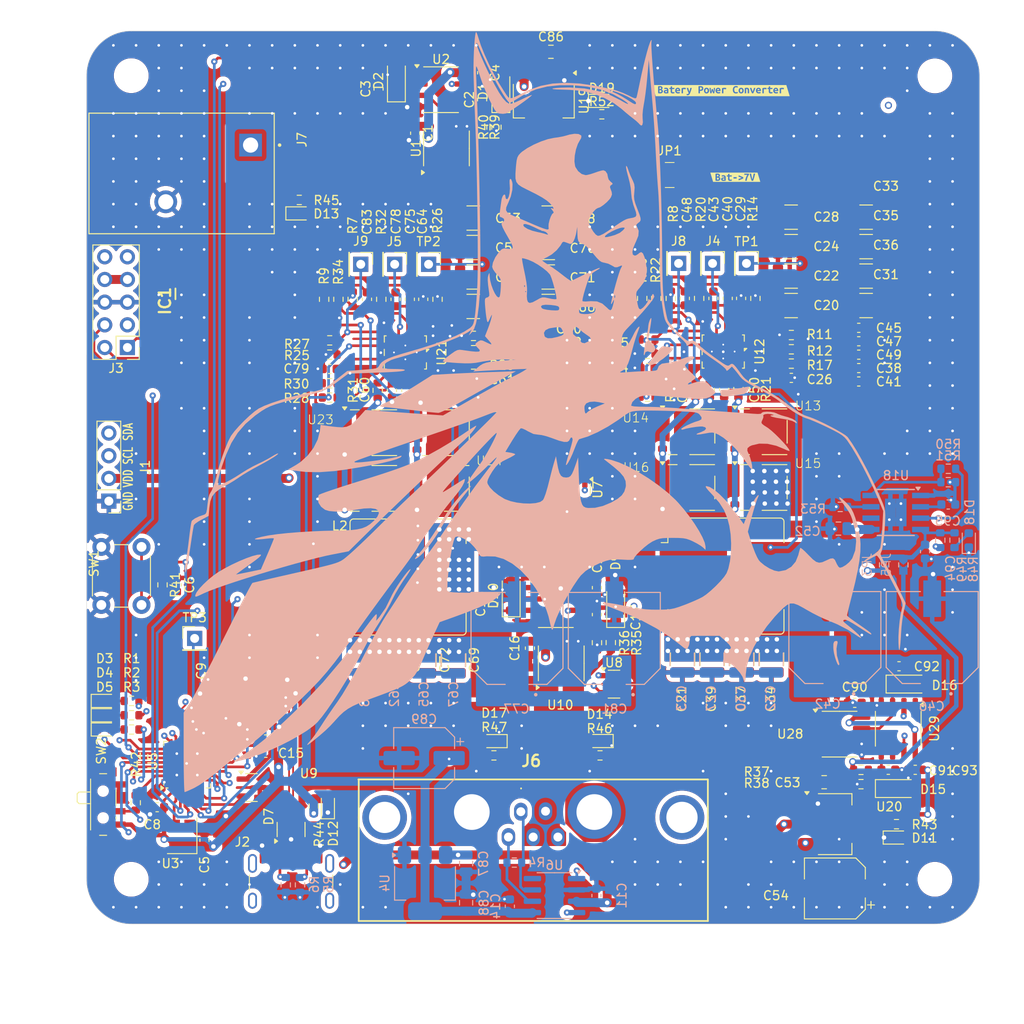
<source format=kicad_pcb>
(kicad_pcb (version 20241229) (generator "pcbnew") (generator_version "9.0")
  (layers (0 "F.Cu" signal) (4 "In1.Cu" signal) (6 "In2.Cu" signal) (2 "B.Cu" signal) (13 "F.Paste" user) (15 "B.Paste" user) (5 "F.SilkS" user "F.Silkscreen") (7 "B.SilkS" user "B.Silkscreen") (1 "F.Mask" user) (3 "B.Mask" user) (25 "Edge.Cuts" user))
  (net 0 "")
  (net 1 "+3V3")
  (net 2 "/MCU and sensors/NRST")
  (net 3 "GND")
  (net 4 "+3.3VA")
  (net 5 "+5V")
  (net 6 "Net-(D3-A)")
  (net 7 "VBUS")
  (net 8 "/MCU and sensors/USB_DP")
  (net 9 "/MCU and sensors/DEBUG_SWCLK")
  (net 10 "/MCU and sensors/DEBUG_SWDIO")
  (net 11 "/MCU and sensors/GPLED1")
  (net 12 "/MCU and sensors/GPLED2")
  (net 13 "/MCU and sensors/GPLED3")
  (net 14 "/DC-DC-Converters/Power Sensor VI1/VOLTAGE_SENSOR_IN_{POST_DIVIDER}+")
  (net 16 "Net-(J2-CC2)")
  (net 17 "Net-(J2-CC1)")
  (net 19 "Net-(C6-Pad2)")
  (net 20 "/DC-DC-Converters/Power Sensor VI2/VOLTAGE_SENSOR_IN_{POST_DIVIDER}+")
  (net 22 "/MCU and sensors/PF1")
  (net 23 "/MCU and sensors/FDCAN2_TX")
  (net 24 "/MCU and sensors/PB3")
  (net 25 "/MCU and sensors/PA8")
  (net 26 "/DC-DC-Converters/DC-DC-Buck-Converter2/POWER_IN")
  (net 27 "/MCU and sensors/PB0")
  (net 28 "/MCU and sensors/O{slash}P_TEMP_SENSE")
  (net 29 "/DC-DC-Converters/DC-DC-Buck-Converter2/Output")
  (net 30 "/MCU and sensors/PB7")
  (net 31 "/MCU and sensors/BUCK_TEMP_SENSE")
  (net 32 "/MCU and sensors/FDCAN2_RX")
  (net 33 "/MCU and sensors/PB4")
  (net 34 "/MCU and sensors/PA7")
  (net 35 "/DC-DC-Converters/DC-DC-Buck-Converter2/FB")
  (net 36 "/MCU and sensors/PA6")
  (net 37 "/MCU and sensors/PA15")
  (net 38 "/MCU and sensors/CNTLR_TEMP_SENSE")
  (net 39 "Net-(D7-Pad1)")
  (net 40 "Net-(D7-Pad3)")
  (net 41 "/MCU and sensors/CAN_STBY")
  (net 42 "Net-(D2-K)")
  (net 43 "Net-(D11-A)")
  (net 44 "Net-(D12-A)")
  (net 45 "Net-(SW2-B)")
  (net 46 "Net-(D13-A)")
  (net 47 "Net-(D14-A)")
  (net 48 "Net-(D17-A)")
  (net 49 "/DC-DC-Converters/DC-DC-Buck-Converter2/SYNCOUT")
  (net 50 "Net-(D10-K)")
  (net 51 "/DC-DC-Converters/DC-DC-Buck-Converter1/POWER_IN")
  (net 52 "/DC-DC-Converters/DC-DC-Buck-Converter1/Output")
  (net 53 "Net-(U12-VCC)")
  (net 54 "Net-(U12-VIN)")
  (net 55 "Net-(U12-SS_TRK)")
  (net 56 "Net-(C40-Pad2)")
  (net 57 "Net-(U12-COMP)")
  (net 58 "/DC-DC-Converters/DC-DC-Buck-Converter1/FB")
  (net 59 "Net-(U12-ILIM)")
  (net 60 "Net-(C48-Pad2)")
  (net 61 "Net-(U12-SW)")
  (net 62 "Net-(U12-BST)")
  (net 63 "Net-(U21-VCC)")
  (net 64 "Net-(U21-VIN)")
  (net 65 "Net-(U21-SS_TRK)")
  (net 66 "Net-(U21-COMP)")
  (net 67 "Net-(C75-Pad2)")
  (net 68 "Net-(U21-ILIM)")
  (net 69 "Net-(C83-Pad2)")
  (net 70 "Net-(U21-SW)")
  (net 71 "Net-(U21-BST)")
  (net 72 "/OUT_{12V}")
  (net 73 "/CANH")
  (net 74 "/DC-DC-Converters/Power Sensor VI4/VOLTAGE_SENSOR_IN_{POST_DIVIDER}+")
  (net 75 "Net-(D16-K)")
  (net 76 "Net-(D4-A)")
  (net 77 "Net-(D5-A)")
  (net 78 "/DC-DC-Converters/DC-DC-Buck-Converter1/SYNCOUT")
  (net 79 "Net-(U12-EN_UVLO)")
  (net 80 "Net-(U12-RT)")
  (net 81 "/DC-DC-Converters/DC-DC-Buck-Converter1/Low Side Gate Drive")
  (net 82 "Net-(U12-LO)")
  (net 83 "/DC-DC-Converters/DC-DC-Buck-Converter1/High Side Gate Drive")
  (net 84 "Net-(U12-HO)")
  (net 85 "Net-(U21-EN_UVLO)")
  (net 86 "Net-(U21-RT)")
  (net 87 "Net-(U21-LO)")
  (net 88 "Net-(U21-HO)")
  (net 89 "/CANL")
  (net 90 "/OUT_{7V}")
  (net 91 "/IN_{24V}")
  (net 92 "Net-(J8-Pin_1)")
  (net 93 "Net-(J9-Pin_1)")
  (net 94 "/MCU and sensors/USB_DN")
  (net 95 "/DC-DC-Converters/DC-DC-Buck-Converter2/Low Side Gate Drive")
  (net 96 "/DC-DC-Converters/DC-DC-Buck-Converter2/High Side Gate Drive")
  (net 97 "Net-(U5-PB8)")
  (net 98 "/MCU and sensors/PA4")
  (net 99 "/MCU and sensors/PA3")
  (net 100 "/MCU and sensors/XCLK")
  (net 101 "Net-(U18-OUT)")
  (net 102 "Net-(U18-dV{slash}dT)")
  (net 103 "Net-(D18-A)")
  (net 105 "Net-(U18-EN{slash}UVLO)")
  (net 106 "Net-(U18-OVLO)")
  (net 107 "/I_{MON}")
  (net 108 "/~{FAULT}")
  (net 112 "Net-(JP3-A)")
  (net 113 "Net-(D19-A)")
  (footprint "Capacitor_SMD:C_1210_3225Metric" (layer "F.Cu") (at 171.6 80.32 180)
    (property "Reference" "C20")
    (property "Value" "100u")
  )
  (footprint "Capacitor_SMD:C_0603_1608Metric" (layer "F.Cu") (at 136.025 88.52 180)
    (property "Reference" "C61")
    (property "Value" "100n")
  )
  (footprint "Capacitor_SMD:C_0603_1608Metric" (layer "F.Cu") (at 136.995 57.26 90)
    (property "Reference" "C2")
    (property "Value" "1u5")
  )
  (footprint "Package_DFN_QFN:Texas_RGY_R-PVQFN-N20_EP2.05x3.05mm_ThermalVias" (layer "F.Cu") (at 163.99725 85.47 -90)
    (property "Reference" "U12")
    (property "Value" "LM5145")
  )
  (footprint "Capacitor_SMD:C_0603_1608Metric" (layer "F.Cu") (at 143.575 84.4175)
    (property "Reference" "C82")
    (property "Value" "100n")
  )
  (footprint "Capacitor_SMD:C_0603_1608Metric" (layer "F.Cu") (at 130.4 79.62 -90)
    (property "Reference" "C64")
    (property "Value" "47n")
  )
  (footprint "ecocad_lib_footprints:PowerMosDFNHybrid" (layer "F.Cu") (at 132.017673 94.061823)
    (property "Reference" "U22")
    (property "Value" "NTMFS4D0N08XT1G" (hide yes))
  )
  (footprint "Resistor_SMD:R_0603_1608Metric" (layer "F.Cu") (at 156.5 79.52 -90)
    (property "Reference" "R22")
    (property "Value" "1k")
  )
  (footprint "Resistor_SMD:R_0603_1608Metric" (layer "F.Cu") (at 122.5 79.62 -90)
    (property "Reference" "R7")
    (property "Value" "R")
  )
  (footprint "Capacitor_SMD:C_0603_1608Metric" (layer "F.Cu") (at 149.85 114.93 90)
    (property "Reference" "C17")
    (property "Value" "1u5")
  )
  (footprint "Resistor_SMD:R_0603_1608Metric" (layer "F.Cu") (at 160.9 89.72 -90)
    (property "Reference" "R19")
    (property "Value" "0")
  )
  (footprint "Capacitor_SMD:C_0603_1608Metric" (layer "F.Cu") (at 112.775 127.41)
    (property "Reference" "C12")
    (property "Value" "100n")
  )
  (footprint "Package_TO_SOT_SMD:TSOT-23-6" (layer "F.Cu") (at 115.6 139 90)
    (property "Reference" "D7")
    (property "Value" "USBLC6-2SC6")
  )
  (footprint "ecocad_lib_footprints:L_Bourns_SRR1208_12.7x12.7mm" (layer "F.Cu") (at 128.7 110.72)
    (property "Reference" "L2")
    (property "Value" "6u8")
  )
  (footprint "ecocad_lib_footprints:PowerMosDFNHybrid" (layer "F.Cu") (at 132.017673 100.301823)
    (property "Reference" "U24")
    (property "Value" "NTMFS4D0N08XT1G" (hide yes))
  )
  (footprint "Capacitor_SMD:C_1210_3225Metric" (layer "F.Cu") (at 144.4 77.12)
    (property "Reference" "C71")
    (property "Value" "100u")
  )
  (footprint "Capacitor_SMD:C_0603_1608Metric" (layer "F.Cu") (at 126.9 89.82 90)
    (property "Reference" "C60")
    (property "Value" "1u")
  )
  (footprint "Diode_SMD:D_SOD-123" (layer "F.Cu") (at 139.095 56.345 90)
    (property "Reference" "D1")
    (property "Value" "MMSZ5226B-7-F")
  )
  (footprint "Capacitor_SMD:C_0603_1608Metric" (layer "F.Cu") (at 112.775 130.41 180)
    (property "Reference" "C15")
    (property "Value" "100n")
  )
  (footprint "Capacitor_SMD:C_1210_3225Metric" (layer "F.Cu") (at 171.6 77.02 180)
    (property "Reference" "C22")
    (property "Value" "100u")
  )
  (footprint "Capacitor_SMD:C_0603_1608Metric" (layer "F.Cu") (at 143.575 85.92)
    (property "Reference" "C84")
    (property "Value" "100n")
  )
  (footprint "Capacitor_SMD:C_0603_1608Metric" (layer "F.Cu") (at 164.5 79.52 90)
    (property "Reference" "C40")
    (property "Value" "5600pF")
  )
  (footprint "Capacitor_SMD:C_1210_3225Metric" (layer "F.Cu") (at 180 73.72)
    (property "Reference" "C35")
    (property "Value" "100u")
  )
  (footprint "Diode_SMD:D_SOD-123" (layer "F.Cu") (at 151.95 114.015 90)
    (property "Reference" "D9")
    (property "Value" "MMSZ5226B-7-F")
  )
  (footprint "Capacitor_SMD:C_0603_1608Metric" (layer "F.Cu") (at 112.775 125.9)
    (property "Reference" "C10")
    (property "Value" "4u7")
  )
  (footprint "Resistor_SMD:R_0603_1608Metric" (layer "F.Cu") (at 149.855 118.0775 90)
    (property "Reference" "R35")
    (property "Value" "R")
  )
  (footprint "Capacitor_SMD:C_0603_1608Metric" (layer "F.Cu") (at 100.6 136.5 180)
    (property "Reference" "C8")
    (property "Value" "100n")
  )
  (footprint "Capacitor_SMD:C_1210_3225Metric" (layer "F.Cu") (at 166.092856 119.92 -90)
    (property "Reference" "C37")
    (property "Value" "100u")
  )
  (footprint "Package_TO_SOT_SMD:SOT-23" (layer "F.Cu") (at 147.55 100.9375 -90)
    (property "Reference" "U7")
    (property "Value" "MCP9700AT-ETT")
  )
  (footprint "Capacitor_SMD:C_0603_1608Metric" (layer "F.Cu") (at 179.175 82.815)
    (property "Reference" "C45")
    (property "Value" "100n")
  )
  (footprint "Connector_PinHeader_2.54mm:PinHeader_1x01_P2.54mm_Vertical" (layer "F.Cu") (at 166.6 75.6 -90)
    (property "Reference" "TP1")
    (property "Value" "TestPoint")
  )
  (footprint "Resistor_SMD:R_0603_1608Metric" (layer "F.Cu") (at 136.025 83.72)
    (property "Reference" "R23")
    (property "Value" "18.2k")
  )
  (footprint "Connector_USB:USB_C_Receptacle_GCT_USB4105-xx-A_16P_TopMnt_Horizontal" (layer "F.Cu") (at 115.6 145.9)
    (property "Reference" "J2")
    (property "Value" "USB_C_Receptacle_USB2.0_16P")
  )
  (footprint "Resistor_SMD:R_0603_1608Metric" (layer "F.Cu") (at 150.2 130.7 180)
    (property "Reference" "R46")
    (property "Value" "1k")
  )
  (footprint "MountingHole:MountingHole_3.5mm" (layer "F.Cu") (at 187.7 144.575)
    (property "Reference" "H1" (hide yes))
    (property "Value" "MountingHole")
  )
  (footprint "ecocad_lib_footprints:L_Bourns_SRR1208_12.7x12.7mm" (layer "F.Cu") (at 164.3 110.62)
    (property "Reference" "L1")
    (property "Value" "6u8")
  )
  (footprint "LED_SMD:LED_0603_1608Metric" (layer "F.Cu") (at 150.4 57.4)
    (property "Reference" "D19")
    (property "Value" "BLUE")
  )
  (footprint "Capacitor_SMD:C_0603_1608Metric" (layer "F.Cu") (at 129.495 61.02 -90)
    (property "Reference" "C1")
    (property "Value" "100n")
  )
  (footprint "Resistor_SMD:R_0603_1608Metric" (layer "F.Cu") (at 118.14 136.37 90)
    (property "Reference" "R44")
    (property "Value" "1k")
  )
  (footprint "Capacitor_SMD:C_0603_1608Metric" (layer "F.Cu") (at 105.9 140.2 -90)
    (property "Reference" "C5")
    (property "Value" "100n")
  )
  (footprint "MountingHole:MountingHole_3.5mm" (layer "F.Cu") (at 97.7 144.575)
    (property "Reference" "H2" (hide yes))
    (property "Value" "MountingHole")
  )
  (footprint "Resistor_SMD:R_0603_1608Metric" (layer "F.Cu") (at 161.3 79.52 -90)
    (property "Reference" "R20")
    (property "Value" "10k")
  )
  (footprint "Resistor_SMD:R_0603_1608Metric" (layer "F.Cu") (at 125.7 79.62 -90)
    (property "Reference" "R32")
    (property "Value" "10k")
  )
  (footprint "Resistor_SMD:R_0603_1608Metric" (layer "F.Cu") (at 136.025 85.32 180)
    (property "Reference" "R24")
    (property "Value" "250k")
  )
  (footprint "Capacitor_SMD:C_1210_3225Metric" (layer "F.Cu") (at 169.414284 119.92 -90)
    (property "Reference" "C34")
    (property "Value" "100u")
  )
  (footprint "Capacitor_SMD:C_1210_3225Metric" (layer "F.Cu") (at 180 80.32)
    (property "Reference" "C31")
    (property "Value" "100u")
  )
  (footprint "ecocad_lib_footprints:PowerMosDFNHybrid" (layer "F.Cu") (at 167.617673 100.201823)
    (property "Reference" "U15")
    (property "Value" "NTMFS4D0N08XT1G" (hide yes))
  )
  (footprint "Resistor_SMD:R_0603_1608Metric" (layer "F.Cu") (at 179.425 133.92)
    (property "Reference" "R38")
    (property "Value" "R")
  )
  (footprint "Capacitor_SMD:C_0603_1608Metric" (layer "F.Cu") (at 166 79.52 -90)
    (property "Reference" "C29")
    (property "Value" "47n")
  )
  (footprint "Resistor_SMD:R_0603_1608Metric" (layer "F.Cu") (at 167.6 79.52 90)
    (property "Reference" "R14")
    (property "Value" "46.4k")
  )
  (footprint "Capacitor_SMD:C_0603_1608Metric" (layer "F.Cu") (at 185.5 132.315 180)
    (property "Reference" "C93")
    (property "Value" "100n")
  )
  (footprint "Capacitor_SMD:C_1210_3225Metric" (layer "F.Cu") (at 127.171428 120.02 -90)
    (property "Reference" "C74")
    (property "Value" "100u")
  )
  (footprint "Capacitor_SMD:C_1210_3225Metric" (layer "F.Cu") (at 136 70.52 180)
    (property "Reference" "C63")
    (property "Value" "100u")
  )
  (footprint "Diode_SMD:D_SOD-123" (layer "F.Cu") (at 184.599999 122.715)
    (property "Reference" "D16")
    (property "Value" "MMSZ5226B-7-F")
  )
  (footprint "Capacitor_SMD:C_0603_1608Metric" (layer "F.Cu") (at 138.25 113.73 90)
    (property "Reference" "C18")
    (property "Value" "1n")
  )
  (footprint "Capacitor_SMD:C_1210_3225Metric" (layer "F.Cu") (at 159.45 119.92 -90)
    (property "Reference" "C21")
    (property "Value" "100u")
  )
  (footprint "Capacitor_SMD:C_0603_1608Metric" (layer "F.Cu") (at 178.725 124.815001 180)
    (property "Reference" "C90")
    (property "Value" "100n")
  )
  (footprint "Capacitor_SMD:C_0603_1608Metric" (layer "F.Cu") (at 149.85 111.915 -90)
    (property "Reference" "C19")
    (property "Value" "100n")
  )
  (footprint "Package_SO:SOIC-8_3.9x4.9mm_P1.27mm" (layer "F.Cu") (at 132.395 56.145)
    (property "Reference" "U2")
    (property "Value" "MCP6007")
  )
  (footprint "MountingHole:MountingHole_3.5mm" (layer "F.Cu") (at 97.7 54.575)
    (property "Reference" "H4" (hide yes))
    (property "Value" "MountingHole")
  )
  (footprint "Capacitor_SMD:C_0603_1608Metric" (layer "F.Cu") (at 142.35 118.69 -90)
    (property "Reference" "C16")
    (property "Value" "100n")
  )
  (footprint "Package_SO:SOIC-8_3.9x4.9mm_P1.27mm" (layer "F.Cu") (at 145.855 120.39 90)
    (property "Reference" "U10")
    (property "Value" "ACS723xLCTR-10AU")
  )
  (footprint "Resistor_SMD:R_0603_1608Metric" (layer "F.Cu") (at 183.4 138.4)
    (property "Reference" "R43")
    (property "Value" "1k")
  )
  (footprint "Resistor_SMD:R_0603_1608Metric" (layer "F.Cu") (at 119.925 89.02 180)
    (property "Reference" "R30")
    (property "Value" "680R")
  )
  (footprint "Resistor_SMD:R_0603_1608Metric" (layer "F.Cu") (at 165.7 89.72 -90)
    (property "Reference" "R21")
    (property "Value" "0")
  )
  (footprint "Package_SO:SOIC-8_3.9x4.9mm_P1.27mm" (layer "F.Cu") (at 133 62.72 90)
    (property "Reference" "U1")
    (property "Value" "ACS723xLCTR-10AU")
  )
  (footprint "Resistor_SMD:R_0603_1608Metric" (layer "F.Cu") (at 119.925 85.82)
    (property "Reference" "R25")
    (property "Value" "10k")
  )
  (footprint "Resistor_SMD:R_0603_1608Metric" (layer "F.Cu") (at 171.625 83.62)
    (property "Reference" "R11")
    (property "Value" "18.2k")
  )
  (footprint "Capacitor_SMD:C_0603_1608Metric" (layer "F.Cu") (at 143.575 87.4225)
    (property "Reference" "C73")
    (property "Value" "100n")
  )
  (footprint "Capacitor_SMD:C_1210_3225Metric" (layer "F.Cu") (at 171.6 73.72 180)
    (property "Reference" "C24")
    (property "Value" "100u")
  )
  (footprint "Capacitor_SMD:C_1210_3225Metric" (layer "F.Cu") (at 162.771428 119.92 -90)
    (property "Reference" "C39")
    (property "Value" "100u")
  )
  (footprint "MountingHole:MountingHole_3.5mm" (layer "F.Cu") (at 187.7 54.6)
    (property "Reference" "H3" (hide yes))
    (property "Value" "MountingHole")
  )
  (footprint "Capacitor_SMD:C_0603_1608Metric" (layer "F.Cu") (at 143.575 88.925)
    (property "Reference" "C76")
    (property "Value" "100n")
  )
  (footprint "Inductor_SMD:L_0603_1608Metric" (layer "F.Cu") (at 112.775 128.91)
    (property "Reference" "FB1")
    (property "Value" "600@100MHz 1A")
  )
  (footprint "Connector_PinHeader_2.54mm:PinHeader_1x01_P2.54mm_Vertical" (layer "F.Cu") (at 162.8 75.6 -90)
    (property "Reference" "J4")
    (property "Value" "SYNC_OUT")
  )
  (footprint "Resistor_SMD:R_0603_1608Metric" (layer "F.Cu") (at 136.995 60.345 -90)
    (property "Reference" "R39")
    (property "Value" "R")
  )
  (footprint "ecocad_lib_footprints:PowerMosDFNHybrid" (layer "F.Cu") (at 123.917673 100.301823)
    (property "Reference" "U25")
    (property "Value" "NTMFS4D0N08XT1G" (hide yes))
  )
  (footprint "Capacitor_SMD:C_0603_1608Metric" (layer "F.Cu") (at 127.3 79.62 90)
    (property "Reference" "C78")
    (property "Value" "150pF")
  )
  (footprint "Capacitor_SMD:C_0603_1608Metric" (layer "F.Cu") (at 162.9 79.52 90)
    (property "Reference" "C43")
    (property "Value" "150pF")
  )
  (footprint "Resistor_SMD:R_0603_1608Metric" (layer "F.Cu") (at 179.425 132.32 180)
    (property "Reference" "R37")
    (property "Value" "R")
  )
  (footprint "Capacitor_SMD:C_0603_1608Metric" (layer "F.Cu") (at 183.684999 120.715)
    (property "Reference" "C92")
    (property "Value" "1n")
  )
  (footprint "Resistor_SMD:R_0603_1608Metric" (layer "F.Cu") (at 97.73 126.2)
    (property "Reference" "R2")
    (property "Value" "220R")
  )
  (footprint "Resistor_SMD:R_0603_1608Metric" (layer "F.Cu") (at 98.2 136 -90)
    (property "Reference" "R42")
    (property "Value" "10k")
  )
  (footprint "digikey-footprints:Jumper_Micro-Miniature_P5.375mm" (layer "F.Cu") (at 158 65.7)
    (property "Reference" "JP1")
    (property "Value" "Jumper_2_Open")
  )
  (footprint "Capacitor_SMD:C_0603_1608Metric" (layer "F.Cu") (at 179.175 88.825)
    (property "Reference" "C41")
    (property "Value" "100n")
  )
  (footprint "ecocad_lib_footprints:SOT65P210X110-5N" (layer "F.Cu") (at 101.15 84.01 -90)
    (property "Reference" "IC1")
    (property "Value" "ESDALC6V1W5" (hide yes))
  )
  (footprint "Resistor_SMD:R_0603_1608Metric" (layer "F.Cu") (at 150.4 58.9)
    (property "Reference" "R52")
    (property "Value" "1k")
  )
  (footprint "Capacitor_SMD:C_1210_3225Metric" (layer "F.Cu") (at 144.4 80.42)
    (property "Reference" "C66")
    (property "Value" "100u")
  )
  (footprint "Capacitor_SMD:C_0603_1608Metric" (layer "F.Cu") (at 143.575 82.915)
    (property "Reference" "C80")
    (property "Value" "100n")
  )
  (footprint "Resistor_SMD:R_0603_1608Metric" (layer "F.Cu") (at 119.3 79.62 -90)
    (property "Reference" "R9")
    (property "Value" "R")
  )
  (footprint "Package_SO:SOIC-8_3.9x4.9mm_P1.27mm" (layer "F.Cu") (at 145.25 113.815)
    (property "Reference" "U11")
    (property "Value" "MCP6007")
  )
  (footprint "Capacitor_SMD:C_0603_1608Metric" (layer "F.Cu") (at 171.625 88.42 180)
    (property "Reference" "C26")
    (property "Value" "100n")
  )
  (footprint "Crystal:Crystal_SMD_3225-4Pin_3.2x2.5mm" (layer "F.Cu") (at 103.4 139.7 90)
    (property "Reference" "U3")
    (property "Value" "8MHz")
  )
  (footprint "Capacitor_SMD:C_0603_1608Metric" (layer "F.Cu") (at 125.395 56.06 90)
    (property "Reference" "C3")
    (property "Value" "1n")
  )
  (footprint "Resistor_SMD:R_0603_1608Metric" (layer "F.Cu") (at 171.625 85.22 180)
    (property "Reference" "R12")
    (property "Value" "250k")
  )
  (footprint "Capacitor_SMD:C_1210_3225Metric" (layer "F.Cu") (at 136 73.82 180)
    (property "Reference" "C59")
    (property "Value" "100u")
  )
  (footprint "Diode_SMD:D_SOD-123" (layer "F.Cu") (at 109.7 123.8 90)
    (property "Reference" "D6")
    (property "Value" "MMSZ5226B-7-F")
  )
  (footprint "Capacitor_SMD:C_1210_3225Metric" (layer "F.Cu") (at 144.4 70.52)
    (property "Reference" "C68")
    (property "Value" "100u")
  )
  (footprint "LED_SMD:LED_0603_1608Metric" (layer "F.Cu") (at 94.7 127.8)
    (property "Reference" "D5")
    (property "Value" "GREEN")
  )
  (footprint "Capacitor_SMD:C_0805_2012Metric" (layer "F.Cu") (at 175.3 133.7 180)
    (property "Reference" "C53")
    (property "Value" "10u")
  )
  (footprint "Capacitor_SMD:C_0603_1608Metric" (layer "F.Cu") (at 155.525 87.32)
    (property "Reference" "C44")
    (property "Value" "15pF")
  )
  (footprint "LED_SMD:LED_0603_1608Metric" (layer "F.Cu") (at 116.5 70)
    (property "Reference" "D13")
    (property "Value" "BLUE")
  )
  (footprint "Capacitor_SMD:C_0603_1608Metric" (layer "F.Cu") (at 107.9 128.4 -90)
    (property "Reference" "C7")
    (property "Value" "100n")
  )
  (footprint "LED_SMD:LED_0603_1608Metric" (layer "F.Cu") (at 150.1875 129.09 180)
    (property "Reference" "D14")
    (property "Value" "BLUE")
  )
  (footprint "Resistor_SMD:R_0603_1608Metric" (layer "F.Cu") (at 171.625 86.82 180)
    (property "Reference" "R17")
    (property "Value" "2.2")
  )
  (footprint "Capacitor_SMD:C_0805_2012Metric" (layer "F.Cu") (at 106.1 125.8 90)
    (property "Reference" "C9")
    (property "Value" "4u7")
  )
  (footprint "Connector_PinHeader_2.54mm:PinHeader_2x05_P2.54mm_Vertical" (layer "F.Cu") (at 97.27 85.02 180)
    (property "Reference" "J3")
    (property "Value" "STM32-Prog-Header")
  )
  (footprint "Capacitor_SMD:C_0603_1608Metric" (layer "F.Cu") (at 112.775 124.41)
    (property "Reference" "C13")
    (property "Value" "1u")
  )
  (footprint "Capacitor_SMD:C_0603_1608Metric" (layer "F.Cu") (at 124.1 79.62 90)
    (property "Reference" "C83")
    (property "Value" "1800pF")
  )
  (footprint "ecocad_lib_footprints:PowerMosDFNHybrid" (layer "F.Cu") (at 159.517673 100.201823)
    (property "Reference" "U16")
    (property "Value" "NTMFS4D0N08XT1G" (hide yes))
  )
  (footprint "Capacitor_SMD:C_0603_1608Metric" (layer "F.Cu") (at 179.175 85.82)
    (property "Reference" "C49")
    (property "Value" "100n")
  )
  (footprint "Resistor_SMD:R_0603_1608Metric" (layer "F.Cu") (at 158.125 79.52 -90)
    (property "Reference" "R8")
    (property "Value" "R")
  )
  (footprint "ecocad_lib_footprints:PowerMosDFNHybrid" (layer "F.Cu") (at 159.517673 93.961823)
    (property "Reference" "U14")
    (property "Value" "NTMFS4D0N08XT1G" (hide yes))
  )
  (footprint "Package_DFN_QFN:Texas_RGY_R-PVQFN-N20_EP2.05x3.05mm_ThermalVias" (layer "F.Cu") (at 128.39725 85.57 -90)
    (property "Reference" "U21")
    (property "Value" "LM5145")
  )
  (footprint "ecocad_lib_footprints:PowerMosDFNHybrid" (layer "F.Cu") (at 123.917673 94.061823)
    (property "Reference" "U23")
    (property "Value" "NTMFS4D0N08XT1G" (hide yes))
  )
  (footprint "Package_TO_SOT_SMD:SOT-23" (layer "F.Cu") (at 151.7625 122.72)
    (property "Reference" "U8")
    (property "Value" "MCP9700AT-ETT")
  )
  (footprint "Connector_PinHeader_2.54mm:PinHeader_1x01_P2.54mm_Vertical" (layer "F.Cu") (at 104.8 117.6)
    (property "Reference" "TP3")
    (property "Value" "MCO")
  )
  (footprint "Resistor_SMD:R_0603_1608Metric" (layer "F.Cu") (at 138.595 60.345 90)
    (property "Reference" "R40")
    (property "Value" "R")
  )
  (footprint "Button_Switch_THT:SW_PUSH_6mm_H5mm" (layer "F.Cu") (at 94.35 113.85 90)
    (property "Reference" "SW1")
    (property "Value" "RESET")
  )
  (footprint "Resistor_SMD:R_0603_1608Metric" (layer "F.Cu") (at 120.9 79.62 -90)
    (property "Reference" "R34")
    (property "Value" "1k")
  )
  (footprint "kibuzzard-6785F55D" (layer "F.Cu") (at 163.75 56.25)
    (property "Reference" "kibuzzard-6785F55D" (hide yes))
    (property "Value" "G***" (hide yes))
  )
  (footprint "ecocad_lib_footprints:PowerMosDFNHybrid" (layer "F.Cu") (at 167.617673 93.961823)
    (property "Reference" "U13")
    (property "Value" "NTMFS4D0N08XT1G" (hide yes))
  )
  (footprint "LED_SMD:LED_0603_1608Metric" (layer "F.Cu") (at 119.72 136.31 90)
    (property "Reference" "D12")
    (property "Value" "BLUE")
  )
  (footprint "Capacitor_SMD:C_1210_3225Metric" (layer "F.Cu") (at 171.6 70.42 180)
    (property "Reference" "C28")
    (property "Value" "100u")
  )
  (footprint "LED_SMD:LED_0603_1608Metric" (layer "F.Cu") (at 94.7 126.2)
    (property "Reference" "D4")
    (property "Value" "RED")
  )
  (footprint "Capacitor_SMD:C_0603_1608Metric" (layer "F.Cu") (at 136.995 54.245 -90)
    (property "Reference" "C4")
    (property "Value" "100n")
  )
  (footprint "Resistor_SMD:R_0603_1608Metric" (layer "F.Cu") (at 130.1 89.82 -90)
    (property "Reference" "R33")
    (property "Value" "0")
  )
  (footprint "Capacitor_SMD:C_0603_1608Metric" (layer "F.Cu") (at 102.8 111.6 -90)
    (property "Reference" "C6")
    (property "Value" "100n")
  )
  (footprint "Capacitor_SMD:C_0603_1608Metric" (layer "F.Cu") (at 119.925 87.42)
    (property "Reference" "C79")
    (property "Value" "15pF")
  )
  (footprint "Capacitor_SMD:C_1210_3225Metric" (layer "F.Cu") (at 123.85 120.02 -90)
    (property "Reference" "C56")
    (property "Value" "100u")
  )
  (footprint "Resistor_SMD:R_0603_1608Metric" (layer "F.Cu") (at 154.925 79.52 -90)
    (property "Reference" "R10")
    (property "Value" "R")
  )
  (footprint "Capacitor_SMD:CP_Elec_6.3x9.9" (layer "F.Cu") (at 176.5 145.6 180)
    (property "Reference" "C54")
    (property "Value" "100u")
  )
  (footprint "kibuzzard-67848C10" (layer "F.Cu") (at 165.35 65.95)
    (property "Reference" "kibuzzard-67848C10" (hide yes))
    (property "Value" "G***" (hide yes))
  )
  (footprint "ecocad_lib_footprints:DB7W2-Female" (layer "F.Cu") (at 142.7 138.6)
    (property "Reference" "J6")
    (property "Value" "Female Conn" (hide yes))
  )
  (footprint "Capacitor_SMD:C_0603_1608Metric" (layer "F.Cu") (at 128.5 89.82 90)
    (property "Reference" "C85")
    (property "Value" "100n")
  )
  (footprint "Capacitor_SMD:C_0603_1608Metric" (layer "F.Cu") (at 182.485001 132.315)
    (property "Reference" "C91")
    (property "Value" "1u5")
  )
  (footprint "Capacitor_SMD:C_1210_3225Metric" (layer "F.Cu") (at 180 77.02)
    (property "Reference" "C36")
    (property "Value" "100u")
  )
  (footprint "Connector_PinHeader_2.54mm:PinHeader_1x01_P2.54mm_Vertical" (layer "F.Cu") (at 123.4 75.7 -90)
    (property "Reference" "J9")
    (property "Value" "SYNC_IN")
  )
  (footprint "Diode_SMD:D_SOD-123" (layer "F.Cu") (at 127.395 55.145 90)
    (property "Reference" "D2")
    (property "Value" "MMSZ5226B-7-F")
  )
  (footprint "LED_SMD:LED_0603_1608Metric" (layer "F.Cu") (at 138.3125 129.1 180)
    (property "Reference" "D17")
    (property "Value" "BLUE")
  )
  (footprint "Capacitor_SMD:C_0603_1608Metric" (layer "F.Cu") (at 179.175 87.3225)
    (property "Reference" "C38")
    (property "Value" "100n")
  )
  (footprint "LED_SMD:LED_0603_1608Metric" (layer "F.Cu") (at 183.4 139.9)
    (property "Reference" "D11")
    (property "Value" "BLUE")
  )
  (footprint "Capacitor_SMD:C_0603_1608Metric" (layer "F.Cu") (at 128.9 79.62 90)
    (property "Reference" "C75")
    (property "Value" "5600pF")
  )
  (footprint "Resistor_SMD:R_0603_1608Metric" (layer "F.Cu") (at 97.73 124.6)
    (property "Reference" "R1")
    (property "Value" "220R")
  )
  (footprint "Package_SO:SOIC-8_3.9x4.9mm_P1.27mm" (layer "F.Cu") (at 183.6 127.715 -90)
    (property "Reference" "U29")
    (property "Value" "MCP6007")
  )
  (footprint "Capacitor_SMD:C_1210_3225Metric" (layer "F.Cu") (at 144.4 73.82)
    (property "Reference" "C70")
    (property "Value" "100u")
  )
  (footprint "Package_SO:SOIC-8_3.9x4.9mm_P1.27mm" (layer "F.Cu") (at 177.025 128.32)
    (property "Reference" "U28")
    (property "Value" "ACS723xLCTR-10AU")
  )
  (footprint "Resistor_SMD:R_0603_1608Metric" (layer "F.Cu") (at 138.315 130.7 180)
    (property "Reference" "R47")
    (property "Value" "1k")
  )
  (footprint "Resistor_SMD:R_0603_1608Metric" (layer "F.Cu") (at 155.525 85.72)
    (property "Reference" "R13")
    (property "Value" "10k")
  )
  (footprint "Connector_PinHeader_2.54mm:PinHeader_1x01_P2.54mm_Vertical" (layer "F.Cu") (at 159 75.6 -90)
    (property "Reference" "J8")
    (property "Value" "SYNC_IN")
  )
  (footprint "Package_TO_SOT_SMD:SOT-223-3_TabPin2" (layer "F.Cu") (at 176.5 138.4)
    (property "Reference" "U20")
    (property "Value" "AZ1117-5.0")
  )
  (footprint "Package_TO_SOT_SMD:SOT-23" (layer "F.Cu") (at 111.1625 134.3)
    (property "Reference" "U9")
    (property "Value" "MCP9700AT-ETT")
  )
  (footprint "Capacitor_SMD:C_1210_3225Metric" (layer "F.Cu") (at 136 80.42 180)
    (property "Reference" "C55")
    (property "Value" "100u")
  )
  (footprint "Capacitor_SMD:C_1210_3225Metric" (layer "F.Cu") (at 180 70.42)
    (property "Reference" "C33")
    (property "Value" "100u")
  )
  (footprint "Capacitor_SMD:C_1210_3225Metric" (layer "F.Cu") (at 133.814284 120.02 -90)
    (property "Reference" "C69")
    (property "Value" "100u")
  )
  (footprint "Capacitor_SMD:C_1210_3225Metric" (layer "F.Cu") (at 130.492856 120.02 -90)
    (property "Reference" "C72")
    (property "Value" "100u")
  )
  (footprint "Connector_PinHeader_2.54mm:PinHeader_1x01_P2.54mm_Vertical" (layer "F.Cu") (at 127.2 75.7 -90)
    (property "Reference" "J5")
    (property "Value" "SYNC_OUT")
  )
  (footprint "Button_Switch_SMD:SW_SPDT_PCM12" (layer "F.Cu") (at 94.875 136.2 -90)
    (property "Reference" "SW2")
    (property "Value" "SW_SPDT")
  )
  (footprint "LED_SMD:LED_0603_1608Metric" (layer "F.Cu") (at 94.7 124.6)
    (property "Reference" "D3")
    (property "Value" "AMBER")
  )
  (footprint "Resistor_SMD:R_0603_1608Metric" (layer "F.Cu") (at 151.405 118.065 -90)
    (property "Reference" "R36")
    (property "Value" "R")
  )
  (footprint "Resistor_SMD:R_0603_1608Metric" (layer "F.Cu") (at 155.525 90.52 180)
    (property "Reference" "R16")
    (property "Value" "20.0k")
  )
  (footprint "Resistor_SMD:R_0603_1608Metric" (layer "F.Cu") (at 116.5175 68.49)
    (property "Reference" "R45")
    (property "Value" "1k")
  )
  (footprint "Resistor_SMD:R_0603_1608Metric" (layer "F.Cu") (at 119.925 90.62 180)
    (property "Reference" "R28")
    (property "Value" "20.0k")
  )
  (footprint "Diode_SMD:D_SOD-123" (layer "F.Cu") (at 183.400001 134.415)
    (property "Reference" "D15")
    (property "Value" "MMSZ5226B-7-F")
  )
  (footprint "Connector_PinHeader_2.54mm:PinHeader_1x01_P2.54mm_Vertical" (layer "F.Cu") (at 131 75.7 -90)
    (property "Reference" "TP2")
    (property "Value" "TestPoint")
  )
  (footprint "Capacitor_SMD:C_0603_1608Metric" (layer "F.Cu") (at 164.1 89.72 90)
    (property "Reference" "C50")
    (property "Value" "100n")
  )
  (footprint "ecocad_lib_footprints:Display_128x64_096_I2C" (layer "F.Cu") (at 95.19 98.41 90)
    (property "Reference" "J1")
    (property "Value" "OLED")
  )
  (footprint "Capacitor_SMD:C_0805_2012Metric" (layer "F.Cu") (at 144.7 51.9)
    (property "Reference" "C86")
    (property "Value" "10u")
  )
  (footprint "Resistor_SMD:R_0603_1608Metric" (layer "F.Cu") (at 155.525 88.92 180)
    (property "Reference" "R18")
    (property "Value" "680R")
  )
  (footprint "Capacitor_SMD:C_1210_3225Metric" (layer "F.Cu") (at 136 77.12 180)
    (property "Reference" "C57")
    (property "Value" "100u")
  )
  (footprint "Resistor_SMD:R_0603_1608Metric" (layer "F.Cu") (at 132 79.62 90)
    (property "Reference" "R26")
    (property "Value" "46.4k")
  )
  (footprint "Resistor_SMD:R_0603_1608Metric" (layer "F.Cu") (at 97.73 127.8)
    (property "Reference" "R3")
    (property "Value" "220R")
  )
  (footprint "Resistor_SMD:R_0603_1608Metric" (layer "F.Cu") (at 155.525 84.12 180)
    (property "Reference" "R15")
    (property "Value" "10k")
  )
  (footprint "Capacitor_SMD:C_0603_1608Metric" (layer "F.Cu") (at 179.175 84.3175)
    (property "Reference" "C47")
    (property "Value" "100n")
  )
  (footprint "Diode_SMD:D_SOD-123" (layer "F.Cu") (at 140.25 112.815 90)
    (property "Reference" "D10")
    (property "Value" "MMSZ5226B-7-F")
  )
  (footprint "Resistor_SMD:R_0603_1608Metric" (layer "F.Cu") (at 136.025 86.92 180)
    (property "Reference" "R29")
    (property "Value" "2.2")
  )
  (footprint "Resistor_SMD:R_0603_1608Metric" (layer "F.Cu") (at 119.925 84.22 180)
    (property "Reference" "R27")
    (property "Value" "10k")
  )
  (footprint "ecocad_lib_footprints:PHOENIX_1017521" (layer "F.Cu") (at 92.9625 58.775 -90)
    (property "Reference" "J7")
    (property "Value" "BATT IN")
  )
  (footprint "Package_DFN_QFN:QFN-32-1EP_5x5mm_P0.5mm_EP3.45x3.45mm" (layer "F.Cu") (at 103.95 131.7375 90)
    (property "Reference" "U5")
    (property "Value" "STM32G491KEUx")
  )
  (footprint "Capacitor_SMD:C_0603_1608Metric" (layer "F.Cu") (at 162.5 89.72 90)
    (property "Reference" "C25")
    (property "Value" "1u")
  )
  (footprint "Resistor_SMD:R_0603_1608Metric" (layer "F.Cu") (at 101.2 111.6 -90)
    (property "Reference" "R41")
    (property "Value" "10k")
  )
  (footprint "Capacitor_SMD:C_0603_1608Metric" (layer "F.Cu") (at 159.7 79.52 90)
    (property "Reference" "C48")
    (property "Value" "1800pF")
  )
  (footprint "Resistor_SMD:R_0603_1608Metric" (layer "F.Cu") (at 125.3 89.82 -90)
    (property "Reference" "R31")
    (property "Value" "0")
  )
  (footprint "Package_TO_SOT_SMD:SOT-223-3_TabPin2" (layer "F.Cu") (at 143.9 57.4 -90)
    (property "Reference" "U19")
    (property "Value" "AZ1117-5.0")
  )
  (footprint "Capacitor_SMD:CP_Elec_6.3x9.9" (layer "B.Cu") (at 130.5 131 180)
    (property "Reference" "C89")
    (property "Value" "100u")
  )
  (footprint "Capacitor_SMD:C_1210_3225Metric" (layer "B.Cu") (at 166.035712 119.945 -90)
    (property "Reference" "C30")
    (property "Value" "100u")
  )
  (footprint "Capacitor_SMD:C_0603_1608Metric" (layer "B.Cu") (at 186.6 107.875 -90)
    (property "Reference" "C94")
    (property "Value" "100n")
  )
  (footprint "ecocad_lib_footprints:CAP_EEE1HA221P" (layer "B.Cu") (at 140.9 117.6 90)
    (property "Reference" "C77")
    (property "Value" "220u")
  )
  (footprint "digikey-footprints:Jumper_Micro-Miniature_P5.375mm" (layer "B.Cu") (at 147.6 106.2 180)
    (property "Reference" "JP2")
    (property "Value" "Jumper_2_Open")
  )
  (footprint "ecocad_lib_footprints:CAP_EEE1HA221P" (layer "B.Cu") (at 151.8 117.6 90)
    (property "Reference" "C81")
    (property "Value" "220u")
  )
  (footprint "LOGO" (layer "B.Cu") (at 144.672881 95.755961 180)
    (property "Reference" "G***" (hide yes))
    (property "Value" "LOGO" (hide yes))
  )
  (footprint "Resistor_SMD:R_0603_1608Metric" (layer "B.Cu") (at 189.2 98.6 180)
    (property "Reference" "R50")
    (property "Value" "23k7")
  )
  (footprint "Capacitor_SMD:C_1210_3225Metric" (layer "B.Cu") (at 127.114284 120.045 -90)
    (property "Reference" "C62")
    (property "Value" "100u")
  )
  (footprint "Package_TO_SOT_SMD:SOT-223-3_TabPin2" (layer "B.Cu") (at 130.6 145 -90)
    (property "Reference" "U4")
    (property "Value" "AZ1117IH-3.3")
  )
  (footprint "Package_SO:TI_SO-PowerPAD-8" (layer "B.Cu") (at 183.32 103.495 180)
    (property "Reference" "U18")
    (property "Value" "TPS2596")
  )
  (footprint "ecocad_lib_footprints:J_0603_Triangular" (layer "B.Cu") (at 182 109.35 -90)
    (property "Reference" "JP3")
    (property "Value" "12V Buck")
  )
  (footprint "Capacitor_SMD:C_1210_3225Metric" (layer "B.Cu") (at 133.75714 120.045 -90)
    (property "Reference" "C67")
    (property "Value" "100u")
  )
  (footprint "Capacitor_SMD:C_0805_2012Metric" (layer "B.Cu") (at 135.2 142.8 -90)
    (property "Reference" "C87")
    (property "Value" "10u")
  )
  (footprint "Resistor_SMD:R_0603_1608Metric" (layer "B.Cu") (at 115 145.2 90)
    (property "Reference" "R6")
    (property "Value" "5.1k")
  )
  (footprint "Resistor_SMD:R_0603_1608Metric" (layer "B.Cu") (at 116.6 145.2 90)
    (property "Reference" "R5")
    (property "Value" "5.1k")
  )
  (footprint "Capacitor_SMD:C_1210_3225Metric" (layer "B.Cu") (at 169.35714 119.945 -90)
    (property "Reference" "C32")
    (property "Value" "100u")
  )
  (footprint "ecocad_lib_footprints:CAP_EEE1HA221P" (layer "B.Cu") (at 187.4 117.5 90)
    (property "Reference" "C46")
    (property "Value" "220u")
  )
  (footprint "ecocad_lib_footprints:CAP_EEE1HA221P" (layer "B.Cu") (at 176.5 117.5 90)
    (property "Reference" "C42")
    (property "Value" "220u")
  )
  (footprint "Capacitor_SMD:C_0603_1608Metric" (layer "B.Cu") (at 140.1 147.6 -90)
    (property "Reference" "C14")
    (property "Value" "100n")
  )
  (footprint "Resistor_SMD:R_0603_1608Metric" (layer "B.Cu") (at 188.3 106.6 90)
    (property "Reference" "R49")
    (property "Value" "511k")
  )
  (footprint "LED_SMD:LED_0603_1608Metric" (layer "B.Cu") (at 191.5 106.6 90)
    (property "Reference" "D18")
    (property "Value" "BLUE")
  )
  (footprint "ecocad_lib_footprints:J_0603_Triangular" (layer "B.Cu") (at 184.15 109.35 -90)
    (property "Reference" "JP5")
    (property "Value" "7V Buck")
  )
  (footprint "Capacitor_SMD:C_0805_2012Metric" (layer "B.Cu") (at 176.9 105.3 180)
    (property "Reference" "C52")
    (property "Value" "10u")
  )
  (footprint "Capacitor_SMD:C_1210_3225Metric" (layer "B.Cu") (at 159.392852 119.945 -90)
    (property "Reference" "C23")
    (property "Value" "100u")
  )
  (footprint "kibuzzard-67848C36" (layer "B.Cu") (at 140 106.25 180)
    (property "Reference" "kibuzzard-67848C36" (hide yes))
    (property "Value" "G***" (hide yes))
  )
  (footprint "Capacitor_SMD:C_1210_3225Metric" (layer "B.Cu") (at 123.792852 120.045 -90)
    (property "Reference" "C58")
    (property "Value" "100u")
  )
  (footprint "Resistor_SMD:R_0603_1608Metric" (layer "B.Cu") (at 177.1 102.87 180)
    (property "Reference" "R53")
    (property "Value" "620R")
  )
  (footprint "Package_SO:SOIC-8_3.9x4.9mm_P1.27mm" (layer "B.Cu") (at 145.1 146.4 180)
    (property "Reference" "U6")
    (property "Value" "MCP2542FD-E/SN")
  )
  (footprint "Resistor_SMD:R_0603_1608Metric" (layer "B.Cu") (at 140.6 142.7 180)
    (property "Reference" "R4")
    (property "Value" "120R")
  )
  (footprint "Capacitor_SMD:C_0805_2012Metric" (layer "B.Cu") (at 135.2 147.2 90)
    (property "Reference" "C88")
    (property "Value" "10u")
  )
  (footprint "Capacitor_SMD:C_1210_3225Metric" (layer "B.Cu") (at 130.435712 120.045 -90)
    (property "Reference" "C65")
    (property "Value" "100u")
  )
  (footprint "Resistor_SMD:R_0603_1608Metric" (layer "B.Cu") (at 189.9 106.6 -90)
    (property "Reference" "R48")
    (property "Value" "2k")
  )
  (footprint "Capacitor_SMD:C_0603_1608Metric" (layer "B.Cu") (at 189.2 102.6)
    (property "Reference" "C95")
    (property "Value" "2n2")
  )
  (footprint "Capacitor_SMD:C_1210_3225Metric" (layer "B.Cu") (at 162.714284 119.945 -90)
    (property "Reference" "C27")
    (property "Value" "100u")
  )
  (footprint "Resistor_SMD:R_0603_1608Metric" (layer "B.Cu") (at 189.2 100.1)
    (property "Reference" "R51")
    (property "Value" "47k")
  )
  (footprint "Capacitor_SMD:C_0603_1608Metric" (layer "B.Cu") (at 149.8 146.4 -90)
    (property "Reference" "C11")
    (property "Value" "100n")
  )
  (gr_arc (start 192.7 144.575) (mid 191.235534 148.110534) (end 187.7 149.575) (stroke (width 0.05)) (layer "Edge.Cuts"))
  (gr_line (start 97.7 49.575) (end 187.7 49.575) (stroke (width 0.05)) (layer "Edge.Cuts"))
  (gr_line (start 192.7 54.575) (end 192.7 144.575) (stroke (width 0.05)) (layer "Edge.Cuts"))
  (gr_arc (start 92.7 54.575) (mid 94.164466 51.039466) (end 97.7 49.575) (stroke (width 0.05)) (layer "Edge.Cuts"))
  (gr_arc (start 97.7 149.575) (mid 94.164466 148.110534) (end 92.7 144.575) (stroke (width 0.05)) (layer "Edge.Cuts"))
  (gr_line (start 92.7 144.575) (end 92.7 54.575) (stroke (width 0.05)) (layer "Edge.Cuts"))
  (gr_arc (start 187.7 49.575) (mid 191.235534 51.039466) (end 192.7 54.575) (stroke (width 0.05)) (layer "Edge.Cuts"))
  (gr_line (start 187.7 149.575) (end 97.7 149.575) (stroke (width 0.05)) (layer "Edge.Cuts"))
  (segment (start 115.15 122.25) (end 112.15 122.25) (width 1) (layer "F.Cu") (net 1))
  (segment (start 110.61 133.35) (end 110.225 133.35) (width 0.5) (layer "F.Cu") (net 1))
  (segment (start 106.825 140.975) (end 106.9 140.9) (width 1) (layer "F.Cu") (net 1))
  (segment (start 148.5 101) (end 148.5 100) (width 0.3) (layer "F.Cu") (net 1))
  (segment (start 112.15 122.25) (end 109.7 124.7) (width 1) (layer "F.Cu") (net 1))
  (segment (start 104.25 140.8) (end 105.725 140.8) (width 1) (layer "F.Cu") (net 1))
  (segment (start 107.9 127.625) (end 106.975 127.625) (width 1) (layer "F.Cu") (net 1))
  (segment (start 102.2 134.9) (end 101.375 135.725) (width 0.3) (layer "F.Cu") (net 1))
  (segment (start 106.975 127.625) (end 106.1 126.75) (width 1) (layer "F.Cu") (net 1))
  (segment (start 106.27543 126.75) (end 106.1 126.75) (width 1) (layer "F.Cu") (net 1))
  (segment (start 107.9 127.625) (end 106.3625 129.1625) (width 0.5) (layer "F.Cu") (net 1))
  (segment (start 101.375 139.625) (end 101.375 140.1) (width 0.5) (layer "F.Cu") (net 1))
  (segment (start 150.028186 121.728186) (end 150.783186 121.728186) (width 0.3) (layer "F.Cu") (net 1))
  (segment (start 97.681371 138.45) (end 96.305 138.45) (width 0.5) (layer "F.Cu") (net 1))
  (segment (start 109.7 125.45) (end 107.57543 125.45) (width 1) (layer "F.Cu") (net 1))
  (segment (start 113.5625 130.3975) (end 113.55 130.41) (width 1) (layer "F.Cu") (net 1))
  (segment (start 115.17 122.23) (end 115.15 122.25) (width 1) (layer "F.Cu") (net 1))
  (segment (start 107.57543 125.45) (end 106.27543 126.75) (width 1) (layer "F.Cu") (net 1))
  (segment (start 101.375 136.5) (end 101.375 139.625) (width 0.5) (layer "F.Cu") (net 1))
  (segment (start 113.55 130.41) (end 110.61 133.35) (width 0.5) (layer "F.Cu") (net 1))
  (segment (start 102.55 140.8) (end 104.25 140.8) (width 1) (layer "F.Cu") (net 1))
  (segment (start 98.856371 139.625) (end 97.681371 138.45) (width 0.5) (layer "F.Cu") (net 1))
  (segment (start 150.783186 121.728186) (end 150.825 121.77) (width 0.3) (layer "F.Cu") (net 1))
  (segment (start 105.7 129.3) (end 106.225 129.3) (width 0.3) (layer "F.Cu") (net 1))
  (segment (start 114.2 132) (end 114.2 131.06) (width 1) (layer "F.Cu") (net 1))
  (segment (start 101.375 139.625) (end 102.55 140.8) (width 0.5) (layer "F.Cu") (net 1))
  (segment (start 101.375 139.625) (end 98.856371 139.625) (width 0.5) (layer "F.Cu") (net 1))
  (segment (start 102.2 134.175) (end 102.2 134.9) (width 0.3) (layer "F.Cu") (net 1))
  (segment (start 105.725 140.8) (end 105.9 140.975) (width 1) (layer "F.Cu") (net 1))
  (segment (start 114.2 131.06) (end 113.55 130.41) (width 1) (layer "F.Cu") (net 1))
  (segment (start 113.5625 128.91) (end 113.5625 130.3975) (width 1) (layer "F.Cu") (net 1))
  (segment (start 94.73 77.4) (end 97.27 77.4) (width 1) (layer "F.Cu") (net 1))
  (segment (start 101.375 135.725) (end 101.375 136.5) (width 0.3) (layer "F.Cu") (net 1))
  (segment (start 106.225 129.3) (end 106.3625 129.1625) (width 0.3) (layer "F.Cu") (net 1))
  (segment (start 105.9 140.975) (end 106.825 140.975) (width 1) (layer "F.Cu") (net 1))
  (segment (start 109.7 124.7) (end 109.7 125.45) (width 1) (layer "F.Cu") (net 1))
  (via (at 133.3 131.1) (size 0.7) (drill 0.3) (layers "F.Cu" "B.Cu") (net 1))
  (via (at 150.028186 121.728186) (size 0.7) (drill 0.3) (layers "F.Cu" "B.Cu") (net 1))
  (via (at 115.17 122.23) (size 0.8) (drill 0.5) (layers "F.Cu" "B.Cu") (net 1))
  (via (at 118.14 137.195) (size 0.8) (drill 0.5) (layers "F.Cu" "B.Cu") (net 1))
  (via (at 114.2 132) (size 0.8) (drill 0.5) (layers "F.Cu" "B.Cu") (net 1))
  (via (at 101.375 140.1) (size 0.8) (drill 0.5) (layers "F.Cu" "B.Cu") (net 1))
  (via (at 148.5 101) (size 0.7) (drill 0.3) (layers "F.Cu" "B.Cu") (net 1))
  (via (at 106.9 140.9) (size 0.8) (drill 0.5) (layers "F.Cu" "B.Cu") (net 1))
  (segment (start 114.2 133.6) (end 114.2 132) (width 1) (layer "B.Cu") (net 1))
  (segment (start 130.6 133.7) (end 130.6 141.85) (width 1) (layer "B.Cu") (net 1))
  (segment (start 117.3 131.9) (end 115.6 133.6) (width 1) (layer "B.Cu") (net 1))
  (segment (start 142.555 148.375) (end 142.625 148.305) (width 1) (layer "B.Cu") (net 1))
  (segment (start 117.3 123.394365) (end 117.3 131.9) (width 1) (layer "B.Cu") (net 1))
  (segment (start 140.1 148.375) (end 142.555 148.375) (width 1) (layer "B.Cu") (net 1))
  (segment (start 115.6 133.6) (end 130.5 133.6) (width 1) (layer "B.Cu") (net 1))
  (segment (start 130.6 148.15) (end 135.2 148.15) (width 1) (layer "B.Cu") (net 1))
  (segment (start 118.14 136.14) (end 118.14 137.195) (width 1) (layer "B.Cu") (net 1))
  (segment (start 130.5 133.6) (end 130.6 133.7) (width 1) (layer "B.Cu") (net 1))
  (segment (start 130.6 141.85) (end 130.6 148.15) (width 1) (layer "B.Cu") (net 1))
  (segment (start 101.375 140.1) (end 106.1 140.1) (width 0.5) (layer "B.Cu") (net 1))
  (segment (start 106.1 140.1) (end 106.9 140.9) (width 0.5) (layer "B.Cu") (net 1))
  (segment (start 106.9 140.9) (end 114.2 133.6) (width 1) (layer "B.Cu") (net 1))
  (segment (start 115.6 133.6) (end 118.14 136.14) (width 1) (layer "B.Cu") (net 1))
  (segment (start 116.135635 122.23) (end 117.3 123.394365) (width 1) (layer "B.Cu") (net 1))
  (segment (start 115.17 122.23) (end 116.135635 122.23) (width 1) (layer "B.Cu") (net 1))
  (segment (start 135.2 148.15) (end 139.875 148.15) (width 1) (layer "B.Cu") (net 1))
  (segment (start 114.2 133.6) (end 115.6 133.6) (width 1) (layer "B.Cu") (net 1))
  (segment (start 133.3 131) (end 130.6 133.7) (width 1) (layer "B.Cu") (net 1))
  (segment (start 139.875 148.15) (end 140.1 148.375) (width 1) (layer "B.Cu") (net 1))
  (segment (start 133.3 131.1) (end 133.3 131) (width 0.3) (layer "B.Cu") (net 1))
  (segment (start 104.1 137.1) (end 104.1 136.81005) (width 0.3) (layer "F.Cu") (net 2))
  (segment (start 103.7 136.41005) (end 103.7 134.175) (width 0.3) (layer "F.Cu") (net 2))
  (segment (start 104.1 136.81005) (end 103.7 136.41005) (width 0.3) (layer "F.Cu") (net 2))
  (segment (start 102.925 109.05) (end 101.2 110.775) (width 0.3) (layer "F.Cu") (net 2))
  (segment (start 103.78 109.05) (end 102.925 109.05) (width 0.3) (layer "F.Cu") (net 2))
  (segment (start 98.28 84.01) (end 97.27 85.02) (width 0.3) (layer "F.Cu") (net 2))
  (segment (start 101.8 83.06) (end 101.8 83.96) (width 0.3) (layer "F.Cu") (net 2))
  (segment (start 101.75 84.01) (end 98.28 84.01) (width 0.3) (layer "F.Cu") (net 2))
  (segment (start 104.3 137.3) (end 104.1 137.1) (width 0.3) (layer "F.Cu") (net 2))
  (segment (start 101.8 83.96) (end 101.75 84.01) (width 0.3) (layer "F.Cu") (net 2))
  (via (at 103.78 109.05) (size 0.7) (drill 0.3) (layers "F.Cu" "B.Cu") (net 2))
  (via (at 104.3 137.3) (size 0.7) (drill 0.3) (layers "F.Cu" "B.Cu") (net 2))
  (segment (start 100.1 134.78995) (end 102.91005 137.6) (width 0.3) (layer "B.Cu") (net 2))
  (segment (start 103.8 109.07) (end 103.8 112.69) (width 0.3) (layer "B.Cu") (net 2))
  (segment (start 103.8 112.69) (end 100.1 116.39) (width 0.3) (layer "B.Cu") (net 2))
  (segment (start 104 137.6) (end 104.3 137.3) (width 0.3) (layer "B.Cu") (net 2))
  (segment (start 103.78 109.05) (end 103.8 109.07) (width 0.3) (layer "B.Cu") (net 2))
  (segment (start 102.91005 137.6) (end 104 137.6) (width 0.3) (layer "B.Cu") (net 2))
  (segment (start 100.1 116.39) (end 100.1 134.78995) (width 0.3) (layer "B.Cu") (net 2))
  (segment (start 172.02 88.42) (end 172 88.4) (width 0.3) (layer "F.Cu") (net 3))
  (segment (start 128.805 61.795) (end 128.8 61.8) (width 1) (layer "F.Cu") (net 3))
  (segment (start 109.7 122.15) (end 110.45 122.15) (width 0.5) (layer "F.Cu") (net 3))
  (segment (start 139.035 111.9) (end 139.275 112.14) (width 1) (layer "F.Cu") (net 3))
  (segment (start 172.4 88.42) (end 172.02 88.42) (width 0.3) (layer "F.Cu") (net 3))
  (segment (start 115.6 140.1375) (end 115.6 140.1) (width 0.5) (layer "F.Cu") (net 3))
  (segment (start 164.24725 86.495) (end 163.99725 86.245) (width 0.3) (layer "F.Cu") (net 3))
  (segment (start 162.24725 87.12) (end 159.98 87.12) (width 0.3) (layer "F.Cu") (net 3))
  (segment (start 174.35 135.1) (end 173.35 136.1) (width 1) (layer "F.Cu") (net 3))
  (segment (start 138.46 112.955) (end 139.275 112.14) (width 0.3) (layer "F.Cu") (net 3))
  (segment (start 128.64725 87.22) (end 128.64725 86.595) (width 0.3) (layer "F.Cu") (net 3))
  (segment (start 184.725 134.09) (end 185.05 134.415) (width 0.3) (layer "F.Cu") (net 3))
  (segment (start 104.25 138.6) (end 106.1 138.6) (width 0.5) (layer "F.Cu") (net 3))
  (segment (start 104.5 110.87) (end 102.845 110.87) (width 0.3) (layer "F.Cu") (net 3))
  (segment (start 118.62 87.42) (end 118.6 87.4) (width 0.3) (layer "F.Cu") (net 3))
  (segment (start 107.2 138.6) (end 108.3 137.5) (width 0.5) (layer "F.Cu") (net 3))
  (segment (start 134.72 83.72) (end 134.7 83.7) (width 0.3) (layer "F.Cu") (net 3))
  (segment (start 126.64725 83.92) (end 126.64725 84.307072) (width 0.3) (layer "F.Cu") (net 3))
  (segment (start 136.8 88.52) (end 136.42 88.52) (width 0.3) (layer "F.Cu") (net 3))
  (segment (start 128.65 58.05) (end 128.6 58.1) (width 1) (layer "F.Cu") (net 3))
  (segment (start 99.825 136.5) (end 99.825 135.275) (width 0.5) (layer "F.Cu") (net 3))
  (segment (start 183.26 132.315) (end 184 132.315) (width 0.3) (layer "F.Cu") (net 3))
  (segment (start 139.1 129.1) (end 139.1 128.3) (width 0.5) (layer "F.Cu") (net 3))
  (segment (start 164.24725 87.12) (end 164.24725 86.495) (width 0.3) (layer "F.Cu") (net 3))
  (segment (start 113.55 127.41) (end 114.16 127.41) (width 0.5) (layer "F.Cu") (net 3))
  (segment (start 159.98 87.12) (end 159.65 87.45) (width 0.3) (layer "F.Cu") (net 3))
  (segment (start 130.4 78.845) (end 130.4 79.3) (width 0.3) (layer "F.Cu") (net 3))
  (segment (start 138.77 55.02) (end 139.095 54.695) (width 0.3) (layer "F.Cu") (net 3))
  (segment (start 126.9 90.595) (end 126.9 91.1) (width 0.65) (layer "F.Cu") (net 3))
  (segment (start 145.65 54.55) (end 146.2 55.1) (width 1) (layer "F.Cu") (net 3))
  (segment (start 149.85 112.69) (end 150.75 112.69) (width 0.3) (layer "F.Cu") (net 3))
  (segment (start 105.075 139.425) (end 104.25 138.6) (width 0.5) (layer "F.Cu") (net 3))
  (segment (start 149.855 118.345) (end 149.88 118.32) (width 0.3) (layer "F.Cu") (net 3))
  (segment (start 101.5125 133.5875) (end 101.4 133.7) (width 0.3) (layer "F.Cu") (net 3))
  (segment (start 126.64725 87.22) (end 126.64725 86.832928) (width 0.3) (layer "F.Cu") (net 3))
  (segment (start 122.88 87.22) (end 122.2 87.9) (width 0.3) (layer "F.Cu") (net 3))
  (segment (start 107.0125 129.9875) (end 106.3875 129.9875) (width 0.3) (layer "F.Cu") (net 3))
  (segment (start 113.55 124.41) (end 114.535 123.425) (width 0.5) (layer "F.Cu") (net 3))
  (segment (start 173.35 136.1) (end 174.6 136.1) (width 1) (layer "F.Cu") (net 3))
  (segment (start 107.9 129.175) (end 107.825 129.175) (width 0.3) (layer "F.Cu") (net 3))
  (segment (start 182.6125 139.9) (end 182 139.9) (width 1) (layer "F.Cu") (net 3))
  (segment (start 184.4 120.865) (end 186.25 122.715) (width 0.3) (layer "F.Cu") (net 3))
  (segment (start 112 130.41) (end 112 130.5) (width 0.3) (layer "F.Cu") (net 3))
  (segment (start 145.65 51.9) (end 145.65 54.55) (width 1) (layer "F.Cu") (net 3))
  (segment (start 178.476294 124.815001) (end 178.5 124.791295) (width 0.3) (layer "F.Cu") (net 3))
  (segment (start 138.595 61.17) (end 138.595 60.745) (width 0.3) (layer "F.Cu") (net 3))
  (segment (start 154.68 85.7) (end 154.7 85.72) (width 0.3) (layer "F.Cu") (net 3))
  (segment (start 126.64725 86.832928) (end 127.910178 85.57) (width 0.3) (layer "F.Cu") (net 3))
  (segment (start 178.575 133.915) (end 179 133.915) (width 0.3) (layer "F.Cu") (net 3))
  (segment (start 114.16 127.41) (end 114.25 127.5) (width 0.5) (layer "F.Cu") (net 3))
  (segment (start 149.855 118.9025) (end 149.855 118.345) (width 0.3) (layer "F.Cu") (net 3))
  (segment (start 139.275 112.14) (end 140.25 111.165) (width 0.3) (layer "F.Cu") (net 3))
  (segment (start 184.46 120.925) (end 184.4 120.865) (width 0.3) (layer "F.Cu") (net 3))
  (segment (start 125.395 55.285) (end 125.605 55.285) (width 0.3) (layer "F.Cu") (net 3))
  (segment (start 128.14725 83.92) (end 128.14725 85.32) (width 0.3) (layer "F.Cu") (net 3))
  (segment (start 174.35 133.7) (end 174.35 135.1) (width 1) (layer "F.Cu") (net 3))
  (segment (start 133.635 60.245) (end 134.095 60.245) (width 0.3) (layer "F.Cu") (net 3))
  (segment (start 106.1 138.6) (end 107.2 138.6) (width 0.5) (layer "F.Cu") (net 3))
  (segment (start 102.845 110.87) (end 102.8 110.825) (width 0.3) (layer "F.Cu") (net 3))
  (segment (start 135.2 83.72) (end 134.72 83.72) (width 0.3) (layer "F.Cu") (net 3))
  (segment (start 106.1 124.85) (end 106.1 124.474999) (width 0.5) (layer "F.Cu") (net 3))
  (segment (start 139.1 128.3) (end 138.9 128.1) (width 0.5) (layer "F.Cu") (net 3))
  (segment (start 136.995 55.745) (end 136.995 55.02) (width 0.3) (layer "F.Cu") (net 3))
  (segment (start 128.14725 86.595) (end 128.39725 86.345) (width 0.3) (layer "F.Cu") (net 3))
  (segment (start 113.55 125.9) (end 113.55 127.41) (width 0.5) (layer "F.Cu") (net 3))
  (segment (start 110.45 122.15) (end 110.5 122.1) (width 0.5) (layer "F.Cu") (net 3))
  (segment (start 181.34 125.24) (end 181.2 125.1) (width 0.3) (layer "F.Cu") (net 3))
  (segment (start 134.905 60.245) (end 135.295 60.245) (width 0.3) (layer "F.Cu") (net 3))
  (segment (start 101.15 83.06) (end 101.15 82.21) (width 0.3) (layer "F.Cu") (net 3))
  (segment (start 184.725 132.315) (end 184.725 133.215) (width 0.3) (layer "F.Cu") (net 3))
  (segment (start 150.75 112.69) (end 151.625 112.69) (width 0.3) (layer "F.Cu") (net 3))
  (segment (start 122.5 78.795) (end 122.5 79.2) (width 0.3) (layer "F.Cu") (net 3))
  (segment (start 99.825 135.275) (end 101.4 133.7) (width 0.5) (layer "F.Cu") (net 3))
  (segment (start 151.625 112.69) (end 151.95 112.365) (width 0.3) (layer "F.Cu") (net 3))
  (segment (start 118.85 140.8) (end 118.85 142.17) (width 0.5) (layer "F.Cu") (net 3))
  (segment (start 105.9 139.425) (end 105.075 139.425) (width 0.5) (layer "F.Cu") (net 3))
  (segment (start 162.24725 84.207072) (end 163.510178 85.47) (width 0.3) (layer "F.Cu") (net 3))
  (segment (start 162.24725 83.82) (end 162.24725 84.207072) (width 0.3) (layer "F.Cu") (net 3))
  (segment (start 104.7 130.9875) (end 103.95 131.7375) (width 0.3) (layer "F.Cu") (net 3))
  (segment (start 170.32 83.62) (end 170.3 83.6) (width 0.3) (layer "F.Cu") (net 3))
  (segment (start 98.88 79.94) (end 97.27 79.94) (width 0.3) (layer "F.Cu") (net 3))
  (segment (start 112.35 142.17) (end 112.4 142.22) (width 0.5) (layer "F.Cu") (net 3))
  (segment (start 107.9 129.175) (end 107.9 129.1) (width 0.3) (layer "F.Cu") (net 3))
  (segment (start 136.995 55.02) (end 137.895 55.02) (width 0.3) (layer "F.Cu") (net 3))
  (segment (start 126.42 54.47) (end 127.395 53.495) (width 0.3) (layer "F.Cu") (net 3))
  (segment (start 101.5125 133.4875) (end 101.5125 133.5875) (width 0.3) (layer "F.Cu") (net 3))
  (segment (start 179.5 128.955) (end 179.5 129.415) (width 0.3) (layer "F.Cu") (net 3))
  (segment (start 154.12 87.32) (end 154.1 87.3) (width 0.3) (layer "F.Cu") (net 3))
  (segment (start 128.14725 87.22) (end 128.14725 86.595) (width 0.3) (layer "F.Cu") (net 3))
  (segment (start 158.1 78.695) (end 158.1 79.1) (width 0.3) (layer "F.Cu") (net 3))
  (segment (start 162.24725 87.12) (end 162.24725 86.732928) (width 0.3) (layer "F.Cu") (net 3))
  (segment (start 112.35 140.8) (end 112.35 142.17) (width 0.5) (layer "F.Cu") (net 3))
  (segment (start 106.1 139.225) (end 105.9 139.425) (width 0.5) (layer "F.Cu") (net 3))
  (segment (start 99.825 136.5) (end 99.825 137.275) (width 0.5) (layer "F.Cu") (net 3))
  (segment (start 129.495 61.795) (end 128.805 61.795) (width 1) (layer "F.Cu") (net 3))
  (segment (start 184.725 133.215) (end 184.725 134.09) (width 0.3) (layer "F.Cu") (net 3))
  (segment (start 125.605 55.285) (end 126.42 54.47) (width 0.3) (layer "F.Cu") (net 3))
  (segment (start 112 130.5) (end 111.7 130.8) (width 0.3) (layer "F.Cu") (net 3))
  (segment (start 181.695 125.24) (end 181.34 125.24) (width 0.3) (layer "F.Cu") (net 3))
  (segment (start 119.15 87.42) (end 118.62 87.42) (width 0.3) (layer "F.Cu") (net 3))
  (segment (start 107.9 129.1) (end 109.8 127.2) (width 0.3) (layer "F.Cu") (net 3))
  (segment (start 126.64725 87.22) (end 122.88 87.22) (width 0.3) (layer "F.Cu") (net 3))
  (segment (start 119.48 85.82) (end 119.5 85.8) (width 0.3) (layer "F.Cu") (net 3))
  (segment (start 113.55 124.41) (end 113.55 125.9) (width 0.5) (layer "F.Cu") (net 3))
  (segment (start 119.1 85.82) (end 119.48 85.82) (width 0.3) (layer "F.Cu") (net 3))
  (segment (start 106.1 138.6) (end 106.1 139.225) (width 0.5) (layer "F.Cu") (net 3))
  (segment (start 106.3875 130.9875) (end 104.7 130.9875) (width 0.3) (layer "F.Cu") (net 3))
  (segment (start 162.5 90.495) (end 162.5 91) (width 0.65) (layer "F.Cu") (net 3))
  (segment (start 136.995 56.485) (end 136.995 55.745) (width 0.3) (layer "F.Cu") (net 3))
  (segment (start 149.6125 57.4) (end 148.9 57.4) (width 1) (layer "F.Cu") (net 3))
  (segment (start 132 78.795) (end 132 79.3) (width 0.3) (layer "F.Cu") (net 3))
  (segment (start 167.6 78.695) (end 167.6 79.2) (width 0.3) (layer "F.Cu") (net 3))
  (segment (start 150.99 129.09) (end 151.5 129.6) (width 0.5) (layer "F.Cu") (net 3))
  (segment (start 179.5 130.225) (end 179.5 130.615) (width 0.3) (layer "F.Cu") (net 3))
  (segment (start 163.74725 87.12) (end 163.74725 86.495) (width 0.3) (layer "F.Cu") (net 3))
  (segment (start 138.25 112.955) (end 138.46 112.955) (width 0.3) (layer "F.Cu") (net 3))
  (segment (start 163.74725 86.495) (end 163.99725 86.245) (width 0.3) (layer "F.Cu") (net 3))
  (segment (start 99.825 137.275) (end 99.8 137.3) (width 0.5) (layer "F.Cu") (net 3))
  (segment (start 154.75 87.32) (end 154.12 87.32) (width 0.3) (layer "F.Cu") (net 3))
  (segment (start 184.4 118.8) (end 184.4 120.865) (width 0.3) (layer "F.Cu") (net 3))
  (segment (start 114.535 123.425) (end 115.775 123.425) (width 0.5) (layer "F.Cu") (net 3))
  (segment (start 166 78.745) (end 166 79.2) (width 0.3) (layer "F.Cu") (net 3))
  (segment (start 128.64725 86.595) (end 128.39725 86.345) (width 0.3) (layer "F.Cu") (net 3))
  (segment (start 115.775 123.425) (end 116.1 123.75) (width 0.5) (layer "F.Cu") (net 3))
  (segment (start 137.895 55.02) (end 138.77 55.02) (width 0.3) (layer "F.Cu") (net 3))
  (segment (start 136.42 88.52) (end 136.4 88.5) (width 0.3) (layer "F.Cu") (net 3))
  (segment (start 106.1 124.474999) (end 105.4 123.774999) (width 0.5) (layer "F.Cu") (net 3))
  (segment (start 149.85 114.155) (end 149.85 113.415) (width 0.3) (layer "F.Cu") (net 3))
  (segment (start 101.15 82.21) (end 98.88 79.94) (width 0.3) (layer "F.Cu") (net 3))
  (segment (start 177.95 124.815001) (end 178.476294 124.815001) (width 0.3) (layer "F.Cu") (net 3))
  (segment (start 107.825 129.175) (end 107.0125 129.9875) (width 0.3) (layer "F.Cu") (net 3))
  (segment (start 118.85 142.17) (end 118.8 142.22) (width 0.5) (layer "F.Cu") (net 3))
  (segment (start 127.910178 85.57) (end 128.39725 85.57) (width 0.3) (layer "F.Cu") (net 3))
  (segment (start 163.510178 85.47) (end 164 85.5) (width 0.3) (layer "F.Cu") (net 3))
  (segment (start 150.975 129.09) (end 150.99 129.09) (width 0.5) (layer "F.Cu") (net 3))
  (segment (start 163.74725 83.82) (end 163.74725 85.22) (width 0.3) (layer "F.Cu") (net 3))
  (segment (start 126.64725 84.307072) (end 127.910178 85.57) (width 0.3) (layer "F.Cu") (net 3))
  (segment (start 149.85 113.415) (end 149.85 112.69) (width 0.3) (layer "F.Cu") (net 3))
  (segment (start 163.74725 85.22) (end 163.99725 85.47) (width 0.3) (layer "F.Cu") (net 3))
  (segment (start 162.24725 86.732928) (end 163.510178 85.47) (width 0.3) (layer "F.Cu") (net 3))
  (segment (start 154.1 85.7) (end 154.68 85.7) (width 0.3) (layer "F.Cu") (net 3))
  (segment (start 128.14725 85.32) (end 128.39725 85.57) (width 0.3) (layer "F.Cu") (net 3))
  (segment (start 138.3 111.9) (end 139.035 111.9) (width 1) (layer "F.Cu") (net 3))
  (segment (start 129.92 58.05) (end 128.65 58.05) (width 1) (layer "F.Cu") (net 3))
  (segment (start 170.8 83.62) (end 170.32 83.62) (width 0.3) (layer "F.Cu") (net 3))
  (segment (start 164 85.5) (end 163.99725 85.47) (width 0.3) (layer "F.Cu") (net 3))
  (segment (start 146.2 54.25) (end 146.2 55.1) (width 1) (layer "F.Cu") (net 3))
  (segment (start 184 132.315) (end 184.725 132.315) (width 0.3) (layer "F.Cu") (net 3))
  (via (at 171.9 142.62) (size 0.7) (drill 0.3) (layers "F.Cu" "B.Cu") (net 3))
  (via (at 109.8 127.2) (size 0.8) (drill 0.5) (layers "F.Cu" "B.Cu") (net 3))
  (via (at 187.14 61.34) (size 0.7) (drill 0.3) (layers "F.Cu" "B.Cu") (net 3))
  (via (at 156.66 142.62) (size 0.7) (drill 0.3) (layers "F.Cu" "B.Cu") (net 3))
  (via (at 116.02 51.18) (size 0.7) (drill 0.3) (layers "F.Cu" "B.Cu") (net 3))
  (via (at 172 88.4) (size 0.7) (drill 0.3) (layers "F.Cu" "B.Cu") (net 3))
  (via (at 151.58 91.82) (size 0.7) (drill 0.3) (layers "F.Cu" "B.Cu") (net 3))
  (via (at 136.34 132.46) (size 0.7) (drill 0.3) (layers "F.Cu" "B.Cu") (net 3))
  (via (at 189.68 51.18) (size 0.7) (drill 0.3) (layers "F.Cu" "B.Cu") (net 3))
  (via (at 126.18 147.7) (size 0.7) (drill 0.3) (layers "F.Cu" "B.Cu") (net 3))
  (via (at 156.66 51.18) (size 0.7) (drill 0.3) (layers "F.Cu" "B.Cu") (net 3))
  (via (at 156.66 71.5) (size 0.7) (drill 0.3) (layers "F.Cu" "B.Cu") (net 3))
  (via (at 121.1 145.16) (size 0.7) (drill 0.3) (layers "F.Cu" "B.Cu") (net 3))
  (via (at 110.94 107.06) (size 0.7) (drill 0.3) (layers "F.Cu" "B.Cu") (net 3))
  (via (at 103.32 74.04) (size 0.7) (drill 0.3) (layers "F.Cu" "B.Cu") (net 3))
  (via (at 151.58 86.74) (size 0.7) (drill 0.3) (layers "F.Cu" "B.Cu") (net 3))
  (via (at 105.86 86.74) (size 0.7) (drill 0.3) (layers "F.Cu" "B.Cu") (net 3))
  (via (at 98.24 61.34) (size 0.7) (drill 0.3) (layers "F.Cu" "B.Cu") (net 3))
  (via (at 189.68 129.92) (size 0.7) (drill 0.3) (layers "F.Cu" "B.Cu") (net 3))
  (via (at 161.74 53.72) (size 0.7) (drill 0.3) (layers "F.Cu" "B.Cu") (net 3))
  (via (at 166.82 137.54) (size 0.7) (drill 0.3) (layers "F.Cu" "B.Cu") (net 3))
  (via (at 189.68 61.34) (size 0.7) (drill 0.3) (layers "F.Cu" "B.Cu") (net 3))
  (via (at 138.9 128.1) (size 0.7) (drill 0.3) (layers "F.Cu" "B.Cu") (net 3))
  (via (at 128.6 58.1) (size 0.8) (drill 0.5) (layers "F.Cu" "B.Cu") (net 3))
  (via (at 103.32 145.16) (size 0.7) (drill 0.3) (layers "F.Cu" "B.Cu") (net 3))
  (via (at 149.04 96.9) (size 0.7) (drill 0.3) (layers "F.Cu" "B.Cu") (net 3))
  (via (at 169.36 124.84) (size 0.7) (drill 0.3) (layers "F.Cu" "B.Cu") (net 3))
  (via (at 122.2 87.9) (size 0.7) (drill 0.3) (layers "F.Cu" "B.Cu") (net 3))
  (via (at 169.36 147.7) (size 0.7) (drill 0.3) (layers "F.Cu" "B.Cu") (net 3))
  (via (at 126.18 127.38) (size 0.7) (drill 0.3) (layers "F.Cu" "B.Cu") (net 3))
  (via (at 132.75 85.55) (size 0.7) (drill 0.3) (layers "F.Cu" "B.Cu") (net 3))
  (via (at 169.36 142.62) (size 0.7) (drill 0.3) (layers "F.Cu" "B.Cu") (net 3))
  (via (at 100.78 107.06) (size 0.7) (drill 0.3) (layers "F.Cu" "B.Cu") (net 3))
  (via (at 133.4 83.75) (size 0.7) (drill 0.3) (layers "F.Cu" "B.Cu") (net 3))
  (via (at 134.095 60.245) (size 0.7) (drill 0.3) (layers "F.Cu" "B.Cu") (net 3))
  (via (at 174.44 142.62) (size 0.7) (drill 0.3) (layers "F.Cu" "B.Cu") (net 3))
  (via (at 158.1 79.1) (size 0.7) (drill 0.3) (layers "F.Cu" "B.Cu") (net 3))
  (via (at 156.66 127.38) (size 0.7) (drill 0.3) (layers "F.Cu" "B.Cu") (net 3))
  (via (at 159.2 51.18) (size 0.7) (drill 0.3) (layers "F.Cu" "B.Cu") (net 3))
  (via (at 189.68 132.46) (size 0.7) (drill 0.3) (layers "F.Cu" "B.Cu") (net 3))
  (via (at 171.9 58.8) (size 0.7) (drill 0.3) (layers "F.Cu" "B.Cu") (net 3))
  (via (at 102.8 130.5) (size 0.7) (drill 0.3) (layers "F.Cu" "B.Cu") (net 3))
  (via (at 187.14 81.66) (size 0.7) (drill 0.3) (layers "F.Cu" "B.Cu") (net 3))
  (via (at 154.12 127.38) (size 0.7) (drill 0.3) (layers "F.Cu" "B.Cu") (net 3))
  (via (at 182.06 53.72) (size 0.7) (drill 0.3) (layers "F.Cu" "B.Cu") (net 3))
  (via (at 139.5 146.8) (size 0.7) (drill 0.3) (layers "F.Cu" "B.Cu") (net 3))
  (via (at 184 132.315) (size 0.6) (drill 0.3) (layers "F.Cu" "B.Cu") (net 3))
  (via (at 174.44 96.9) (size 0.7) (drill 0.3) (layers "F.Cu" "B.Cu") (net 3))
  (via (at 103.32 53.72) (size 0.7) (drill 0.3) (layers "F.Cu" "B.Cu") (net 3))
  (via (at 189.68 114.68) (size 0.7) (drill 0.3) (layers "F.Cu" "B.Cu") (net 3))
  (via (at 114.25 127.5) (size 0.8) (drill 0.5) (layers "F.Cu" "B.Cu") (net 3))
  (via (at 146.49 117.915) (size 0.7) (drill 0.3) (layers "F.Cu" "B.Cu") (net 3))
  (via (at 100.78 66.42) (size 0.7) (drill 0.3) (layers "F.Cu" "B.Cu") (net 3))
  (via (at 131.26 68.96) (size 0.7) (drill 0.3) (layers "F.Cu" "B.Cu") (net 3))
  (via (at 187.3 108.7) (size 0.7) (drill 0.3) (layers "F.Cu" "B.Cu") (net 3))
  (via (at 166.82 58.8) (size 0.7) (drill 0.3) (layers "F.Cu" "B.Cu") (net 3))
  (via (at 189.68 76.58) (size 0.7) (drill 0.3) (layers "F.Cu" "B.Cu") (net 3))
  (via (at 149.04 51.18) (size 0.7) (drill 0.3) (layers "F.Cu" "B.Cu") (net 3))
  (via (at 169.36 61.34) (size 0.7) (drill 0.3) (layers "F.Cu" "B.Cu") (net 3))
  (via (at 182.6 102.5) (size 0.7) (drill 0.3) (layers "F.Cu" "B.Cu") (net 3))
  (via (at 187.14 51.18) (size 0.7) (drill 0.3) (layers "F.Cu" "B.Cu") (net 3))
  (via (at 171.9 51.18) (size 0.7) (drill 0.3) (layers "F.Cu" "B.Cu") (net 3))
  (via (at 118.56 58.8) (size 0.7) (drill 0.3) (layers "F.Cu" "B.Cu") (net 3))
  (via (at 118.56 104.52) (size 0.7) (drill 0.3) (layers "F.Cu" "B.Cu") (net 3))
  (via (at 126.18 71.5) (size 0.7) (drill 0.3) (layers "F.Cu" "B.Cu") (net 3))
  (via (at 118.56 51.18) (size 0.7) (drill 0.3) (layers "F.Cu" "B.Cu") (net 3))
  (via (at 189.68 109.6) (size 0.7) (drill 0.3) (layers "F.Cu" "B.Cu") (net 3))
  (via (at 110.94 53.72) (size 0.7) (drill 0.3) (layers "F.Cu" "B.Cu") (net 3))
  (via (at 110.94 109.6) (size 0.7) (drill 0.3) (layers "F.Cu" "B.Cu") (net 3))
  (via (at 157.6 88.55) (size 0.7) (drill 0.3) (layers "F.Cu" "B.Cu") (net 3))
  (via (at 95.7 147.7) (size 0.7) (drill 0.3) (layers "F.Cu" "B.Cu") (net 3))
  (via (at 121.1 53.72) (size 0.7) (drill 0.3) (layers "F.Cu" "B.Cu") (net 3))
  (via (at 179.5 130.615) (size 0.7) (drill 0.3) (layers "F.Cu" "B.Cu") (net 3))
  (via (at 154.12 99.44) (size 0.7) (drill 0.3) (layers "F.Cu" "B.Cu") (net 3))
  (via (at 128.72 124.84) (size 0.7) (drill 0.3) (layers "F.Cu" "B.Cu") (net 3))
  (via (at 164 85.5) (size 0.7) (drill 0.3) (layers "F.Cu" "B.Cu") (net 3))
  (via (at 95.7 63.88) (size 0.7) (drill 0.3) (layers "F.Cu" "B.Cu") (net 3))
  (via (at 108.4 142.62) (size 0.7) (drill 0.3) (layers "F.Cu" "B.Cu") (net 3))
  (via (at 116.02 76.58) (size 0.7) (drill 0.3) (layers "F.Cu" "B.Cu") (net 3))
  (via (at 169.36 53.72) (size 0.7) (drill 0.3) (layers "F.Cu" "B.Cu") (net 3))
  (via (at 154.12 142.62) (size 0.7) (drill 0.3) (layers "F.Cu" "B.Cu") (net 3))
  (via (at 102.8 132.9) (size 0.7) (drill 0.3) (layers "F.Cu" "B.Cu") (net 3))
  (via (at 179.52 117.22) (size 0.7) (drill 0.3) (layers "F.Cu" "B.Cu") (net 3))
  (via (at 187.14 147.7) (size 0.7) (drill 0.3) (layers "F.Cu" "B.Cu") (net 3))
  (via (at 151.58 101.98) (size 0.7) (drill 0.3) (layers "F.Cu" "B.Cu") (net 3))
  (via (at 131.5 82.65) (size 0.7) (drill 0.3) (layers "F.Cu" "B.Cu") (net 3))
  (via (at 141.42 127.38) (size 0.7) (drill 0.3) (layers "F.Cu" "B.Cu") (net 3))
  (via (at 113.48 76.58) (size 0.7) (drill 0.3) (layers "F.Cu" "B.Cu") (net 3))
  (via (at 189.68 94.36) (size 0.7) (drill 0.3) (layers "F.Cu" "B.Cu") (net 3))
  (via (at 103.32 51.18) (size 0.7) (drill 0.3) (layers "F.Cu" "B.Cu") (net 3))
  (via (at 111.7 130.8) (size 0.7) (drill 0.3) (layers "F.Cu" "B.Cu") (net 3))
  (via (at 131.26 51.18) (size 0.7) (drill 0.3) (layers "F.Cu" "B.Cu") (net 3))
  (via (at 171.9 61.34) (size 0.7) (drill 0.3) (layers "F.Cu" "B.Cu") (net 3))
  (via (at 98.24 63.88) (size 0.7) (drill 0.3) (layers "F.Cu" "B.Cu") (net 3))
  (via (at 182.06 51.18) (size 0.7) (drill 0.3) (layers "F.Cu" "B.Cu") (net 3))
  (via (at 189.68 147.7) (size 0.7) (drill 0.3) (layers "F.Cu" "B.Cu") (net 3))
  (via (at 182.06 114.68) (size 0.7) (drill 0.3) (layers "F.Cu" "B.Cu") (net 3))
  (via (at 173.5 84.05) (size 0.7) (drill 0.3) (layers "F.Cu" "B.Cu") (net 3))
  (via (at 151.9 110.5) (size 0.8) (drill 0.5) (layers "F.Cu" "B.Cu") (net 3))
  (via (at 113.48 58.8) (size 0.7) (drill 0.3) (layers "F.Cu" "B.Cu") (net 3))
  (via (at 179 133.915) (size 0.7) (drill 0.3) (layers "F.Cu" "B.Cu") (net 3))
  (via (at 119.72 137.0975) (size 0.8) (drill 0.5) (layers "F.Cu" "B.Cu") (net 3))
  (via (at 147.76 117.915) (size 0.7) (drill 0.3) (layers "F.Cu" "B.Cu") (net 3))
  (via (at 149.04 94.36) (size 0.7) (drill 0.3) (layers "F.Cu" "B.Cu") (net 3))
  (via (at 122.5 79.2) (size 0.7) (drill 0.3) (layers "F.Cu" "B.Cu") (net 3))
  (via (at 116.02 81.66) (size 0.7) (drill 0.3) (layers "F.Cu" "B.Cu") (net 3))
  (via (at 118.56 119.76) (size 0.7) (drill 0.3) (layers "F.Cu" "B.Cu") (net 3))
  (via (at 166.82 51.18) (size 0.7) (drill 0.3) (layers "F.Cu" "B.Cu") (net 3))
  (via (at 98.24 71.5) (size 0.7) (drill 0.3) (layers "F.Cu" "B.Cu") (net 3))
  (via (at 136.55 90.6) (size 0.7) (drill 0.3) (layers "F.Cu" "B.Cu") (net 3))
  (via (at 128.72 127.38) (size 0.7) (drill 0.3) (layers "F.Cu" "B.Cu") (net 3))
  (via (at 119.5 85.8) (size 0.7) (drill 0.3) (layers "F.Cu" "B.Cu") (net 3))
  (via (at 100.78 142.62) (size 0.7) (drill 0.3) (layers "F.Cu" "B.Cu") (net 3))
  (via (at 125.65 85.6) (size 0.7) (drill 0.3) (layers "F.Cu" "B.Cu") (net 3))
  (via (at 151.58 76.58) (size 0.7) (drill 0.3) (layers "F.Cu" "B.Cu") (net 3))
  (via (at 136 146.3) (size 0.8) (drill 0.5) (layers "F.Cu" "B.Cu") (net 3))
  (via (at 174.44 58.8) (size 0.7) (drill 0.3) (layers "F.Cu" "B.Cu") (net 3))
  (via (at 105.86 94.36) (size 0.7) (drill 0.3) (layers "F.Cu" "B.Cu") (net 3))
  (via (at 154.12 74.04) (size 0.7) (drill 0.3) (layers "F.Cu" "B.Cu") (net 3))
  (via (at 187.14 84.2) (size 0.7) (drill 0.3) (layers "F.Cu" "B.Cu") (net 3))
  (via (at 189.68 63.88) (size 0.7) (drill 0.3) (layers "F.Cu" "B.Cu") (net 3))
  (via (at 113.48 53.72) (size 0.7) (drill 0.3) (layers "F.Cu" "B.Cu") (net 3))
  (via (at 108.4 147.7) (size 0.7) (drill 0.3) (layers "F.Cu" "B.Cu") (net 3))
  (via (at 179.52 51.18) (size 0.7) (drill 0.3) (layers "F.Cu" "B.Cu") (net 3))
  (via (at 151.58 142.62) (size 0.7) (drill 0.3) (layers "F.Cu" "B.Cu") (net 3))
  (via (at 146.5 91.82) (size 0.7) (drill 0.3) (layers "F.Cu" "B.Cu") (net 3))
  (via (at 161.74 51.18) (size 0.7) (drill 0.3) (layers "F.Cu" "B.Cu") (net 3))
  (via (at 130.4 79.3) (size 0.7) (drill 0.3) (layers "F.Cu" "B.Cu") (net 3))
  (via (at 118.6 87.4) (size 0.7) (drill 0.3) (layers "F.Cu" "B.Cu") (net 3))
  (via (at 154.12 94.36) (size 0.7) (drill 0.3) (layers "F.Cu" "B.Cu") (net 3))
  (via (at 126.18 51.18) (size 0.7) (drill 0.3) (layers "F.Cu" "B.Cu") (net 3))
  (via (at 149.04 61.34) (size 0.7) (drill 0.3) (layers "F.Cu" "B.Cu") (net 3))
  (via (at 151.58 51.18) (size 0.7) (drill 0.3) (layers "F.Cu" "B.Cu") (net 3))
  (via (at 103.32 86.74) (size 0.7) (drill 0.3) (layers "F.Cu" "B.Cu") (net 3))
  (via (at 105.86 68.96) (size 0.7) (drill 0.3) (layers "F.Cu" "B.Cu") (net 3))
  (via (at 129.8 108.2) (size 0.7) (drill 0.3) (layers "F.Cu" "B.Cu") (net 3))
  (via (at 110.94 145.16) (size 0.7) (drill 0.3) (layers "F.Cu" "B.Cu") (net 3))
  (via (at 184.6 56.26) (size 0.7) (drill 0.3) (layers "F.Cu" "B.Cu") (net 3))
  (via (at 174.44 53.72) (size 0.7) (drill 0.3) (layers "F.Cu" "B.Cu") (net 3))
  (via (at 110.94 117.22) (size 0.7) (drill 0.3) (layers "F.Cu" "B.Cu") (net 3))
  (via (at 110.94 51.18) (size 0.7) (drill 0.3) (layers "F.Cu" "B.Cu") (net 3))
  (via (at 108.3 137.5) (size 0.8) (drill 0.5) (layers "F.Cu" "B.Cu") (net 3))
  (via (at 187.14 74.04) (size 0.7) (drill 0.3) (layers "F.Cu" "B.Cu") (net 3))
  (via (at 189.68 137.54) (size 0.7) (drill 0.3) (layers "F.Cu" "B.Cu") (net 3))
  (via (at 149.04 79.12) (size 0.7) (drill 0.3) (layers "F.Cu" "B.Cu") (net 3))
  (via (at 150.75 112.69) (size 0.6) (drill 0.3) (layers "F.Cu" "B.Cu") (net 3))
  (via (at 164.28 127.38) (size 0.7) (drill 0.3) (layers "F.Cu" "B.Cu") (net 3))
  (via (at 187.14 63.88) (size 0.7) (drill 0.3) (layers "F.Cu" "B.Cu") (net 3))
  (via (at 184.6 53.72) (size 0.7) (drill 0.3) (layers "F.Cu" "B.Cu") (net 3))
  (via (at 184.6 145.16) (size 0.7) (drill 0.3) (layers "F.Cu" "B.Cu") (net 3))
  (via (at 154.1 85.7) (size 0.7) (drill 0.3) (layers "F.Cu" "B.Cu") (net 3))
  (via (at 179.52 61.34) (size 0.7) (drill 0.3) (layers "F.Cu" "B.Cu") (net 3))
  (via (at 161.74 124.84) (size 0.7) (drill 0.3) (layers "F.Cu" "B.Cu") (net 3))
  (via (at 105.86 147.7) (size 0.7) (drill 0.3) (layers "F.Cu" "B.Cu") (net 3))
  (via (at 164.28 53.72) (size 0.7) (drill 0.3) (layers "F.Cu" "B.Cu") (net 3))
  (via (at 131.5 83.7) (size 0.7) (drill 0.3) (layers "F.Cu" "B.Cu") (net 3))
  (via (at 113.48 51.18) (size 0.7) (drill 0.3) (layers "F.Cu" "B.Cu") (net 3))
  (via (at 113.48 68.96) (size 0.7) (drill 0.3) (layers "F.Cu" "B.Cu") (net 3))
  (via (at 126.42 54.47) (size 0.7) (drill 0.3) (layers "F.Cu" "B.Cu") (net 3))
  (via (at 162.5 91) (size 0.8) (drill 0.5) (layers "F.Cu" "B.Cu") (net 3))
  (via (at 129.75 111.35) (size 0.7) (drill 0.3) (layers "F.Cu" "B.Cu") (net 3))
  (via (at 174.44 51.18) (size 0.7) (drill 0.3) (layers "F.Cu" "B.Cu") (net 3))
  (via (at 133.8 51.18) (size 0.7) (drill 0.3) (layers "F.Cu" "B.Cu") (net 3))
  (via (at 161.74 132.46) (size 0.7) (drill 0.3) (layers "F.Cu" "B.Cu") (net 3))
  (via (at 176.98 61.34) (size 0.7) (drill 0.3) (layers "F.Cu" "B.Cu") (net 3))
  (via (at 105.86 107.06) (size 0.7) (drill 0.3) (layers "F.Cu" "B.Cu") (net 3))
  (via (at 126.18 68.96) (size 0.7) (drill 0.3) (layers "F.Cu" "B.Cu") (net 3))
  (via (at 182.06 84.2) (size 0.7) (drill 0.3) (layers "F.Cu" "B.Cu") (net 3))
  (via (at 174.44 104.52) (size 0.7) (drill 0.3) (layers "F.Cu" "B.Cu") (net 3))
  (via (at 182 139.9) (size 0.8) (drill 0.5) (layers "F.Cu" "B.Cu") (net 3))
  (via (at 123.64 51.18) (size 0.7) (drill 0.3) (layers "F.Cu" "B.Cu") (net 3))
  (via (at 179.52 114.68) (size 0.7) (drill 0.3) (layers "F.Cu" "B.Cu") (net 3))
  (via (at 105.86 142.62) (size 0.7) (drill 0.3) (layers "F.Cu" "B.Cu") (net 3))
  (via (at 105.86 84.2) (size 0.7) (drill 0.3) (layers "F.Cu" "B.Cu") (net 3))
  (via (at 123.64 124.84) (size 0.7) (drill 0.3) (layers "F.Cu" "B.Cu") (net 3))
  (via (at 118.56 99.44) (size 0.7) (drill 0.3) (layers "F.Cu" "B.Cu") (net 3))
  (via (at 133.6 82.55) (size 0.7) (drill 0.3) (layers "F.Cu" "B.Cu") (net 3))
  (via (at 149.04 132.46) (size 0.7) (drill 0.3) (layers "F.Cu" "B.Cu") (net 3))
  (via (at 151.58 84.2) (size 0.7) (drill 0.3) (layers "F.Cu" "B.Cu") (net 3))
  (via (at 100.78 63.88) (size 0.7) (drill 0.3) (layers "F.Cu" "B.Cu") (net 3))
  (via (at 141.42 109.6) (size 0.7) (drill 0.3) (layers "F.Cu" "B.Cu") (net 3))
  (via (at 170.3 83.6) (size 0.7) (drill 0.3) (layers "F.Cu" "B.Cu") (net 3))
  (via (at 184.6 147.7) (size 0.7) (drill 0.3) (layers "F.Cu" "B.Cu") (net 3))
  (via (at 135.295 60.245) (size 0.7) (drill 0.3) (layers "F.Cu" "B.Cu") (net 3))
  (via (at 189.68 74.04) (size 0.7) (drill 0.3) (layers "F.Cu" "B.Cu") (net 3))
  (via (at 182.06 112.14) (size 0.7) (drill 0.3) (layers "F.Cu" "B.Cu") (net 3))
  (via (at 103.32 84.2) (size 0.7) (drill 0.3) (layers "F.Cu" "B.Cu") (net 3))
  (via (at 167.6 79.2) (size 0.7) (drill 0.3) (layers "F.Cu" "B.Cu") (net 3))
  (via (at 110.94 101.98) (size 0.7) (drill 0.3) (layers "F.Cu" "B.Cu") (net 3))
  (via (at 98.24 68.96) (size 0.7) (drill 0.3) (layers "F.Cu" "B.Cu") (net 3))
  (via (at 101.4 133.7) (size 0.7) (drill 0.3) (layers "F.Cu" "B.Cu") (net 3))
  (via (at 161.7 82.1) (size 0.7) (drill 0.3) (layers "F.Cu" "B.Cu") (net 3))
  (via (at 98.24 101.98) (size 0.7) (drill 0.3) (layers "F.Cu" "B.Cu") (net 3))
  (via (at 105.86 91.82) (size 0.7) (drill 0.3) (layers "F.Cu" "B.Cu") (net 3))
  (via (at 149.04 76.58) (size 0.7) (drill 0.3) (layers "F.Cu" "B.Cu") (net 3))
  (via (at 95.7 68.96) (size 0.7) (drill 0.3) (layers "F.Cu" "B.Cu") (net 3))
  (via (at 131.26 127.38) (size 0.7) (drill 0.3) (layers "F.Cu" "B.Cu") (net 3))
  (via (at 95.7 61.34) (size 0.7) (drill 0.3) (layers "F.Cu" "B.Cu") (net 3))
  (via (at 191.5 108) (size 0.7) (drill 0.3) (layers "F.Cu" "B.Cu") (net 3))
  (via (at 182.06 145.16) (size 0.7) (drill 0.3) (layers "F.Cu" "B.Cu") (net 3))
  (via (at 95.7 66.42) (size 0.7) (drill 0.3) (layers "F.Cu" "B.Cu") (net 3))
  (via (at 161.74 142.62) (size 0.7) (drill 0.3) (layers "F.Cu" "B.Cu") (net 3))
  (via (at 116.02 96.9) (size 0.7) (drill 0.3) (layers "F.Cu" "B.Cu") (net 3))
  (via (at 146.5 86.74) (size 0.7) (drill 0.3) (layers "F.Cu" "B.Cu") (net 3))
  (via (at 159.2 61.34) (size 0.7) (drill 0.3) (layers "F.Cu" "B.Cu") (net 3))
  (via (at 105.1 132.9) (size 0.7) (drill 0.3) (layers "F.Cu" "B.Cu") (net 3))
  (via (at 105.4 123.774999) (size 0.8) (drill 0.5) (layers "F.Cu" "B.Cu") (net 3))
  (via (at 105.86 51.18) (size 0.7) (drill 0.3) (layers "F.Cu" "B.Cu") (net 3))
  (via (at 151.58 74.04) (size 0.7) (drill 0.3) (layers "F.Cu" "B.Cu") (net 3))
  (via (at 176.98 51.18) (size 0.7) (drill 0.3) (layers "F.Cu" "B.Cu") (net 3))
  (via (at 118.56 101.98) (size 0.7) (drill 0.3) (layers "F.Cu" "B.Cu") (net 3))
  (via (at 95.7 51.18) (size 0.7) (drill 0.3) (layers "F.Cu" "B.Cu") (net 3))
  (via (at 179.52 147.7) (size 0.7) (drill 0.3) (layers "F.Cu" "B.Cu") (net 3))
  (via (at 174.44 99.44) (size 0.7) (drill 0.3) (layers "F.Cu" "B.Cu") (net 3))
  (via (at 149.04 109.6) (size 0.7) (drill 0.3) (layers "F.Cu" "B.Cu") (net 3))
  (via (at 171.9 53.72) (size 0.7) (drill 0.3) (layers "F.Cu" "B.Cu") (net 3))
  (via (at 154.12 81.66) (size 0.7) (drill 0.3) (layers "F.Cu" "B.Cu") (net 3))
  (via (at 166.82 53.72) (size 0.7) (drill 0.3) (layers "F.Cu" "B.Cu") (net 3))
  (via (at 114.9 146.6) (size 0.7) (drill 0.3) (layers "F.Cu" "B.Cu") (net 3))
  (via (at 146.5 94.36) (size 0.7) (drill 0.3) (layers "F.Cu" "B.Cu") (net 3))
  (via (at 164.28 137.54) (size 0.7) (drill 0.3) (layers "F.Cu" "B.Cu") (net 3))
  (via (at 151.58 127.38) (size 0.7) (drill 0.3) (layers "F.Cu" "B.Cu") (net 3))
  (via (at 100.78 147.7) (size 0.7) (drill 0.3) (layers "F.Cu" "B.Cu") (net 3))
  (via (at 176.45 105.35) (size 0.7) (drill 0.3) (layers "F.Cu" "B.Cu") (net 3))
  (via (at 184.6 142.62) (size 0.7) (drill 0.3) (layers "F.Cu" "B.Cu") (net 3))
  (via (at 118.56 53.72) (size 0.7) (drill 0.3) (layers "F.Cu" "B.Cu") (net 3))
  (via (at 103.32 142.62) (size 0.7) (drill 0.3) (layers "F.Cu" "B.Cu") (net 3))
  (via (at 159.2 58.8) (size 0.7) (drill 0.3) (layers "F.Cu" "B.Cu") (net 3))
  (via (at 166.82 127.38) (size 0.7) (drill 0.3) (layers "F.Cu" "B.Cu") (net 3))
  (via (at 187.14 91.82) (size 0.7) (drill 0.3) (layers "F.Cu" "B.Cu") (net 3))
  (via (at 105.1 130.5) (size 0.7) (drill 0.3) (layers "F.Cu" "B.Cu") (net 3))
  (via (at 149.04 86.74) (size 0.7) (drill 0.3) (layers "F.Cu" "B.Cu") (net 3))
  (via (at 176.65 102.85) (size 0.7) (drill 0.3) (layers "F.Cu" "B.Cu") (net 3))
  (via (at 123.64 71.5) (size 0.7) (drill 0.3) (layers "F.Cu" "B.Cu") (net 3))
  (via (at 121.1 71.5) (size 0.7) (drill 0.3) (layers "F.Cu" "B.Cu") (net 3))
  (via (at 105.86 56.26) (size 0.7) (drill 0.3) (layers "F.Cu" "B.Cu") (net 3))
  (via (at 154.12 145.16) (size 0.7) (drill 0.3) (layers "F.Cu" "B.Cu") (net 3))
  (via (at 98.24 117.22) (size 0.7) (drill 0.3) (layers "F.Cu" "B.Cu") (net 3))
  (via (at 187.14 58.8) (size 0.7) (drill 0.3) (layers "F.Cu" "B.Cu") (net 3))
  (via (at 123.64 129.92) (size 0.7) (drill 0.3) (layers "F.Cu" "B.Cu") (net 3))
  (via (at 184.6 51.18) (size 0.7) (drill 0.3) (layers "F.Cu" "B.Cu") (net 3))
  (via (at 110.94 81.66) (size 0.7) (drill 0.3) (layers "F.Cu" "B.Cu") (net 3))
  (via (at 169.36 58.8) (size 0.7) (drill 0.3) (layers "F.Cu" "B.Cu") (net 3))
  (via (at 116.1 123.75) (size 0.8) (drill 0.5) (layers "F.Cu" "B.Cu") (net 3))
  (via (at 137.895 55.02) (size 0.6) (drill 0.3) (layers "F.Cu" "B.Cu") (net 3))
  (via (at 116.02 71.5) (size 0.7) (drill 0.3) (layers "F.Cu" "B.Cu") (net 3))
  (via (at 98.24 147.7) (size 0.7) (drill 0.3) (layers "F.Cu" "B.Cu") (net 3))
  (via (at 156.66 74.04) (size 0.7) (drill 0.3) (layers "F.Cu" "B.Cu") (net 3))
  (via (at 161.74 61.34) (size 0.7) (drill 0.3) (layers "F.Cu" "B.Cu") (net 3))
  (via (at 108.4 51.18) (size 0.7) (drill 0.3) (layers "F.Cu" "B.Cu") (net 3))
  (via (at 131.26 71.5) (size 0.7) (drill 0.3) (layers "F.Cu" "B.Cu") (net 3))
  (via (at 105.86 74.04) (size 0.7) (drill 0.3) (layers "F.Cu" "B.Cu") (net 3))
  (via (at 128.72 71.5) (size 0.7) (drill 0.3) (layers "F.Cu" "B.Cu") (net 3))
  (via (at 154.1 87.3) (size 0.7) (drill 0.3) (layers "F.Cu" "B.Cu") (net 3))
  (via (at 136.34 51.18) (size 0.7) (drill 0.3) (layers "F.Cu" "B.Cu") (net 3))
  (via (at 100.78 79.12) (size 0.7) (drill 0.3) (layers "F.Cu" "B.Cu") (net 3))
  (via (at 149.04 71.5) (size 0.7) (drill 0.3) (layers "F.Cu" "B.Cu") (net 3))
  (via (at 100.78 56.26) (size 0.7) (drill 0.3) (layers "F.Cu" "B.Cu") (net 3))
  (via (at 169.36 132.46) (size 0.7) (drill 0.3) (layers "F.Cu" "B.Cu") (net 3))
  (via (at 187.14 68.96) (size 0.7) (drill 0.3) (layers "F.Cu" "B.Cu") (net 3))
  (via (at 100.78 74.04) (size 0.7) (drill 0.3) (layers "F.Cu" "B.Cu") (net 3))
  (via (at 110.94 91.82) (size 0.7) (drill 0.3) (layers "F.Cu" "B.Cu") (net 3))
  (via (at 118.56 71.5) (size 0.7) (drill 0.3) (layers "F.Cu" "B.Cu") (net 3))
  (via (at 139.275 112.14) (size 0.7) (drill 0.3) (layers "F.Cu" "B.Cu") (net 3))
  (via (at 118.56 94.36) (size 0.7) (drill 0.3) (layers "F.Cu" "B.Cu") (net 3))
  (via (at 158.5 90.9) (size 0.7) (drill 0.3) (layers "F.Cu" "B.Cu") (net 3))
  (via (at 98.24 58.8) (size 0.7) (drill 0.3) (layers "F.Cu" "B.Cu") (net 3))
  (via (at 171.9 147.7) (size 0.7) (drill 0.3) (layers "F.Cu" "B.Cu") (net 3))
  (via (at 105.86 104.52) (size 0.7) (drill 0.3) (layers "F.Cu" "B.Cu") (net 3))
  (via (at 112.35 140.8) (size 0.8) (drill 0.5) (layers "F.Cu" "B.Cu") (net 3))
  (via (at 166.82 61.34) (size 0.7) (drill 0.3) (layers "F.Cu" "B.Cu") (net 3))
  (via (at 159.2 142.62) (size 0.7) (drill 0.3) (layers "F.Cu" "B.Cu") (net 3))
  (via (at 116.02 58.8) (size 0.7) (drill 0.3) (layers "F.Cu" "B.Cu") (net 3))
  (via (at 182.6 104.3) (size 0.7) (drill 0.3) (layers "F.Cu" "B.Cu") (net 3))
  (via (at 151.5 129.6) (size 0.7) (drill 0.3) (layers "F.Cu" "B.Cu") (net 3))
  (via (at 187.14 66.42) (size 0.7) (drill 0.3) (layers "F.Cu" "B.Cu") (net 3))
  (via (at 189.68 66.42) (size 0.7) (drill 0.3) (layers "F.Cu" "B.Cu") (net 3))
  (via (at 187.14 96.9) (size 0.7) (drill 0.3) (layers "F.Cu" "B.Cu") (net 3))
  (via (at 182.06 117.22) (size 0.7) (drill 0.3) (layers "F.Cu" "B.Cu") (net 3))
  (via (at 179.5 129.415) (size 0.7) (drill 0.3) (layers "F.Cu" "B.Cu") (net 3))
  (via (at 182.06 147.7) (size 0.7) (drill 0.3) (layers "F.Cu" "B.Cu") (net 3))
  (via (at 176.98 99.44) (size 0.7) (drill 0.3) (layers "F.Cu" "B.Cu") (net 3))
  (via (at 116.02 94.36) (size 0.7) (drill 0.3) (layers "F.Cu" "B.Cu") (net 3))
  (via (at 128.72 51.18) (size 0.7) (drill 0.3) (layers "F.Cu" "B.Cu") (net 3))
  (via (at 133.8 127.38) (size 0.7) (drill 0.3) (layers "F.Cu" "B.Cu") (net 3))
  (via (at 169.36 127.38) (size 0.7) (drill 0.3) (layers "F.Cu" "B.Cu") (net 3))
  (via (at 146.5 96.9) (size 0.7) (drill 0.3) (layers "F.Cu" "B.Cu") (net 3))
  (via (at 151.58 94.36) (size 0.7) (drill 0.3) (layers "F.Cu" "B.Cu") (net 3))
  (via (at 159.65 87.45) (size 0.7) (drill 0.3) (layers "F.Cu" "B.Cu") (net 3))
  (via (at 108.4 145.16) (size 0.7) (drill 0.3) (layers "F.Cu" "B.Cu") (net 3))
  (via (at 151.58 53.72) (size 0.7) (drill 0.3) (layers "F.Cu" "B.Cu") (net 3))
  (via (at 187.14 79.12) (size 0.7) (drill 0.3) (layers "F.Cu" "B.Cu") (net 3))
  (via (at 118.56 117.22) (size 0.7) (drill 0.3) (layers "F.Cu" "B.Cu") (net 3))
  (via (at 104.5 110.87) (size 0.7) (drill 0.3) (layers "F.Cu" "B.Cu") (net 3))
  (via (at 123.64 58.8) (size 0.7) (drill 0.3) (layers "F.Cu" "B.Cu") (net 3))
  (via (at 123.64 147.7) (size 0.7) (drill 0.3) (layers "F.Cu" "B.Cu") (net 3))
  (via (at 105.86 101.98) (size 0.7) (drill 0.3) (layers "F.Cu" "B.Cu") (net 3))
  (via (at 116.02 86.74) (size 0.7) (drill 0.3) (layers "F.Cu" "B.Cu") (net 3))
  (via (at 105.86 96.9) (size 0.7) (drill 0.3) (layers "F.Cu" "B.Cu") (net 3))
  (via (at 159.2 71.5) (size 0.7) (drill 0.3) (layers "F.Cu" "B.Cu") (net 3))
  (via (at 95.7 71.5) (size 0.7) (drill 0.3) (layers "F.Cu" "B.Cu") (net 3))
  (via (at 110.94 74.04) (size 0.7) (drill 0.3) (layers "F.Cu" "B.Cu") (net 3))
  (via (at 151.58 99.44) (size 0.7) (drill 0.3) (layers "F.Cu" "B.Cu") (net 3))
  (via (at 166.82 147.7) (size 0.7) (drill 0.3) (layers "F.Cu" "B.Cu") (net 3))
  (via (at 100.78 145.16) (size 0.7) (drill 0.3) (layers "F.Cu" "B.Cu") (net 3))
  (via (at 138.3 111.9) (size 0.8) (drill 0.5) (layers "F.Cu" "B.Cu") (net 3))
  (via (at 156.66 76.58) (size 0.7) (drill 0.3) (layers "F.Cu" "B.Cu") (net 3))
  (via (at 151.58 71.5) (size 0.7) (drill 0.3) (layers "F.Cu" "B.Cu") (net 3))
  (via (at 164.28 58.8) (size 0.7) (drill 0.3) (layers "F.Cu" "B.Cu") (net 3))
  (via (at 103.32 66.42) (size 0.7) (drill 0.3) (layers "F.Cu" "B.Cu") (net 3))
  (via (at 149.04 91.82) (size 0.7) (drill 0.3) (layers "F.Cu" "B.Cu") (net 3))
  (via (at 182.06 142.62) (size 0.7) (drill 0.3) (layers "F.Cu" "B.Cu") (net 3))
  (via (at 178.5 124.791295) (size 0.7) (drill 0.3) (layers "F.Cu" "B.Cu") (net 3))
  (via (at 189.4 100.1) (size 0.7) (drill 0.3) (layers "F.Cu" "B.Cu") (net 3))
  (via (at 133.8 124.84) (size 0.7) (drill 0.3) (layers "F.Cu" "B.Cu") (net 3))
  (via (at 189.68 84.2) (size 0.7) (drill 0.3) (layers "F.Cu" "B.Cu") (net 3))
  (via (at 129.8 109.8) (size 0.7) (drill 0.3) (layers "F.Cu" "B.Cu") (net 3))
  (via (at 184.725 133.215) (size 0.6) (drill 0.3) (layers "F.Cu" "B.Cu") (net 3))
  (via (at 176.98 147.7) (size 0.7) (drill 0.3) (layers "F.Cu" "B.Cu") (net 3))
  (via (at 154.12 96.9) (size 0.7) (drill 0.3) (layers "F.Cu" "B.Cu") (net 3))
  (via (at 110.94 71.5) (size 0.7) (drill 0.3) (layers "F.Cu" "B.Cu") (net 3))
  (via (at 161.74 71.5) (size 0.7) (drill 0.3) (layers "F.Cu" "B.Cu") (net 3))
  (via (at 123.64 53.72) (size 0.7) (drill 0.3) (layers "F.Cu" "B.Cu") (net 3))
  (via (at 176.98 53.72) (size 0.7) (drill 0.3) (layers "F.Cu" "B.Cu") (net 3))
  (via (at 151.58 96.9) (size 0.7) (drill 0.3) (layers "F.Cu" "B.Cu") (net 3))
  (via (at 116.6 146.6) (size 0.7) (drill 0.3) (layers "F.Cu" "B.Cu") (net 3))
  (via (at 189.68 81.66) (size 0.7) (drill 0.3) (layers "F.Cu" "B.Cu") (net 3))
  (via (at 184.6 96.9) (size 0.7) (drill 0.3) (layers "F.Cu" "B.Cu") (net 3))
  (via (at 176.98 140.08) (size 0.7) (drill 0.3) (layers "F.Cu" "B.Cu") (net 3))
  (via (at 154.12 51.18) (size 0.7) (drill 0.3) (layers "F.Cu" "B.Cu") (net 3))
  (via (at 110.94 68.96) (size 0.7) (drill 0.3) (layers "F.Cu" "B.Cu") (net 3))
  (via (at 148.9 57.4) (size 0.8) (drill 0.5) (layers "F.Cu" "B.Cu") (net 3))
  (via (at 103.32 81.66) (size 0.7) (drill 0.3) (layers "F.Cu" "B.Cu") (net 3))
  (via (at 154.12 71.5) (size 0.7) (drill 0.3) (layers "F.Cu" "B.Cu") (net 3))
  (via (at 128.72 135) (size 0.7) (drill 0.3) (layers "F.Cu" "B.Cu") (net 3))
  (via (at 159.2 53.72) (size 0.7) (drill 0.3) (layers "F.Cu" "B.Cu") (net 3))
  (via (at 156.66 53.72) (size 0.7) (drill 0.3) (layers "F.Cu" "B.Cu") (net 3))
  (via (at 110.5 122.1) (size 0.8) (drill 0.5) (layers "F.Cu" "B.Cu") (net 3))
  (via (at 113.48 71.5) (size 0.7) (drill 0.3) (layers "F.Cu" "B.Cu") (net 3))
  (via (at 118.56 96.9) (size 0.7) (drill 0.3) (layers "F.Cu" "B.Cu") (net 3))
  (via (at 189.68 58.8) (size 0.7) (drill 0.3) (layers "F.Cu" "B.Cu") (net 3))
  (via (at 128.72 68.96) (size 0.7) (drill 0.3) (layers "F.Cu" "B.Cu") (net 3))
  (via (at 176.98 58.8) (size 0.7) (drill 0.3) (layers "F.Cu" "B.Cu") (net 3))
  (via (at 105.86 66.42) (size 0.7) (drill 0.3) (layers "F.Cu" "B.Cu") (net 3))
  (via (at 129.8 106.6) (size 0.7) (drill 0.3) (layers "F.Cu" "B.Cu") (net 3))
  (via (at 187.14 94.36) (size 0.7) (drill 0.3) (layers "F.Cu" "B.Cu") (net 3))
  (via (at 103.32 56.26) (size 0.7) (drill 0.3) (layers "F.Cu" "B.Cu") (net 3))
  (via (at 189.68 96.9) (size 0.7) (drill 0.3) (layers "F.Cu" "B.Cu") (net 3))
  (via (at 105.86 71.5) (size 0.7) (drill 0.3) (layers "F.Cu" "B.Cu") (net 3))
  (via (at 133.8 87.6) (size 0.7) (drill 0.3) (layers "F.Cu" "B.Cu") (net 3))
  (via (at 134.7 83.7) (size 0.7) (drill 0.3) (layers "F.Cu" "B.Cu") (net 3))
  (via (at 154.12 58.8) (size 0.7) (drill 0.3) (layers "F.Cu" "B.Cu") (net 3))
  (via (at 189.68 112.14) (size 0.7) (drill 0.3) (layers "F.Cu" "B.Cu") (net 3))
  (via (at 167.6 87.6) (size 0.7) (drill 0.3) (layers "F.Cu" "B.Cu") (net 3))
  (via (at 183.9 102.5) (size 0.7) (drill 0.3) (layers "F.Cu" "B.Cu") (net 3))
  (via (at 179.52 58.8) (size 0.7) (drill 0.3) (layers "F.Cu" "B.Cu") (net 3))
  (via (at 116.02 74.04) (size 0.7) (drill 0.3) (layers "F.Cu" "B.Cu") (net 3))
  (via (at 103.32 61.34) (size 0.7) (drill 0.3) (layers "F.Cu" "B.Cu") (net 3))
  (via (at 182.06 61.34) (size 0.7) (drill 0.3) (layers "F.Cu" "B.Cu") (net 3))
  (via (at 189.68 79.12) (size 0.7) (drill 0.3) (layers "F.Cu" "B.Cu") (net 3))
  (via (at 189.5 102.1) (size 0.7) (drill 0.3) (layers "F.Cu" "B.Cu") (net 3))
  (via (at 118.56 147.7) (size 0.7) (drill 0.3) (layers "F.Cu" "B.Cu") (net 3))
  (via (at 164.28 140.08) (size 0.7) (drill 0.3) (layers "F.Cu" "B.Cu") (net 3))
  (via (at 189.68 89.28) (size 0.7) (drill 0.3) (layers "F.Cu" "B.Cu") (net 3))
  (via (at 154.12 76.58) (size 0.7) (drill 0.3) (layers "F.Cu" "B.Cu") (net 3))
  (via (at 176.98 107.06) (size 0.7) (drill 0.3) (layers "F.Cu" "B.Cu") (net 3))
  (via (at 174.44 101.98) (size 0.7) (drill 0.3) (layers "F.Cu" "B.Cu") (net 3))
  (via (at 189.68 68.96) (size 0.7) (drill 0.3) (layers "F.Cu" "B.Cu") (net 3))
  (via (at 179.52 53.72) (size 0.7) (drill 0.3) (layers "F.Cu" "B.Cu") (net 3))
  (via (at 164.28 135) (size 0.7) (drill 0.3) (layers "F.Cu" "B.Cu") (net 3))
  (via (at 121.1 76.58) (size 0.7) (drill 0.3) (layers "F.Cu" "B.Cu") (net 3))
  (via (at 174.44 61.34) (size 0.7) (drill 0.3) (layers "F.Cu" "B.Cu") (net 3))
  (via (at 146.5 84.2) (size 0.7) (drill 0.3) (layers "F.Cu" "B.Cu") (net 3))
  (via (at 156.66 58.8) (size 0.7) (drill 0.3) (layers "F.Cu" "B.Cu") (net 3))
  (via (at 166.82 71.5) (size 0.7) (drill 0.3) (layers "F.Cu" "B.Cu") (net 3))
  (via (at 105.86 81.66) (size 0.7) (drill 0.3) (layers "F.Cu" "B.Cu") (net 3))
  (via (at 118.56 76.58) (size 0.7) (drill 0.3) (layers "F.Cu" "B.Cu") (net 3))
  (via (at 154.12 140.08) (size 0.7) (drill 0.3) (layers "F.Cu" "B.Cu") (net 3))
  (via (at 98.24 122.3) (size 0.7) (drill 0.3) (layers "F.Cu" "B.Cu") (net 3))
  (via (at 123.64 68.96) (size 0.7) (drill 0.3) (layers "F.Cu" "B.Cu") (net 3))
  (via (at 126.18 124.84) (size 0.7) (drill 0.3) (layers "F.Cu" "B.Cu") (net 3))
  (via (at 123.64 127.38) (size 0.7) (drill 0.3) (layers "F.Cu" "B.Cu") (net 3))
  (via (at 146.2 55.1) (size 0.8) (drill 0.5) (layers "F.Cu" "B.Cu") (net 3))
  (via (at 164.28 71.5) (size 0.7) (drill 0.3) (layers "F.Cu" "B.Cu") (net 3))
  (via (at 105.86 61.34) (size 0.7) (drill 0.3) (layers "F.Cu" "B.Cu") (net 3))
  (via (at 189.68 140.08) (size 0.7) (drill 0.3) (layers "F.Cu" "B.Cu") (net 3))
  (via (at 166 79.2) (size 0.7) (drill 0.3) (layers "F.Cu" "B.Cu") (net 3))
  (via (at 116.02 79.12) (size 0.7) (drill 0.3) (layers "F.Cu" "B.Cu") (net 3))
  (via (at 103.32 63.88) (size 0.7) (drill 0.3) (layers "F.Cu" "B.Cu") (net 3))
  (via (at 174.44 147.7) (size 0.7) (drill 0.3) (layers "F.Cu" "B.Cu") (net 3))
  (via (at 105.86 145.16) (size 0.7) (drill 0.3) (layers "F.Cu" "B.Cu") (net 3))
  (via (at 176.98 142.62) (size 0.7) (drill 0.3) (layers "F.Cu" "B.Cu") (net 3))
  (via (at 151.58 61.34) (size 0.7) (drill 0.3) (layers "F.Cu" "B.Cu") (net 3))
  (via (at 132.05 87.6) (size 0.7) (drill 0.3) (layers "F.Cu" "B.Cu") (net 3))
  (via (at 126.18 58.8) (size 0.7) (drill 0.3) (layers "F.Cu" "B.Cu") (net 3))
  (via (at 98.24 66.42) (size 0.7) (drill 0.3) (layers "F.Cu" "B.Cu") (net 3))
  (via (at 105.86 79.12) (size 0.7) (drill 0.3) (layers "F.Cu" "B.Cu") (net 3))
  (via (at 187.14 89.28) (size 0.7) (drill 0.3) (layers "F.Cu" "B.Cu") (net 3))
  (via (at 182.06 107.06) (size 0.7) (drill 0.3) (layers "F.Cu" "B.Cu") (net 3))
  (via (at 187.14 86.74) (size 0.7) (drill 0.3) (layers "F.Cu" "B.Cu") (net 3))
  (via (at 149.04 74.04) (size 0.7) (drill 0.3) (layers "F.Cu" "B.Cu") (net 3))
  (via (at 116.02 53.72) (size 0.7) (drill 0.3) (layers "F.Cu" "B.Cu") (net 3))
  (via (at 189.68 135) (size 0.7) (drill 0.3) (layers "F.Cu" "B.Cu") (net 3))
  (via (at 121.1 58.8) (size 0.7) (drill 0.3) (layers "F.Cu" "B.Cu") (net 3))
  (via (at 110.94 86.74) (size 0.7) (drill 0.3) (layers "F.Cu" "B.Cu") (net 3))
  (via (at 189.68 71.5) (size 0.7) (drill 0.3) (layers "F.Cu" "B.Cu") (net 3))
  (via (at 159.2 145.16) (size 0.7) (drill 0.3) (layers "F.Cu" "B.Cu") (net 3))
  (via (at 164.28 51.18) (size 0.7) (drill 0.3) (layers "F.Cu" "B.Cu") (net 3))
  (via (at 136.995 55.745) (size 0.6) (drill 0.3) (layers "F.Cu" "B.Cu") (net 3))
  (via (at 187.14 76.58) (size 0.7) (drill 0.3) (layers "F.Cu" "B.Cu") (net 3))
  (via (at 151.58 81.66) (size 0.7) (drill 0.3) (layers "F.Cu" "B.Cu") (net 3))
  (via (at 151.95 114.05) (size 0.7) (drill 0.3) (layers "F.Cu" "B.Cu") (net 3))
  (via (at 183.9 104.3) (size 0.7) (drill 0.3) (layers "F.Cu" "B.Cu") (net 3))
  (via (at 149.88 118.32) (size 0.7) (drill 0.3) (layers "F.Cu" "B.Cu") (net 3))
  (via (at 176.98 96.9) (size 0.7) (drill 0.3) (layers "F.Cu" "B.Cu") (net 3))
  (via (at 115.6 140.1) (size 0.8) (drill 0.5) (layers "F.Cu" "B.Cu") (net 3))
  (via (at 100.78 53.72) (size 0.7) (drill 0.3) (layers "F.Cu" "B.Cu") (net 3))
  (via (at 181.2 125.1) (size 0.7) (drill 0.3) (layers "F.Cu" "B.Cu") (net 3))
  (via (at 103.32 79.12) (size 0.7) (drill 0.3) (layers "F.Cu" "B.Cu") (net 3))
  (via (at 103.32 71.5) (size 0.7) (drill 0.3) (layers "F.Cu" "B.Cu") (net 3))
  (via (at 187.14 71.5) (size 0.7) (drill 0.3) (layers "F.Cu" "B.Cu") (net 3))
  (via (at 169.36 51.18) (size 0.7) (drill 0.3) (layers "F.Cu" "B.Cu") (net 3))
  (via (at 154.12 53.72) (size 0.7) (drill 0.3) (layers "F.Cu" "B.Cu") (net 3))
  (via (at 118.56 74.04) (size 0.7) (drill 0.3) (layers "F.Cu" "B.Cu") (net 3))
  (via (at 121.1 68.96) (size 0.7) (drill 0.3) (layers "F.Cu" "B.Cu") (net 3))
  (via (at 138.88 109.6) (size 0.7) (drill 0.3) (layers "F.Cu" "B.Cu") (net 3))
  (via (at 99.8 137.3) (size 0.8) (drill 0.5) (layers "F.Cu" "B.Cu") (net 3))
  (via (at 100.78 51.18) (size 0.7) (drill 0.3) (layers "F.Cu" "B.Cu") (net 3))
  (via (at 168.3 85.45) (size 0.7) (drill 0.3) (layers "F.Cu" "B.Cu") (net 3))
  (via (at 132 79.3) (size 0.7) (drill 0.3) (layers "F.Cu" "B.Cu") (net 3))
  (via (at 116.02 91.82) (size 0.7) (drill 0.3) (layers "F.Cu" "B.Cu") (net 3))
  (via (at 110.94 84.2) (size 0.7) (drill 0.3) (layers "F.Cu" "B.Cu") (net 3))
  (via (at 143.96 109.6) (size 0.7) (drill 0.3) (layers "F.Cu" "B.Cu") (net 3))
  (via (at 113.48 74.04) (size 0.7) (drill 0.3) (layers "F.Cu" "B.Cu") (net 3))
  (via (at 184.4 118.8) (size 0.7) (drill 0.3) (layers "F.Cu" "B.Cu") (net 3))
  (via (at 105.86 58.8) (size 0.7) (drill 0.3) (layers "F.Cu" "B.Cu") (net 3))
  (via (at 98.24 96.9) (size 0.7) (drill 0.3) (layers "F.Cu" "B.Cu") (net 3))
  (via (at 166.82 145.16) (size 0.7) (drill 0.3) (layers "F.Cu" "B.Cu") (net 3))
  (via (at 172.4 90.25) (size 0.7) (drill 0.3) (layers "F.Cu" "B.Cu") (net 3))
  (via (at 182.06 96.9) (size 0.7) (drill 0.3) (layers "F.Cu" "B.Cu") (net 3))
  (via (at 164.28 124.84) (size 0.7) (drill 0.3) (layers "F.Cu" "B.Cu") (net 3))
  (via (at 110.94 119.76) (size 0.7) (drill 0.3) (layers "F.Cu" "B.Cu") (net 3))
  (via (at 100.78 58.8) (size 0.7) (drill 0.3) (layers "F.Cu" "B.Cu") (net 3))
  (via (at 98.24 51.18) (size 0.7) (drill 0.3) (layers "F.Cu" "B.Cu") (net 3))
  (via (at 151.58 79.12) (size 0.7) (drill 0.3) (layers "F.Cu" "B.Cu") (net 3))
  (via (at 103.32 147.7) (size 0.7) (drill 0.3) (layers "F.Cu" "B.Cu") (net 3))
  (via (at 154.12 101.98) (size 0.7) (drill 0.3) (layers "F.Cu" "B.Cu") (net 3))
  (via (at 95.7 58.8) (size 0.7) (drill 0.3) (layers "F.Cu" "B.Cu") (net 3))
  (via (at 126 82.25) (size 0.7) (drill 0.3) (layers "F.Cu" "B.Cu") (net 3))
  (via (at 156.66 61.34) (size 0.7) (drill 0.3) (layers "F.Cu" "B.Cu") (net 3))
  (via (at 154.12 109.6) (size 0.7) (drill 0.3) (layers "F.Cu" "B.Cu") (net 3))
  (via (at 110.94 58.8) (size 0.7) (drill 0.3) (layers "F.Cu" "B.Cu") (net 3))
  (via (at 169.36 145.16) (size 0.7) (drill 0.3) (layers "F.Cu" "B.Cu") (net 3))
  (via (at 103.32 58.8) (size 0.7) (drill 0.3) (layers "F.Cu" "B.Cu") (net 3))
  (via (at 128.8 61.8) (size 0.8) (drill 0.5) (layers "F.Cu" "B.Cu") (net 3))
  (via (at 105.86 63.88) (size 0.7) (drill 0.3) (layers "F.Cu" "B.Cu") (net 3))
  (via (at 118.85 140.8) (size 0.8) (drill 0.5) (layers "F.Cu" "B.Cu") (net 3))
  (via (at 182.06 86.74) (size 0.7) (drill 0.3) (layers "F.Cu" "B.Cu") (net 3))
  (via (at 98.24 119.76) (size 0.7) (drill 0.3) (layers "F.Cu" "B.Cu") (net 3))
  (via (at 187.5 110.4) (size 0.8) (drill 0.5) (layers "F.Cu" "B.Cu") (net 3))
  (via (at 103.32 91.82) (size 0.7) (drill 0.3) (layers "F.Cu" "B.Cu") (net 3))
  (via (at 149.85 113.415) (size 0.6) (drill 0.3) (layers "F.Cu" "B.Cu") (net 3))
  (via (at 187.14 140.08) (size 0.7) (drill 0.3) (layers "F.Cu" "B.Cu") (net 3))
  (via (at 149.04 81.66) (size 0.7) (drill 0.3) (layers "F.Cu" "B.Cu") (net 3))
  (via (at 121.1 51.18) (size 0.7) (drill 0.3) (layers "F.Cu" "B.Cu") (net 3))
  (via (at 121 81.7) (size 0.7) (drill 0.3) (layers "F.Cu" "B.Cu") (net 3))
  (via (at 189.68 86.74) (size 0.7) (drill 0.3) (layers "F.Cu" "B.Cu") (net 3))
  (via (at 136.4 88.5) (size 0.7) (drill 0.3) (layers "F.Cu" "B.Cu") (net 3))
  (via (at 100.78 61.34) (size 0.7) (drill 0.3) (layers "F.Cu" "B.Cu") (net 3))
  (via (at 184.6 117.22) (size 0.7) (drill 0.3) (layers "F.Cu" "B.Cu") (net 3))
  (via (at 126.9 91.1) (size 0.8) (drill 0.5) (layers "F.Cu" "B.Cu") (net 3))
  (via (at 149.04 53.72) (size 0.7) (drill 0.3) (layers "F.Cu" "B.Cu") (net 3))
  (via (at 105.86 119.76) (size 0.7) (drill 0.3) (layers "F.Cu" "B.Cu") (net 3))
  (via (at 174.6 136.1) (size 0.8) (drill 0.5) (layers "F.Cu" "B.Cu") (net 3))
  (via (at 166.82 124.84) (size 0.7) (drill 0.3) (layers "F.Cu" "B.Cu") (net 3))
  (via (at 100.78 71.5) (size 0.7) (drill 0.3) (layers "F.Cu" "B.Cu") (net 3))
  (via (at 184.6 94.36) (size 0.7) (drill 0.3) (layers "F.Cu" "B.Cu") (net 3))
  (via (at 131.26 124.84) (size 0.7) (drill 0.3) (layers "F.Cu" "B.Cu") (net 3))
  (via (at 138.595 60.745) (size 0.7) (drill 0.3) (layers "F.Cu" "B.Cu") (net 3))
  (via (at 164.28 147.7) (size 0.7) (drill 0.3) (layers "F.Cu" "B.Cu") (net 3))
  (via (at 164.28 61.34) (size 0.7) (drill 0.3) (layers "F.Cu" "B.Cu") (net 3))
  (via (at 116.02 84.2) (size 0.7) (drill 0.3) (layers "F.Cu" "B.Cu") (net 3))
  (via (at 154.12 61.34) (size 0.7) (drill 0.3) (layers "F.Cu" "B.Cu") (net 3))
  (via (at 103.9 131.6) (size 0.7) (drill 0.3) (layers "F.Cu" "B.Cu") (net 3))
  (via (at 121.1 74.04) (size 0.7) (drill 0.3) (layers "F.Cu" "B.Cu") (net 3))
  (via (at 141.42 129.92) (size 0.7) (drill 0.3) (layers "F.Cu" "B.Cu") (net 3))
  (via (at 189.68 91.82) (size 0.7) (drill 0.3) (layers "F.Cu" "B.Cu") (net 3))
  (via (at 149.04 84.2) (size 0.7) (drill 0.3) (layers "F.Cu" "B.Cu") (net 3))
  (via (at 161.74 58.8) (size 0.7) (drill 0.3) (layers "F.Cu" "B.Cu") (net 3))
  (via (at 110.94 96.9) (size 0.7) (drill 0.3) (layers "F.Cu" "B.Cu") (net 3))
  (via (at 110.94 104.52) (size 0.7) (drill 0.3) (layers "F.Cu" "B.Cu") (net 3))
  (via (at 156.66 145.16) (size 0.7) (drill 0.3) (layers "F.Cu" "B.Cu") (net 3))
  (via (at 110.94 94.36) (size 0.7) (drill 0.3) (layers "F.Cu" "B.Cu") (net 3))
  (via (at 159.6 85.5) (size 0.7) (drill 0.3) (layers "F.Cu" "B.Cu") (net 3))
  (segment (start 187.25 108.65) (end 187.3 108.7) (width 0.3) (layer "B.Cu") (net 3))
  (segment (start 186.1 101.59) (end 188.99 101.59) (width 0.3) (layer "B.Cu") (net 3))
  (segment (start 176.63 102.87) (end 176.65 102.85) (width 0.3) (layer "B.Cu") (net 3))
  (segment (start 151.8 110.6) (end 151.9 110.5) (width 1) (layer "B.Cu") (net 3))
  (segment (start 147.715 145.625) (end 147.575 145.765) (width 0.3) (layer "B.Cu") (net 3))
  (segment (start 175.95 105.3) (end 176.4 105.3) (width 0.3) (layer "B.Cu") (net 3))
  (segment (start 139.525 146.825) (end 139.5 146.8) (width 0.3) (layer "B.Cu") (net 3))
  (segment (start 135.2 146.25) (end 135.2 143.75) (width 1) (layer "B.Cu") (net 3))
  (segment (start 118.15 140.1) (end 118.85 140.8) (width 0.5) (layer "B.Cu") (net 3))
  (segment (start 189.975 102.6) (end 189.975 102.575) (width 0.3) (layer "B.Cu") (net 3))
  (segment (start 135.2 146.25) (end 135.95 146.25) (width 1) (layer "B.Cu") (net 3))
  (segment (start 139.55 111.9) (end 140.9 113.25) (width 1) (layer "B.Cu") (net 3))
  (segment (start 149.8 145.625) (end 147.715 145.625) (width 0.3) (layer "B.Cu") (net 3))
  (segment (start 140.1 146.825) (end 139.525 146.825) (width 0.3) (layer "B.Cu") (net 3))
  (segment (start 113.05 140.1) (end 112.35 140.8) (width 0.5) (layer "B.Cu") (net 3))
  (segment (start 191.5 107.3875) (end 191.5 108) (width 0.3) (layer "B.Cu") (net 3))
  (segment (start 187.4 110.5) (end 187.5 110.4) (width 1) (layer "B.Cu") (net 3))
  (segment (start 115 146.5) (end 114.9 146.6) (width 0.3) (layer "B.Cu") (net 3))
  (segment (start 186.6 108.65) (end 187.25 108.65) (width 0.3) (layer "B.Cu") (net 3))
  (segment (start 190.025 100.1) (end 189.4 100.1) (width 0.3) (layer "B.Cu") (net 3))
  (segment (start 176.4 105.3) (end 176.45 105.35) (width 0.3) (layer "B.Cu") (net 3))
  (segment (start 189.975 102.575) (end 189.5 102.1) (width 0.3) (layer "B.Cu") (net 3))
  (segment (start 138.3 111.9) (end 139.55 111.9) (width 1) (layer "B.Cu") (net 3))
  (segment (start 135.95 146.25) (end 136 146.3) (width 1) (layer "B.Cu") (net 3))
  (segment (start 115.6 140.1) (end 113.05 140.1) (width 0.5) (layer "B.Cu") (net 3))
  (segment (start 115.6 140.1) (end 118.15 140.1) (width 0.5) (layer "B.Cu") (net 3))
  (segment (start 187.4 113.15) (end 187.4 110.5) (width 1) (layer "B.Cu") (net 3))
  (segment (start 188.99 101.59) (end 189.5 102.1) (width 0.3) (layer "B.Cu") (net 3))
  (segment (start 116.6 146.025) (end 116.6 146.6) (width 0.3) (layer "B.Cu") (net 3))
  (segment (start 151.8 113.25) (end 151.95 114.05) (width 1) (layer "B.Cu") (net 3))
  (segment (start 115 146.025) (end 115 146.5) (width 0.3) (layer "B.Cu") (net 3))
  (segment (start 176.275 102.87) (end 176.63 102.87) (width 0.3) (layer "B.Cu") (net 3))
  (segment (start 151.95 114.05) (end 151.8 110.6) (width 1) (layer "B.Cu") (net 3))
  (segment (start 111.2975 129.6) (end 111.9875 128.91) (width 0.3) (layer "F.Cu") (net 4))
  (segment (start 106.3875 130.4875) (end 108.9125 130.4875) (width 0.3) (layer "F.Cu") (net 4))
  (segment (start 111.9875 128.91) (end 111.9875 127.4225) (width 1) (layer "F.Cu") (net 4))
  (segment (start 108.9125 130.4875) (end 109.8 129.6) (width 0.3) (layer "F.Cu") (net 4))
  (segment (start 112 125.9) (end 112 124.41) (width 1) (layer "F.Cu") (net 4))
  (segment (start 111.9875 127.4225) (end 112 127.41) (width 1) (layer "F.Cu") (net 4))
  (segment (start 112 127.41) (end 112 125.9) (width 1) (layer "F.Cu") (net 4))
  (segment (start 109.8 129.6) (end 111.2975 129.6) (width 0.3) (layer "F.Cu") (net 4))
  (segment (start 134.3 141.85) (end 147.334925 141.85) (width 1) (layer "F.Cu") (net 5))
  (segment (start 173.35 138.4) (end 170.8 138.4) (width 1) (layer "F.Cu") (net 5))
  (segment (start 185.505 130.19) (end 185.505 131.545) (width 0.3) (layer "F.Cu") (net 5))
  (segment (start 144.1 119.7) (end 144.1 118.065) (width 1) (layer "F.Cu") (net 5))
  (segment (start 185.45 127.8) (end 185.45 130.135) (width 0.5) (layer "F.Cu") (net 5))
  (segment (start 134.3 141.85) (end 122.54 141.85) (width 1) (layer "F.Cu") (net 5))
  (segment (start 131.095 60.245) (end 129.495 60.245) (width 1) (layer "F.Cu") (net 5))
  (segment (start 145.55 58.9) (end 143.9 60.55) (width 1) (layer "F.Cu") (net 5))
  (segment (start 138.565 51.9) (end 136.995 53.47) (width 1) (layer "F.Cu") (net 5))
  (segment (start 148.495 111.14) (end 149.85 111.14) (width 1) (layer "F.Cu") (net 5))
  (segment (start 147.635 112) (end 147.725 111.91) (width 1) (layer "F.Cu") (net 5))
  (segment (start 143.9 60.55) (end 143.9 54.25) (width 1) (layer "F.Cu") (net 5))
  (segment (start 143.9 54.25) (end 143.9 52.05) (width 1) (layer "F.Cu") (net 5))
  (segment (start 144.1 118.065) (end 143.95 117.915) (width 1) (layer "F.Cu") (net 5))
  (segment (start 131 60.34) (end 131.095 60.245) (width 1) (layer "F.Cu") (net 5))
  (segment (start 182.575 138.4) (end 179.65 138.4) (width 1) (layer "F.Cu") (net 5))
  (segment (start 147.725 111.91) (end 148.495 111.14) (width 1) (layer "F.Cu") (net 5))
  (segment (start 179.5 126.415) (end 178.734974 126.415) (width 0.5) (layer "F.Cu") (net 5))
  (segment (start 143.75 51.9) (end 138.565 51.9) (width 1) (layer "F.Cu") (net 5))
  (segment (start 145.8 112) (end 147.635 112) (width 1) (layer "F.Cu") (net 5))
  (segment (start 149.575 58.9) (end 145.55 58.9) (width 1) (layer "F.Cu") (net 5))
  (segment (start 185.505 131.545) (end 186.275 132.315) (width 0.3) (layer "F.Cu") (net 5))
  (segment (start 147.334925 141.85) (end 151 145.515075) (width 1) (layer "F.Cu") (net 5))
  (segment (start 179.5 124.815) (end 179.5 126.415) (width 0.3) (layer "F.Cu") (net 5))
  (segment (start 179.65 138.4) (end 179.65 145.25) (width 1) (layer "F.Cu") (net 5))
  (segment (start 143.9 52.05) (end 143.75 51.9) (width 1) (layer "F.Cu") (net 5))
  (segment (start 179.65 138.4) (end 173.35 138.4) (width 1) (layer "F.Cu") (net 5))
  (segment (start 170.8 138.4) (end 162 147.2) (width 1) (layer "F.Cu") (net 5))
  (segment (start 136.995 53.47) (end 135.64 53.47) (width 1) (layer "F.Cu") (net 5))
  (segment (start 186.9 137.3) (end 183.675 137.3) (width 0.5) (layer "F.Cu") (net 5))
  (segment (start 133.44 54.24) (end 133.4 54.2) (width 1) (layer "F.Cu") (net 5))
  (segment (start 176.25 133.7) (end 176.25 135) (width 1) (layer "F.Cu") (net 5))
  (segment (start 131 61.6) (end 131 60.34) (width 1) (layer "F.Cu") (net 5))
  (segment (start 115.38 99.62) (end 115.32 99.68) (width 1) (layer "F.Cu") (net 5))
  (segment (start 183.675 137.3) (end 182.575 138.4) (width 0.5) (layer "F.Cu") (net 5))
  (segment (start 122.54 141.85) (end 121.46 142.93) (width 1) (layer "F.Cu") (net 5))
  (segment (start 185.45 130.135) (end 185.505 130.19) (width 0.5) (layer "F.Cu") (net 5))
  (segment (start 186.275 132.315) (end 186.865 132.315) (width 0.5) (layer "F.Cu") (net 5))
  (segment (start 115.32 99.68) (end 95.19 99.68) (width 1) (layer "F.Cu") (net 5))
  (segment (start 162 147.2) (end 151 147.2) (width 1) (layer "F.Cu") (net 5))
  (segment (start 186.865 132.315) (end 186.9 132.35) (width 0.5) (layer "F.Cu") (net 5))
  (segment (start 134.87 54.24) (end 133.44 54.24) (width 1) (layer "F.Cu") (net 5))
  (segment (start 151 145.515075) (end 151 147.2) (width 1) (layer "F.Cu") (net 5))
  (segment (start 178.734974 126.415) (end 178.099974 127.05) (width 0.5) (layer "F.Cu") (net 5))
  (segment (start 176.25 135) (end 179.65 138.4) (width 1) (layer "F.Cu") (net 5))
  (segment (start 179.65 145.25) (end 179.3 145.6) (width 1) (layer "F.Cu") (net 5))
  (segment (start 135.64 53.47) (end 134.87 54.24) (width 1) (layer "F.Cu") (net 5))
  (segment (start 143.95 117.915) (end 142.35 117.915) (width 1) (layer "F.Cu") (net 5))
  (via (at 170.8 138.4) (size 0.8) (drill 0.5) (layers "F.Cu" "B.Cu") (net 5))
  (via (at 115.38 99.62) (size 0.8) (drill 0.5) (layers "F.Cu" "B.Cu") (net 5))
  (via (at 121.46 142.93) (size 0.8) (drill 0.5) (layers "F.Cu" "B.Cu") (net 5))
  (via (at 178.099974 127.05) (size 0.8) (drill 0.5) (layers "F.Cu" "B.Cu") (net 5))
  (via (at 144.1 119.7) (size 0.8) (drill 0.5) (layers "F.Cu" "B.Cu") (net 5))
  (via (at 145.8 112) (size 0.8) (drill 0.5) (layers "F.Cu" "B.Cu") (net 5))
  (via (at 133.4 54.2) (size 0.8) (drill 0.5) (layers "F.Cu" "B.Cu") (net 5))
  (via (at 185.45 127.8) (size 0.8) (drill 0.5) (layers "F.Cu" "B.Cu") (net 5))
  (via (at 186.9 132.35) (size 0.8) (drill 0.5) (layers "F.Cu" "B.Cu") (net 5))
  (via (at 134.3 141.85) (size 0.8) (drill 0.5) (layers "F.Cu" "B.Cu") (net 5))
  (via (at 151 147.2) (size 0.8) (drill 0.5) (layers "F.Cu" "B.Cu") (net 5))
  (via (at 186.9 137.3) (size 0.8) (drill 0.5) (layers "F.Cu" "B.Cu") (net 5))
  (via (at 131 61.6) (size 0.8) (drill 0.5) (layers "F.Cu" "B.Cu") (net 5))
  (segment (start 135.2 141.85) (end 134.3 141.85) (width 1) (layer "B.Cu") (net 5))
  (segment (start 151 147.2) (end 149.825 147.2) (width 1) (layer "B.Cu") (net 5))
  (segment (start 131 56.6) (end 131 61.6) (width 1) (layer "B.Cu") (net 5))
  (segment (start 178.149974 127.1) (end 184.75 127.1) (width 0.5) (layer "B.Cu") (net 5))
  (segment (start 132.9 141.85) (end 134.3 141.85) (width 1) (layer "B.Cu") (net 5))
  (segment (start 133.4 54.2) (end 131 56.6) (width 1) (layer "B.Cu") (net 5))
  (segment (start 149.8 147.175) (end 147.715 147.175) (width 1) (layer "B.Cu") (net 5))
  (segment (start 184.75 127.1) (end 185.45 127.8) (width 0.5) (layer "B.Cu") (net 5))
  (segment (start 149.825 147.2) (end 149.8 147.175) (width 1) (layer "B.Cu") (net 5))
  (segment (start 186.9 132.35) (end 186.9 137.3) (width 0.5) (layer "B.Cu") (net 5))
  (segment (start 178.099974 127.05) (end 178.149974 127.1) (width 0.5) (layer "B.Cu") (net 5))
  (segment (start 147.715 147.175) (end 147.575 147.035) (width 1) (layer "B.Cu") (net 5))
  (segment (start 95.4875 124.6) (end 96.905 124.6) (width 0.3) (layer "F.Cu") (net 6))
  (segment (start 114.247316 139.025) (end 115.7 139.025) (width 0.5) (layer "F.Cu") (net 7))
  (segment (start 115.6 137.8625) (end 115.6 138.925) (width 0.5) (layer "F.Cu") (net 7))
  (segment (start 115.7 139.025) (end 116.952684 139.025) (width 0.5) (layer "F.Cu") (net 7))
  (segment (start 116.952684 139.025) (end 118 140.072316) (width 0.5) (layer "F.Cu") (net 7))
  (segment (start 118 140.072316) (end 118 142.22) (width 0.5) (layer "F.Cu") (net 7))
  (segment (start 113.2 142.22) (end 113.2 140.072316) (width 0.5) (layer "F.Cu") (net 7))
  (segment (start 115.6 138.925) (end 115.7 139.025) (width 0.5) (layer "F.Cu") (net 7))
  (segment (start 113.2 140.072316) (end 114.247316 139.025) (width 0.5) (layer "F.Cu") (net 7))
  (segment (start 103.225 128.618749) (end 103.225 125.604532) (width 0.2) (layer "F.Cu") (net 8))
  (segment (start 103.225 125.604532) (end 103.773202 125.05633) (width 0.2) (layer "F.Cu") (net 8))
  (segment (start 116.55 136.868749) (end 116.55 137.8625) (width 0.2) (layer "F.Cu") (net 8))
  (segment (start 115.825 125.05) (end 115.825 136.143749) (width 0.2) (layer "F.Cu") (net 8))
  (segment (start 103.2 128.643749) (end 103.225 128.618749) (width 0.2) (layer "F.Cu") (net 8))
  (segment (start 103.2 129.3) (end 103.2 128.643749) (width 0.2) (layer "F.Cu") (net 8))
  (segment (start 115.825 136.143749) (end 116.55 136.868749) (width 0.2) (layer "F.Cu") (net 8))
  (segment (start 115 124.225) (end 115.825 125.05) (width 0.2) (layer "F.Cu") (net 8))
  (segment (start 103.773202 125.05633) (end 103.773202 124.702777) (width 0.2) (layer "F.Cu") (net 8))
  (via (at 103.773202 124.702777) (size 0.7) (drill 0.3) (layers "F.Cu" "B.Cu") (net 8))
  (via (at 115 124.225) (size 0.7) (drill 0.3) (layers "F.Cu" "B.Cu") (net 8))
  (segment (start 101.4 128.5) (end 102.2 129.3) (width 0.3) (layer "F.Cu") (net 9))
  (segment (start 100.5 84.96) (end 99.24 86.22) (width 0.3) (layer "F.Cu") (net 9))
  (segment (start 95.93 86.22) (end 94.73 85.02) (width 0.3) (layer "F.Cu") (net 9))
  (segment (start 99.24 86.22) (end 95.93 86.22) (width 0.3) (layer "F.Cu") (net 9))
  (via (at 101.4 128.5) (size 0.7) (drill 0.3) (layers "F.Cu" "B.Cu") (net 9))
  (segment (start 93.52 83.69) (end 94.73 82.48) (width 0.3) (layer "F.Cu") (net 10))
  (segment (start 102.7 128.6) (end 102.7 129.3) (width 0.3) (layer "F.Cu") (net 10))
  (segment (start 100.04 86.72) (end 94.732943 86.72) (width 0.3) (layer "F.Cu") (net 10))
  (segment (start 94.732943 86.72) (end 93.52 85.507057) (width 0.3) (layer "F.Cu") (net 10))
  (segment (start 93.52 85.507057) (end 93.52 83.69) (width 0.3) (layer "F.Cu") (net 10))
  (segment (start 102.3 128.2) (end 102.7 128.6) (width 0.3) (layer "F.Cu") (net 10))
  (segment (start 101.8 84.96) (end 100.04 86.72) (width 0.3) (layer "F.Cu") (net 10))
  (via (at 102.3 128.2) (size 0.7) (drill 0.3) (layers "F.Cu" "B.Cu") (net 10))
  (segment (start 98.540113 125.175) (end 98.540113 124.614887) (width 0.3) (layer "F.Cu") (net 11))
  (segment (start 104.7 128.092521) (end 104.995014 127.797507) (width 0.3) (layer "F.Cu") (net 11))
  (segment (start 104.7 129.3) (end 104.7 128.092521) (width 0.3) (layer "F.Cu") (net 11))
  (segment (start 98.540113 124.614887) (end 98.555 124.6) (width 0.3) (layer "F.Cu") (net 11))
  (via (at 104.995014 127.797507) (size 0.7) (drill 0.3) (layers "F.Cu" "B.Cu") (net 11))
  (via (at 98.540113 125.175) (size 0.7) (drill 0.3) (layers "F.Cu" "B.Cu") (net 11))
  (segment (start 98.95 126.2) (end 98.555 126.2) (width 0.3) (layer "F.Cu") (net 12))
  (segment (start 104.6 126.9) (end 104.2 127.3) (width 0.3) (layer "F.Cu") (net 12))
  (segment (start 99.4 125.75) (end 98.95 126.2) (width 0.3) (layer "F.Cu") (net 12))
  (segment (start 104.2 127.3) (end 104.2 129.3) (width 0.3) (layer "F.Cu") (net 12))
  (via (at 99.4 125.75) (size 0.7) (drill 0.3) (layers "F.Cu" "B.Cu") (net 12))
  (via (at 104.6 126.9) (size 0.7) (drill 0.3) (layers "F.Cu" "B.Cu") (net 12))
  (segment (start 108.00016 133.793053) (end 108.711632 133.793053) (width 0.3) (layer "F.Cu") (net 13))
  (segment (start 98.555 127.8) (end 99.1 127.8) (width 0.3) (layer "F.Cu") (net 13))
  (segment (start 107.194607 132.9875) (end 108.00016 133.793053) (width 0.3) (layer "F.Cu") (net 13))
  (segment (start 106.3875 132.9875) (end 107.194607 132.9875) (width 0.3) (layer "F.Cu") (net 13))
  (via (at 98.8 133.4) (size 0.7) (drill 0.3) (layers "F.Cu" "B.Cu") (net 13))
  (via (at 108.711632 133.793053) (size 0.7) (drill 0.3) (layers "F.Cu" "B.Cu") (net 13))
  (via (at 99.1 127.8) (size 0.7) (drill 0.3) (layers "F.Cu" "B.Cu") (net 13))
  (segment (start 99.1 133.1) (end 98.8 133.4) (width 0.3) (layer "B.Cu") (net 13))
  (segment (start 99.1 127.8) (end 99.1 133.1) (width 0.3) (layer "B.Cu") (net 13))
  (segment (start 137.035 57.995) (end 136.995 58.035) (width 0.3) (layer "F.Cu") (net 14))
  (segment (start 139.095 57.995) (end 137.035 57.995) (width 0.3) (layer "F.Cu") (net 14))
  (segment (start 134.885 58.035) (end 134.87 58.05) (width 0.3) (layer "F.Cu") (net 14))
  (segment (start 136.995 58.035) (end 134.885 58.035) (width 0.3) (layer "F.Cu") (net 14))
  (segment (start 136.995 58.035) (end 136.995 59.52) (width 0.3) (layer "F.Cu") (net 14))
  (segment (start 136.995 59.52) (end 138.595 59.52) (width 0.3) (layer "F.Cu") (net 14))
  (segment (start 117.1 144.3) (end 117.35 144.05) (width 0.3) (layer "F.Cu") (net 16))
  (segment (start 117.35 144.05) (end 117.35 142.22) (width 0.3) (layer "F.Cu") (net 16))
  (via (at 117.1 144.3) (size 0.7) (drill 0.3) (layers "F.Cu" "B.Cu") (net 16))
  (segment (start 116.6 144.375) (end 117.025 144.375) (width 0.3) (layer "B.Cu") (net 16))
  (segment (start 117.025 144.375) (end 117.1 144.3) (width 0.3) (layer "B.Cu") (net 16))
  (segment (start 114.35 144.25) (end 114.35 142.22) (width 0.3) (layer "F.Cu") (net 17))
  (segment (start 114.4 144.3) (end 114.35 144.25) (width 0.3) (layer "F.Cu") (net 17))
  (via (at 114.4 144.3) (size 0.7) (drill 0.3) (layers "F.Cu" "B.Cu") (net 17))
  (segment (start 114.475 144.375) (end 114.4 144.3) (width 0.3) (layer "B.Cu") (net 17))
  (segment (start 115 144.375) (end 114.475 144.375) (width 0.3) (layer "B.Cu") (net 17))
  (segment (start 102.8 112.375) (end 101.25 112.375) (width 0.3) (layer "F.Cu") (net 19))
  (segment (start 100.275 112.425) (end 98.85 113.85) (width 0.3) (layer "F.Cu") (net 19))
  (segment (start 98.85 107.35) (end 98.85 113.85) (width 0.3) (layer "F.Cu") (net 19))
  (segment (start 101.2 112.425) (end 100.275 112.425) (width 0.3) (layer "F.Cu") (net 19))
  (segment (start 101.25 112.375) (end 101.2 112.425) (width 0.3) (layer "F.Cu") (net 19))
  (segment (start 149.85 115.705) (end 147.74 115.705) (width 0.3) (layer "F.Cu") (net 20))
  (segment (start 149.85 117.19) (end 151.45 117.19) (width 0.3) (layer "F.Cu") (net 20))
  (segment (start 149.85 115.705) (end 149.85 117.19) (width 0.3) (layer "F.Cu") (net 20))
  (segment (start 151.95 115.665) (end 149.89 115.665) (width 0.3) (layer "F.Cu") (net 20))
  (segment (start 149.89 115.665) (end 149.85 115.705) (width 0.3) (layer "F.Cu") (net 20))
  (segment (start 147.74 115.705) (end 147.725 115.72) (width 0.3) (layer "F.Cu") (net 20))
  (segment (start 103.2 136.9) (end 103.2 134.175) (width 0.3) (layer "F.Cu") (net 22))
  (segment (start 147.725 114.45) (end 146.65 114.45) (width 0.3) (layer "F.Cu") (net 22))
  (segment (start 147.725 114.45) (end 147.725 113.18) (width 0.3) (layer "F.Cu") (net 22))
  (segment (start 146.65 114.45) (end 146.6 114.5) (width 0.3) (layer "F.Cu") (net 22))
  (via (at 105.1 114.5) (size 0.7) (drill 0.3) (layers "F.Cu" "B.Cu") (net 22))
  (via (at 146.6 114.5) (size 0.7) (drill 0.3) (layers "F.Cu" "B.Cu") (net 22))
  (via (at 103.2 136.9) (size 0.7) (drill 0.3) (layers "F.Cu" "B.Cu") (net 22))
  (segment (start 103.1 114.5) (end 100.6 117) (width 0.3) (layer "B.Cu") (net 22))
  (segment (start 100.6 117) (end 100.6 134.3) (width 0.3) (layer "B.Cu") (net 22))
  (segment (start 100.6 134.3) (end 103.2 136.9) (width 0.3) (layer "B.Cu") (net 22))
  (segment (start 105.1 114.5) (end 103.1 114.5) (width 0.3) (layer "B.Cu") (net 22))
  (segment (start 97.9125 131.9875) (end 97.3 132.6) (width 0.3) (layer "F.Cu") (net 23))
  (segment (start 101.5125 131.9875) (end 97.9125 131.9875) (width 0.3) (layer "F.Cu") (net 23))
  (via (at 97.3 132.6) (size 0.7) (drill 0.3) (layers "F.Cu" "B.Cu") (net 23))
  (via (at 147.6 143.6) (size 0.7) (drill 0.3) (layers "F.Cu" "B.Cu") (net 23))
  (via (at 98.7 137.9) (size 0.7) (drill 0.3) (layers "F.Cu" "B.Cu") (net 23))
  (segment (start 98.7 137.8) (end 97.2 136.3) (width 0.3) (layer "B.Cu") (net 23))
  (segment (start 97.2 136.3) (end 97.2 132.7) (width 0.3) (layer "B.Cu") (net 23))
  (segment (start 147.6 143.6) (end 147.6 144.47) (width 0.3) (layer "B.Cu") (net 23))
  (segment (start 98.7 137.9) (end 98.7 137.8) (width 0.3) (layer "B.Cu") (net 23))
  (segment (start 97.2 132.7) (end 97.3 132.6) (width 0.3) (layer "B.Cu") (net 23))
  (segment (start 147.6 144.47) (end 147.575 144.495) (width 0.3) (layer "B.Cu") (net 23))
  (segment (start 101.5125 130.4875) (end 98.080021 130.4875) (width 0.3) (layer "F.Cu") (net 24))
  (segment (start 157.78 84.72) (end 157.7 84.8) (width 0.3) (layer "F.Cu") (net 24))
  (segment (start 161.84725 84.72) (end 158.6 84.72) (width 0.3) (layer "F.Cu") (net 24))
  (segment (start 158.6 84.72) (end 157.78 84.72) (width 0.3) (layer "F.Cu") (net 24))
  (segment (start 98.080021 130.4875) (end 97.397507 129.804986) (width 0.3) (layer "F.Cu") (net 24))
  (segment (start 154.72 90.5) (end 154.7 90.52) (width 0.3) (layer "F.Cu") (net 24))
  (segment (start 155.4 90.5) (end 154.72 90.5) (width 0.3) (layer "F.Cu") (net 24))
  (via (at 157.7 84.8) (size 0.7) (drill 0.3) (layers "F.Cu" "B.Cu") (net 24))
  (via (at 100.1 90.4) (size 0.7) (drill 0.3) (layers "F.Cu" "B.Cu") (net 24))
  (via (at 97.397507 129.804986) (size 0.7) (drill 0.3) (layers "F.Cu" "B.Cu") (net 24))
  (via (at 155.4 90.5) (size 0.7) (drill 0.3) (layers "F.Cu" "B.Cu") (net 24))
  (segment (start 97.1 107.190811) (end 97.1 129.507479) (width 0.3) (layer "B.Cu") (net 24))
  (segment (start 157.7 84.8) (end 155.4 87.1) (width 0.3) (layer "B.Cu") (net 24))
  (segment (start 100.1 104.190811) (end 97.1 107.190811) (width 0.3) (layer "B.Cu") (net 24))
  (segment (start 97.1 129.507479) (end 97.397507 129.804986) (width 0.3) (layer "B.Cu") (net 24))
  (segment (start 100.1 90.4) (end 100.1 104.190811) (width 0.3) (layer "B.Cu") (net 24))
  (segment (start 155.4 87.1) (end 155.4 90.5) (width 0.3) (layer "B.Cu") (net 24))
  (segment (start 105.2 128.777404) (end 105.777404 128.2) (width 0.3) (layer "F.Cu") (net 25))
  (segment (start 105.777404 128.2) (end 105.8 128.2) (width 0.3) (layer "F.Cu") (net 25))
  (segment (start 105.2 129.3) (end 105.2 128.777404) (width 0.3) (layer "F.Cu") (net 25))
  (via (at 105.8 128.2) (size 0.7) (drill 0.3) (layers "F.Cu" "B.Cu") (net 25))
  (segment (start 104.65 117.75) (end 104.8 117.6) (width 0.3) (layer "B.Cu") (net 25))
  (segment (start 105.8 125.739625) (end 104.65 124.589625) (width 0.3) (layer "B.Cu") (net 25))
  (segment (start 105.8 128.2) (end 105.8 125.739625) (width 0.3) (layer "B.Cu") (net 25))
  (segment (start 104.65 124.589625) (end 104.65 117.75) (width 0.3) (layer "B.Cu") (net 25))
  (segment (start 142.925 70.52) (end 142.925 73.82) (width 1) (layer "F.Cu") (net 26))
  (segment (start 142.8 87.4225) (end 142.8 88.925) (width 1) (layer "F.Cu") (net 26))
  (segment (start 137.475 70.52) (end 137.475 73.82) (width 1) (layer "F.Cu") (net 26))
  (segment (start 142.8 82.915) (end 142.8 84.4175) (width 1) (layer "F.Cu") (net 26))
  (segment (start 136.85 86.92) (end 142.5 86.92) (width 1) (layer "F.Cu") (net 26))
  (segment (start 142.925 80.42) (end 142.925 82.79) (width 1) (layer "F.Cu") (net 26))
  (segment (start 137.475 77.12) (end 137.475 80.42) (width 1) (layer "F.Cu") (net 26))
  (segment (start 142.925 77.12) (end 142.925 80.42) (width 1) (layer "F.Cu") (net 26))
  (segment (start 142.925 82.79) (end 142.8 82.915) (width 1) (layer "F.Cu") (net 26))
  (segment (start 142.8 85.92) (end 142.8 86.62) (width 1) (layer "F.Cu") (net 26))
  (segment (start 142.8 86.62) (end 142.8 87.4225) (width 1) (layer "F.Cu") (net 26))
  (segment (start 137 75.7) (end 137.475 75.7) (width 0.3) (layer "F.Cu") (net 26))
  (segment (start 142.8 85.32) (end 142.8 85.92) (width 1) (layer "F.Cu") (net 26))
  (segment (start 137.475 73.82) (end 137.475 75.7) (width 1) (layer "F.Cu") (net 26))
  (segment (start 137.475 75.7) (end 137.475 77.12) (width 1) (layer "F.Cu") (net 26))
  (segment (start 136.995 61.17) (end 136.995 63.105) (width 0.3) (layer "F.Cu") (net 26))
  (segment (start 142.925 73.82) (end 142.925 77.12) (width 1) (layer "F.Cu") (net 26))
  (segment (start 136.85 85.32) (end 142.8 85.32) (width 1) (layer "F.Cu") (net 26))
  (segment (start 136.995 63.105) (end 134.905 65.195) (width 0.3) (layer "F.Cu") (net 26))
  (segment (start 142.8 84.4175) (end 142.8 85.32) (width 1) (layer "F.Cu") (net 26))
  (segment (start 142.5 86.92) (end 142.8 86.62) (width 1) (layer "F.Cu") (net 26))
  (via (at 137 75.7) (size 0.7) (drill 0.3) (layers "F.Cu" "B.Cu") (net 26))
  (segment (start 131 75.7) (end 137 75.7) (width 0.3) (layer "B.Cu") (net 26))
  (segment (start 142.775 113.18) (end 143.98 113.18) (width 0.3) (layer "F.Cu") (net 27))
  (segment (start 143.98 113.18) (end 144 113.2) (width 0.3) (layer "F.Cu") (net 27))
  (segment (start 109.0125 131.4875) (end 106.3875 131.4875) (width 0.3) (layer "F.Cu") (net 27))
  (segment (start 109.5 131) (end 109.0125 131.4875) (width 0.3) (layer "F.Cu") (net 27))
  (segment (start 142.775 111.91) (end 142.775 113.18) (width 0.3) (layer "F.Cu") (net 27))
  (via (at 109.6 113.2) (size 0.7) (drill 0.3) (layers "F.Cu" "B.Cu") (net 27))
  (via (at 144 113.2) (size 0.7) (drill 0.3) (layers "F.Cu" "B.Cu") (net 27))
  (via (at 109.5 131) (size 0.7) (drill 0.3) (layers "F.Cu" "B.Cu") (net 27))
  (segment (start 109.05 113.75) (end 109.6 113.2) (width 0.3) (layer "B.Cu") (net 27))
  (segment (start 109.05 130.55) (end 109.05 113.75) (width 0.3) (layer "B.Cu") (net 27))
  (segment (start 109.5 131) (end 109.05 130.55) (width 0.3) (layer "B.Cu") (net 27))
  (segment (start 149.5 122.9) (end 150.27 123.67) (width 0.3) (layer "F.Cu") (net 28))
  (segment (start 104.7 135.814214) (end 104.7 134.175) (width 0.3) (layer "F.Cu") (net 28))
  (segment (start 105.585786 136.7) (end 104.7 135.814214) (width 0.3) (layer "F.Cu") (net 28))
  (segment (start 106.142495 136.7) (end 105.585786 136.7) (width 0.3) (layer "F.Cu") (net 28))
  (segment (start 150.27 123.67) (end 150.825 123.67) (width 0.3) (layer "F.Cu") (net 28))
  (segment (start 106.342495 136.9) (end 106.142495 136.7) (width 0.3) (layer "F.Cu") (net 28))
  (via (at 149.5 122.9) (size 0.7) (drill 0.3) (layers "F.Cu" "B.Cu") (net 28))
  (via (at 106.3 122.2) (size 0.7) (drill 0.3) (layers "F.Cu" "B.Cu") (net 28))
  (via (at 106.342495 136.9) (size 0.7) (drill 0.3) (layers "F.Cu" "B.Cu") (net 28))
  (segment (start 106.3 122.2) (end 106.5 122.4) (width 0.3) (layer "B.Cu") (net 28))
  (segment (start 106.5 136.742495) (end 106.342495 136.9) (width 0.3) (layer "B.Cu") (net 28))
  (segment (start 106.5 122.4) (end 106.5 136.742495) (width 0.3) (layer "B.Cu") (net 28))
  (segment (start 133.7 107.5) (end 133.3 108.8) (width 0.3) (layer "F.Cu") (net 29))
  (segment (start 123.695 81.195) (end 121.65 81.195) (width 0.3) (layer "F.Cu") (net 29))
  (segment (start 133.3 109.9) (end 133.3 111) (width 0.3) (layer "F.Cu") (net 29))
  (segment (start 133.3 111) (end 133.7 110.72) (width 0.3) (layer "F.Cu") (net 29))
  (segment (start 124.5 82) (end 123.695 81.195) (width 0.3) (layer "F.Cu") (net 29))
  (segment (start 119.3 80.445) (end 120.9 80.445) (width 0.3) (layer "F.Cu") (net 29))
  (segment (start 121.65 81.195) (end 120.9 80.445) (width 0.3) (layer "F.Cu") (net 29))
  (segment (start 133.3 108.8) (end 133.3 109.9) (width 0.3) (layer "F.Cu") (net 29))
  (via (at 133.3 105.4) (size 0.8) (drill 0.5) (layers "F.Cu" "B.Cu") (net 29))
  (via (at 135.5 105.4) (size 0.8) (drill 0.5) (layers "F.Cu" "B.Cu") (net 29))
  (via (at 126.6 119.1) (size 0.8) (drill 0.5) (layers "F.Cu" "B.Cu") (net 29))
  (via (at 124.4 119.1) (size 0.8) (drill 0.5) (layers "F.Cu" "B.Cu") (net 29))
  (via (at 133.3 108.8) (size 0.8) (drill 0.5) (layers "F.Cu" "B.Cu") (net 29))
  (via (at 122.2 117.8) (size 0.8) (drill 0.5) (layers "F.Cu" "B.Cu") (net 29))
  (via (at 135.5 112.1) (size 0.8) (drill 0.5) (layers "F.Cu" "B.Cu") (net 29))
  (via (at 134.4 105.4) (size 0.8) (drill 0.5) (layers "F.Cu" "B.Cu") (net 29))
  (via (at 124.4 117.8) (size 0.8) (drill 0.5) (layers "F.Cu" "B.Cu") (net 29))
  (via (at 134.4 108.8) (size 0.8) (drill 0.5) (layers "F.Cu" "B.Cu") (net 29))
  (via (at 134.4 111) (size 0.8) (drill 0.5) (layers "F.Cu" "B.Cu") (net 29))
  (via (at 132.2 112.1) (size 0.8) (drill 0.5) (layers "F.Cu" "B.Cu") (net 29))
  (via (at 135.5 106.5) (size 0.8) (drill 0.5) (layers "F.Cu" "B.Cu") (net 29))
  (via (at 132.2 109.9) (size 0.8) (drill 0.5) (layers "F.Cu" "B.Cu") (net 29))
  (via (at 131 117.8) (size 0.8) (drill 0.5) (layers "F.Cu" "B.Cu") (net 29))
  (via (at 124.5 82) (size 0.7) (drill 0.3) (layers "F.Cu" "B.Cu") (net 29))
  (via (at 135.5 109.9) (size 0.8) (drill 0.5) (layers "F.Cu" "B.Cu") (net 29))
  (via (at 133.3 117.8) (size 0.8) (drill 0.5) (layers "F.Cu" "B.Cu") (net 29))
  (via (at 128.8 119.1) (size 0.8) (drill 0.5) (layers "F.Cu" "B.Cu") (net 29))
  (via (at 131 119.1) (size 0.8) (drill 0.5) (layers "F.Cu" "B.Cu") (net 29))
  (via (at 132.2 111) (size 0.8) (drill 0.5) (layers "F.Cu" "B.Cu") (net 29))
  (via (at 135.5 108.8) (size 0.8) (drill 0.5) (layers "F.Cu" "B.Cu") (net 29))
  (via (at 135.5 111) (size 0.8) (drill 0.5) (layers "F.Cu" "B.Cu") (net 29))
  (via (at 125.5 117.8) (size 0.8) (drill 0.5) (layers "F.Cu" "B.Cu") (net 29))
  (via (at 125.5 119.1) (size 0.8) (drill 0.5) (layers "F.Cu" "B.Cu") (net 29))
  (via (at 126.6 117.8) (size 0.8) (drill 0.5) (layers "F.Cu" "B.Cu") (net 29))
  (via (at 132.2 117.8) (size 0.8) (drill 0.5) (layers "F.Cu" "B.Cu") (net 29))
  (via (at 133.3 111) (size 0.8) (drill 0.5) (layers "F.Cu" "B.Cu") (net 29))
  (via (at 134.4 119.1) (size 0.8) (drill 0.5) (layers "F.Cu" "B.Cu") (net 29))
  (via (at 132.2 107.7) (size 0.8) (drill 0.5) (layers "F.Cu" "B.Cu") (net 29))
  (via (at 132.2 108.8) (size 0.8) (drill 0.5) (layers "F.Cu" "B.Cu") (net 29))
  (via (at 132.2 119.1) (size 0.8) (drill 0.5) (layers "F.Cu" "B.Cu") (net 29))
  (via (at 134.4 106.5) (size 0.8) (drill 0.5) (layers "F.Cu" "B.Cu") (net 29))
  (via (at 134.4 117.8) (size 0.8) (drill 0.5) (layers "F.Cu" "B.Cu") (net 29))
  (via (at 133.3 109.9) (size 0.8) (drill 0.5) (layers "F.Cu" "B.Cu") (net 29))
  (via (at 127.7 119.1) (size 0.8) (drill 0.5) (layers "F.Cu" "B.Cu") (net 29))
  (via (at 134.4 112.1) (size 0.8) (drill 0.5) (layers "F.Cu" "B.Cu") (net 29))
  (via (at 123.3 117.8) (size 0.8) (drill 0.5) (layers "F.Cu" "B.Cu") (net 29))
  (via (at 132.2 106.5) (size 0.8) (drill 0.5) (layers "F.Cu" "B.Cu") (net 29))
  (via (at 129.9 119.1) (size 0.8) (drill 0.5) (layers "F.Cu" "B.Cu") (net 29))
  (via (at 133.3 106.5) (size 0.8) (drill 0.5) (layers "F.Cu" "B.Cu") (net 29))
  (via (at 134.4 109.9) (size 0.8) (drill 0.5) (layers "F.Cu" "B.Cu") (net 29))
  (via (at 133.3 112.1) (size 0.8) (drill 0.5) (layers "F.Cu" "B.Cu") (net 29))
  (via (at 123.3 119.1) (size 0.8) (drill 0.5) (layers "F.Cu" "B.Cu") (net 29))
  (via (at 127.7 117.8) (size 0.8) (drill 0.5) (layers "F.Cu" "B.Cu") (net 29))
  (via (at 133.3 119.1) (size 0.8) (drill 0.5) (layers "F.Cu" "B.Cu") (net 29))
  (via (at 122.2 119.1) (size 0.8) (drill 0.5) (layers "F.Cu" "B.Cu") (net 29))
  (via (at 129.9 117.8) (size 0.8) (drill 0.5) (layers "F.Cu" "B.Cu") (net 29))
  (via (at 128.8 117.8) (size 0.8) (drill 0.5) (layers "F.Cu" "B.Cu") (net 29))
  (via (at 133.7 107.5) (size 0.7) (drill 0.3) (layers "F.Cu" "B.Cu") (net 29))
  (via (at 132.2 105.4) (size 0.8) (drill 0.5) (layers "F.Cu" "B.Cu") (net 29))
  (segment (start 133.7 92) (end 133.7 107.5) (width 0.3) (layer "B.Cu") (net 29))
  (segment (start 127.05 90.35) (end 132.05 90.35) (width 0.3) (layer "B.Cu") (net 29))
  (segment (start 125.5 117.8) (end 126.6 117.8) (width 1) (layer "B.Cu") (net 29))
  (segment (start 124.4 117.8) (end 125.5 117.8) (width 1) (layer "B.Cu") (net 29))
  (segment (start 127.114284 118.57) (end 127.7 117.8) (width 1) (layer "B.Cu") (net 29))
  (segment (start 129.9 117.8) (end 130.435712 118.57) (width 1) (layer "B.Cu") (net 29))
  (segment (start 128.8 117.8) (end 129.9 117.8) (width 1) (layer "B.Cu") (net 29))
  (segment (start 126.6 117.8) (end 127.114284 118.57) (width 1) (layer "B.Cu") (net 29))
  (segment (start 124.5 82) (end 124.5 87.8) (width 0.3) (layer "B.Cu") (net 29))
  (segment (start 132.05 90.35) (end 133.7 92) (width 0.3) (layer "B.Cu") (net 29))
  (segment (start 124.5 87.8) (end 127.05 90.35) (width 0.3) (layer "B.Cu") (net 29))
  (segment (start 127.7 117.8) (end 128.8 117.8) (width 1) (layer "B.Cu") (net 29))
  (segment (start 123.792852 118.57) (end 124.4 117.8) (width 1) (layer "B.Cu") (net 29))
  (segment (start 130.435712 118.57) (end 131 117.8) (width 1) (layer "B.Cu") (net 29))
  (segment (start 131 117.8) (end 133.75714 118.57) (width 1) (layer "B.Cu") (net 29))
  (segment (start 97.9 133.61) (end 98 133.51) (width 0.3) (layer "F.Cu") (net 30))
  (segment (start 98 133.51) (end 98 132.84) (width 0.3) (layer "F.Cu") (net 30))
  (segment (start 98 132.84) (end 98.3525 132.4875) (width 0.3) (layer "F.Cu") (net 30))
  (segment (start 98.3525 132.4875) (end 101.5125 132.4875) (width 0.3) (layer "F.Cu") (net 30))
  (via (at 97.9 133.61) (size 0.7) (drill 0.3) (layers "F.Cu" "B.Cu") (net 30))
  (segment (start 105.48671 137.392954) (end 105.37868 137.284924) (width 0.3) (layer "F.Cu") (net 31))
  (segment (start 105.37868 137.284924) (end 105.37868 137.2) (width 0.3) (layer "F.Cu") (net 31))
  (segment (start 104.2 136.02132) (end 104.2 134.175) (width 0.3) (layer "F.Cu") (net 31))
  (segment (start 146.6 102.7) (end 146.6 100) (width 0.3) (layer "F.Cu") (net 31))
  (segment (start 146.5 102.8) (end 146.6 102.7) (width 0.3) (layer "F.Cu") (net 31))
  (segment (start 146.5 103.4) (end 146.5 102.8) (width 0.3) (layer "F.Cu") (net 31))
  (segment (start 105.37868 137.2) (end 104.2 136.02132) (width 0.3) (layer "F.Cu") (net 31))
  (via (at 146.5 103.4) (size 0.7) (drill 0.3) (layers "F.Cu" "B.Cu") (net 31))
  (via (at 105.48671 137.392954) (size 0.7) (drill 0.3) (layers "F.Cu" "B.Cu") (net 31))
  (via (at 129.8 105) (size 0.7) (drill 0.3) (layers "F.Cu" "B.Cu") (net 31))
  (via (at 118.1 107) (size 0.7) (drill 0.3) (layers "F.Cu" "B.Cu") (net 31))
  (segment (start 105.693756 137.6) (end 105.48671 137.392954) (width 0.3) (layer "B.Cu") (net 31))
  (segment (start 106.98995 137.6) (end 105.693756 137.6) (width 0.3) (layer "B.Cu") (net 31))
  (segment (start 113.5 119.3) (end 113.5 131.08995) (width 0.3) (layer "B.Cu") (net 31))
  (segment (start 113.5 131.08995) (end 106.98995 137.6) (width 0.3) (layer "B.Cu") (net 31))
  (segment (start 118.1 114.7) (end 113.5 119.3) (width 0.3) (layer "B.Cu") (net 31))
  (segment (start 118.1 107) (end 118.1 114.7) (width 0.3) (layer "B.Cu") (net 31))
  (segment (start 96.9125 131.4875) (end 96.7 131.7) (width 0.3) (layer "F.Cu") (net 32))
  (segment (start 101.5125 131.4875) (end 96.9125 131.4875) (width 0.3) (layer "F.Cu") (net 32))
  (via (at 146.5 148.3) (size 0.7) (drill 0.3) (layers "F.Cu" "B.Cu") (net 32))
  (via (at 96.7 131.7) (size 0.7) (drill 0.3) (layers "F.Cu" "B.Cu") (net 32))
  (via (at 97.4 139.3) (size 0.7) (drill 0.3) (layers "F.Cu" "B.Cu") (net 32))
  (segment (start 147.575 148.305) (end 146.505 148.305) (width 0.3) (layer "B.Cu") (net 32))
  (segment (start 96.6 131.8) (end 96.7 131.7) (width 0.3) (layer "B.Cu") (net 32))
  (segment (start 146.505 148.305) (end 146.5 148.3) (width 0.3) (layer "B.Cu") (net 32))
  (segment (start 97.4 139.3) (end 96.6 138.5) (width 0.3) (layer "B.Cu") (net 32))
  (segment (start 96.6 138.5) (end 96.6 131.8) (width 0.3) (layer "B.Cu") (net 32))
  (segment (start 119.12 90.6) (end 119.1 90.62) (width 0.3) (layer "F.Cu") (net 33))
  (segment (start 122.18 84.82) (end 122.1 84.9) (width 0.3) (layer "F.Cu") (net 33))
  (segment (start 119.8 90.6) (end 119.12 90.6) (width 0.3) (layer "F.Cu") (net 33))
  (segment (start 126.24725 84.82) (end 122.18 84.82) (width 0.3) (layer "F.Cu") (net 33))
  (segment (start 94.7 128.9) (end 96.7875 130.9875) (width 0.3) (layer "F.Cu") (net 33))
  (segment (start 96.7875 130.9875) (end 101.5125 130.9875) (width 0.3) (layer "F.Cu") (net 33))
  (via (at 110.7 127.8) (size 0.7) (drill 0.3) (layers "F.Cu" "B.Cu") (net 33))
  (via (at 94.7 128.9) (size 0.7) (drill 0.3) (layers "F.Cu" "B.Cu") (net 33))
  (via (at 119.8 90.6) (size 0.7) (drill 0.3) (layers "F.Cu" "B.Cu") (net 33))
  (via (at 122.1 84.9) (size 0.7) (drill 0.3) (layers "F.Cu" "B.Cu") (net 33))
  (segment (start 113 125.5) (end 110.7 127.8) (width 0.3) (layer "B.Cu") (net 33))
  (segment (start 117.7 90.6) (end 117.3 91) (width 0.3) (layer "B.Cu") (net 33))
  (segment (start 117.3 114.3) (end 113 118.6) (width 0.3) (layer "B.Cu") (net 33))
  (segment (start 113 118.6) (end 113 125.5) (width 0.3) (layer "B.Cu") (net 33))
  (segment (start 119.8 90.6) (end 117.7 90.6) (width 0.3) (layer "B.Cu") (net 33))
  (segment (start 122.1 84.9) (end 119.8 87.2) (width 0.3) (layer "B.Cu") (net 33))
  (segment (start 117.3 91) (end 117.3 114.3) (width 0.3) (layer "B.Cu") (net 33))
  (segment (start 119.8 87.2) (end 119.8 90.6) (width 0.3) (layer "B.Cu") (net 33))
  (segment (start 184.235 128.565) (end 184.235 130.19) (width 0.3) (layer "F.Cu") (net 34))
  (segment (start 182.965 130.19) (end 184.235 130.19) (width 0.3) (layer "F.Cu") (net 34))
  (segment (start 184.3 128.5) (end 184.235 128.565) (width 0.3) (layer "F.Cu") (net 34))
  (segment (start 110.7 131.9) (end 110.6125 131.9875) (width 0.3) (layer "F.Cu") (net 34))
  (segment (start 110.6125 131.9875) (end 106.3875 131.9875) (width 0.3) (layer "F.Cu") (net 34))
  (via (at 110.7 131.9) (size 0.7) (drill 0.3) (layers "F.Cu" "B.Cu") (net 34))
  (via (at 184.3 128.5) (size 0.7) (drill 0.3) (layers "F.Cu" "B.Cu") (net 34))
  (via (at 110.7 128.9) (size 0.7) (drill 0.3) (layers "F.Cu" "B.Cu") (net 34))
  (segment (start 110.7 128.9) (end 110.7 131.9) (width 0.3) (layer "B.Cu") (net 34))
  (segment (start 124.1 80.395) (end 125.65 80.395) (width 0.3) (layer "F.Cu") (net 35))
  (segment (start 125.65 80.395) (end 125.7 80.445) (width 0.3) (layer "F.Cu") (net 35))
  (segment (start 124.05 80.445) (end 124.1 80.395) (width 0.3) (layer "F.Cu") (net 35))
  (segment (start 122.5 80.445) (end 124.05 80.445) (width 0.3) (layer "F.Cu") (net 35))
  (segment (start 125.7 80.445) (end 127.3 78.845) (width 0.3) (layer "F.Cu") (net 35))
  (segment (start 128.64725 83.92) (end 128.64725 82.14725) (width 0.3) (layer "F.Cu") (net 35))
  (segment (start 128.64725 82.14725) (end 127.695 81.195) (width 0.3) (layer "F.Cu") (net 35))
  (segment (start 120.05 79.545) (end 121.6 79.545) (width 0.3) (layer "F.Cu") (net 35))
  (segment (start 119.3 78.795) (end 120.05 79.545) (width 0.3) (layer "F.Cu") (net 35))
  (segment (start 126.45 81.195) (end 125.7 80.445) (width 0.3) (layer "F.Cu") (net 35))
  (segment (start 127.695 81.195) (end 126.45 81.195) (width 0.3) (layer "F.Cu") (net 35))
  (segment (start 121.6 79.545) (end 122.5 80.445) (width 0.3) (layer "F.Cu") (net 35))
  (segment (start 184.235 125.24) (end 184.235 126.265) (width 0.3) (layer "F.Cu") (net 36))
  (segment (start 184.235 126.265) (end 184.2 126.3) (width 0.3) (layer "F.Cu") (net 36))
  (segment (start 185.505 125.24) (end 184.235 125.24) (width 0.3) (layer "F.Cu") (net 36))
  (segment (start 108.6 132.9) (end 108.1875 132.4875) (width 0.3) (layer "F.Cu") (net 36))
  (segment (start 108.1875 132.4875) (end 106.3875 132.4875) (width 0.3) (layer "F.Cu") (net 36))
  (via (at 108.6 132.9) (size 0.7) (drill 0.3) (layers "F.Cu" "B.Cu") (net 36))
  (via (at 108.3 126.55) (size 0.7) (drill 0.3) (layers "F.Cu" "B.Cu") (net 36))
  (via (at 184.2 126.3) (size 0.7) (drill 0.3) (layers "F.Cu" "B.Cu") (net 36))
  (segment (start 108.3 126.55) (end 108.3 132.6) (width 0.3) (layer "B.Cu") (net 36))
  (segment (start 108.3 132.6) (end 108.6 132.9) (width 0.3) (layer "B.Cu") (net 36))
  (segment (start 97.582471 129) (end 98.569971 129.9875) (width 0.3) (layer "F.Cu") (net 37))
  (segment (start 98.569971 129.9875) (end 101.5125 129.9875) (width 0.3) (layer "F.Cu") (net 37))
  (segment (start 96.39 129) (end 97.582471 129) (width 0.3) (layer "F.Cu") (net 37))
  (via (at 96.39 129) (size 0.7) (drill 0.3) (layers "F.Cu" "B.Cu") (net 37))
  (segment (start 109.275 136.2) (end 105.792893 136.2) (width 0.3) (layer "F.Cu") (net 38))
  (segment (start 105.792893 136.2) (end 105.2 135.607107) (width 0.3) (layer "F.Cu") (net 38))
  (segment (start 110.225 135.25) (end 109.275 136.2) (width 0.3) (layer "F.Cu") (net 38))
  (segment (start 105.2 135.607107) (end 105.2 134.175) (width 0.3) (layer "F.Cu") (net 38))
  (segment (start 115.85 141.54188) (end 115.60312 141.295) (width 0.3) (layer "F.Cu") (net 39))
  (segment (start 115.60312 141.295) (end 115.09688 141.295) (width 0.3) (layer "F.Cu") (net 39))
  (segment (start 114.85 141.54188) (end 114.85 142.22) (width 0.3) (layer "F.Cu") (net 39))
  (segment (start 114.65 140.1375) (end 114.85 140.3375) (width 0.3) (layer "F.Cu") (net 39))
  (segment (start 114.85 140.3375) (end 114.85 142.22) (width 0.3) (layer "F.Cu") (net 39))
  (segment (start 115.85 142.22) (end 115.85 141.54188) (width 0.3) (layer "F.Cu") (net 39))
  (segment (start 115.09688 141.295) (end 114.85 141.54188) (width 0.3) (layer "F.Cu") (net 39))
  (segment (start 116.35 140.3375) (end 116.35 142.22) (width 0.3) (layer "F.Cu") (net 40))
  (segment (start 115.35 142.89812) (end 115.59688 143.145) (width 0.3) (layer "F.Cu") (net 40))
  (segment (start 116.35 143.05) (end 116.35 142.22) (width 0.3) (layer "F.Cu") (net 40))
  (segment (start 115.35 142.22) (end 115.35 142.89812) (width 0.3) (layer "F.Cu") (net 40))
  (segment (start 116.255 143.145) (end 116.35 143.05) (width 0.3) (layer "F.Cu") (net 40))
  (segment (start 116.55 140.1375) (end 116.35 140.3375) (width 0.3) (layer "F.Cu") (net 40))
  (segment (start 115.59688 143.145) (end 116.255 143.145) (width 0.3) (layer "F.Cu") (net 40))
  (segment (start 127.355 56.835) (end 127.395 56.795) (width 0.3) (layer "F.Cu") (net 42))
  (segment (start 129.905 56.795) (end 129.92 56.78) (width 0.3) (layer "F.Cu") (net 42))
  (segment (start 132.365 60.245) (end 132.365 58.250001) (width 0.3) (layer "F.Cu") (net 42))
  (segment (start 125.395 56.835) (end 127.355 56.835) (width 0.3) (layer "F.Cu") (net 42))
  (segment (start 130.894999 56.78) (end 129.92 56.78) (width 0.3) (layer "F.Cu") (net 42))
  (segment (start 132.365 58.250001) (end 130.894999 56.78) (width 0.3) (layer "F.Cu") (net 42))
  (segment (start 127.395 56.795) (end 129.905 56.795) (width 0.3) (layer "F.Cu") (net 42))
  (segment (start 184.225 138.4) (end 184.225 139.8625) (width 1) (layer "F.Cu") (net 43))
  (segment (start 184.225 139.8625) (end 184.1875 139.9) (width 1) (layer "F.Cu") (net 43))
  (segment (start 119.6975 135.545) (end 119.72 135.5225) (width 1) (layer "F.Cu") (net 44))
  (segment (start 118.14 135.545) (end 119.6975 135.545) (width 1) (layer "F.Cu") (net 44))
  (segment (start 98.075 136.95) (end 98.2 136.825) (width 0.3) (layer "F.Cu") (net 45))
  (segment (start 96.305 136.95) (end 98.075 136.95) (width 0.3) (layer "F.Cu") (net 45))
  (segment (start 117.3425 68.49) (end 117.3425 69.945) (width 0.3) (layer "F.Cu") (net 46))
  (segment (start 117.3425 69.945) (end 117.2875 70) (width 0.3) (layer "F.Cu") (net 46))
  (segment (start 149.4 130.675) (end 149.375 130.7) (width 0.5) (layer "F.Cu") (net 47))
  (segment (start 149.4 129.09) (end 149.4 130.675) (width 0.5) (layer "F.Cu") (net 47))
  (segment (start 137.525 130.665) (end 137.49 130.7) (width 0.5) (layer "F.Cu") (net 48))
  (segment (start 137.525 129.1) (end 137.525 130.665) (width 0.5) (layer "F.Cu") (net 48))
  (segment (start 127.64725 82.85275) (end 127.8 82.7) (width 0.3) (layer "F.Cu") (net 49))
  (segment (start 127.64725 83.92) (end 127.64725 82.85275) (width 0.3) (layer "F.Cu") (net 49))
  (via (at 127.8 82.7) (size 0.7) (drill 0.3) (layers "F.Cu" "B.Cu") (net 49))
  (segment (start 127.2 78.5) (end 127.2 75.7) (width 0.3) (layer "B.Cu") (net 49))
  (segment (start 127.8 79.1) (end 127.2 78.5) (width 0.3) (layer "B.Cu") (net 49))
  (segment (start 127.8 82.7) (end 127.8 79.1) (width 0.3) (layer "B.Cu") (net 49))
  (segment (start 145.22 115.920001) (end 143.749999 114.45) (width 0.3) (layer "F.Cu") (net 50))
  (segment (start 140.21 114.505) (end 140.25 114.465) (width 0.3) (layer "F.Cu") (net 50))
  (segment (start 140.25 114.465) (end 142.76 114.465) (width 0.3) (layer "F.Cu") (net 50))
  (segment (start 138.25 114.505) (end 140.21 114.505) (width 0.3) (layer "F.Cu") (net 50))
  (segment (start 143.749999 114.45) (end 142.775 114.45) (width 0.3) (layer "F.Cu") (net 50))
  (segment (start 142.76 114.465) (end 142.775 114.45) (width 0.3) (layer "F.Cu") (net 50))
  (segment (start 145.22 117.915) (end 145.22 115.920001) (width 0.3) (layer "F.Cu") (net 50))
  (segment (start 173.075 73.72) (end 173.075 75.6) (width 1) (layer "F.Cu") (net 51))
  (segment (start 173.075 75.6) (end 173.075 77.02) (width 1) (layer "F.Cu") (net 51))
  (segment (start 172.6 75.6) (end 173.075 75.6) (width 0.3) (layer "F.Cu") (net 51))
  (segment (start 178.4 85.82) (end 178.4 86.52) (width 1) (layer "F.Cu") (net 51))
  (segment (start 178.525 73.72) (end 178.525 77.02) (width 1) (layer "F.Cu") (net 51))
  (segment (start 173.075 70.42) (end 173.075 73.72) (width 1) (layer "F.Cu") (net 51))
  (segment (start 178.4 84.3175) (end 178.4 85.22) (width 1) (layer "F.Cu") (net 51))
  (segment (start 178.1 86.82) (end 178.4 86.52) (width 1) (layer "F.Cu") (net 51))
  (segment (start 178.525 77.02) (end 178.525 80.32) (width 1) (layer "F.Cu") (net 51))
  (segment (start 178.525 80.32) (end 178.525 82.69) (width 1) (layer "F.Cu") (net 51))
  (segment (start 178.4 85.22) (end 178.4 85.82) (width 1) (layer "F.Cu") (net 51))
  (segment (start 178.4 87.3225) (end 178.4 88.825) (width 1) (layer "F.Cu") (net 51))
  (segment (start 178.525 70.42) (end 178.525 73.72) (width 1) (layer "F.Cu") (net 51))
  (segment (start 178.4 82.815) (end 178.4 84.3175) (width 1) (layer "F.Cu") (net 51))
  (segment (start 178.525 82.69) (end 178.4 82.815) (width 1) (layer "F.Cu") (net 51))
  (segment (start 172.45 86.82) (end 178.1 86.82) (width 1) (layer "F.Cu") (net 51))
  (segment (start 173.075 77.02) (end 173.075 80.32) (width 1) (layer "F.Cu") (net 51))
  (segment (start 178.4 86.52) (end 178.4 87.3225) (width 1) (layer "F.Cu") (net 51))
  (segment (start 172.45 85.22) (end 178.4 85.22) (width 1) (layer "F.Cu") (net 51))
  (segment (start 173.075 73.72) (end 173.075 77.02) (width 1) (layer "F.Cu") (net 51))
  (via (at 171.15 100.05) (size 0.8) (drill 0.5) (layers "F.Cu" "B.Cu") (net 51))
  (via (at 171.2 102.5) (size 0.8) (drill 0.5) (layers "F.Cu" "B.Cu") (net 51))
  (via (at 168.6 100.05) (size 0.8) (drill 0.5) (layers "F.Cu" "B.Cu") (net 51))
  (via (at 171.15 98.85) (size 0.8) (drill 0.5) (layers "F.Cu" "B.Cu") (net 51))
  (via (at 169.9 98.85) (size 0.8) (drill 0.5) (layers "F.Cu" "B.Cu") (net 51))
  (via (at 171.2 101.25) (size 0.8) (drill 0.5) (layers "F.Cu" "B.Cu") (net 51))
  (via (at 169.95 102.5) (size 0.8) (drill 0.5) (layers "F.Cu" "B.Cu") (net 51))
  (via (at 169.95 101.25) (size 0.8) (drill 0.5) (layers "F.Cu" "B.Cu") (net 51))
  (via (at 167.35 101.25) (size 0.8) (drill 0.5) (layers "F.Cu" "B.Cu") (net 51))
  (via (at 167.35 102.5) (size 0.8) (drill 0.5) (layers "F.Cu" "B.Cu") (net 51))
  (via (at 169.9 100.05) (size 0.8) (drill 0.5) (layers "F.Cu" "B.Cu") (net 51))
  (via (at 168.6 98.85) (size 0.8) (drill 0.5) (layers "F.Cu" "B.Cu") (net 51))
  (via (at 172.6 75.6) (size 0.7) (drill 0.3) (layers "F.Cu" "B.Cu") (net 51))
  (via (at 168.65 102.5) (size 0.8) (drill 0.5) (layers "F.Cu" "B.Cu") (net 51))
  (via (at 168.65 101.25) (size 0.8) (drill 0.5) (layers "F.Cu" "B.Cu") (net 51))
  (via (at 167.3 100.05) (size 0.8) (drill 0.5) (layers "F.Cu" "B.Cu") (net 51))
  (via (at 167.3 98.85) (size 0.8) (drill 0.5) (layers "F.Cu" "B.Cu") (net 51))
  (segment (start 166.6 75.6) (end 172.6 75.6) (width 0.3) (layer "B.Cu") (net 51))
  (segment (start 154.925 80.345) (end 156.5 80.345) (width 0.3) (layer "F.Cu") (net 52))
  (segment (start 160.1 81.9) (end 159.295 81.095) (width 0.3) (layer "F.Cu") (net 52))
  (segment (start 159.295 81.095) (end 157.25 81.095) (width 0.3) (layer "F.Cu") (net 52))
  (segment (start 157.25 81.095) (end 156.5 80.345) (width 0.3) (layer "F.Cu") (net 52))
  (segment (start 169.3 107.4) (end 169.3 110.62) (width 0.3) (layer "F.Cu") (net 52))
  (segment (start 154.9 80.345) (end 156.5 80.345) (width 0.3) (layer "F.Cu") (net 52))
  (via (at 168.9 117.7) (size 0.8) (drill 0.5) (layers "F.Cu" "B.Cu") (net 52))
  (via (at 157.8 117.7) (size 0.8) (drill 0.5) (layers "F.Cu" "B.Cu") (net 52))
  (via (at 161.1 117.7) (size 0.8) (drill 0.5) (layers "F.Cu" "B.Cu") (net 52))
  (via (at 163.3 117.7) (size 0.8) (drill 0.5) (layers "F.Cu" "B.Cu") (net 52))
  (via (at 161.1 119) (size 0.8) (drill 0.5) (layers "F.Cu" "B.Cu") (net 52))
  (via (at 158.9 117.7) (size 0.8) (drill 0.5) (layers "F.Cu" "B.Cu") (net 52))
  (via (at 162.2 117.7) (size 0.8) (drill 0.5) (layers "F.Cu" "B.Cu") (net 52))
  (via (at 157.8 119) (size 0.8) (drill 0.5) (layers "F.Cu" "B.Cu") (net 52))
  (via (at 170 119) (size 0.8) (drill 0.5) (layers "F.Cu" "B.Cu") (net 52))
  (via (at 169.3 107.4) (size 0.7) (drill 0.3) (layers "F.Cu" "B.Cu") (net 52))
  (via (at 165.5 119) (size 0.8) (drill 0.5) (layers "F.Cu" "B.Cu") (net 52))
  (via (at 170 117.7) (size 0.8) (drill 0.5) (layers "F.Cu" "B.Cu") (net 52))
  (via (at 160 117.7) (size 0.8) (drill 0.5) (layers "F.Cu" "B.Cu") (net 52))
  (via (at 158.9 119) (size 0.8) (drill 0.5) (layers "F.Cu" "B.Cu") (net 52))
  (via (at 167.8 119) (size 0.8) (drill 0.5) (layers "F.Cu" "B.Cu") (net 52))
  (via (at 166.6 117.7) (size 0.8) (drill 0.5) (layers "F.Cu" "B.Cu") (net 52))
  (via (at 164.4 117.7) (size 0.8) (drill 0.5) (layers "F.Cu" "B.Cu") (net 52))
  (via (at 164.4 119) (size 0.8) (drill 0.5) (layers "F.Cu" "B.Cu") (net 52))
  (via (at 165.5 117.7) (size 0.8) (drill 0.5) (layers "F.Cu" "B.Cu") (net 52))
  (via (at 167.8 117.7) (size 0.8) (drill 0.5) (layers "F.Cu" "B.Cu") (net 52))
  (via (at 163.3 119) (size 0.8) (drill 0.5) (layers "F.Cu" "B.Cu") (net 52))
  (via (at 160.1 81.9) (size 0.7) (drill 0.3) (layers "F.Cu" "B.Cu") (net 52))
  (via (at 166.6 119) (size 0.8) (drill 0.5) (layers "F.Cu" "B.Cu") (net 52))
  (via (at 168.9 119) (size 0.8) (drill 0.5) (layers "F.Cu" "B.Cu") (net 52))
  (via (at 160 119) (size 0.8) (drill 0.5) (layers "F.Cu" "B.Cu") (net 52))
  (via (at 162.2 119) (size 0.8) (drill 0.5) (layers "F.Cu" "B.Cu") (net 52))
  (segment (start 159.392852 118.47) (end 160 117.7) (width 1) (layer "B.Cu") (net 52))
  (segment (start 171.2 107.4) (end 169.3 107.4) (width 0.3) (layer "B.Cu") (net 52))
  (segment (start 166.6 117.7) (end 169.35714 118.47) (width 1) (layer "B.Cu") (net 52))
  (segment (start 160 117.7) (end 161.1 117.7) (width 1) (layer "B.Cu") (net 52))
  (segment (start 172.2 106.4) (end 171.2 107.4) (width 0.3) (layer "B.Cu") (net 52))
  (segment (start 160.75 82.55) (end 160.75 88.35) (width 0.3) (layer "B.Cu") (net 52))
  (segment (start 160.1 81.9) (end 160.75 82.55) (width 0.3) (layer "B.Cu") (net 52))
  (segment (start 164.4 117.7) (end 165.5 117.7) (width 1) (layer "B.Cu") (net 52))
  (segment (start 161.1 117.7) (end 162.2 117.7) (width 1) (layer "B.Cu") (net 52))
  (segment (start 166.035712 118.47) (end 166.6 117.7) (width 1) (layer "B.Cu") (net 52))
  (segment (start 160.75 88.35) (end 162.65 90.25) (width 0.3) (layer "B.Cu") (net 52))
  (segment (start 163.3 117.7) (end 164.4 117.7) (width 1) (layer "B.Cu") (net 52))
  (segment (start 162.65 90.25) (end 170.25 90.25) (width 0.3) (layer "B.Cu") (net 52))
  (segment (start 162.714284 118.47) (end 163.3 117.7) (width 1) (layer "B.Cu") (net 52))
  (segment (start 162.2 117.7) (end 162.714284 118.47) (width 1) (layer "B.Cu") (net 52))
  (segment (start 170.25 90.25) (end 172.2 92.2) (width 0.3) (layer "B.Cu") (net 52))
  (segment (start 165.5 117.7) (end 166.035712 118.47) (width 1) (layer "B.Cu") (net 52))
  (segment (start 172.2 92.2) (end 172.2 106.4) (width 0.3) (layer "B.Cu") (net 52))
  (segment (start 157.225 89.645) (end 156.35 90.52) (width 0.3) (layer "F.Cu") (net 53))
  (segment (start 154.7 84.12) (end 155.32 84.12) (width 0.3) (layer "F.Cu") (net 53))
  (segment (start 155.32 84.12) (end 155.4 84.2) (width 0.3) (layer "F.Cu") (net 53))
  (segment (start 162.5 88.945) (end 163.24725 88.19775) (width 0.3) (layer "F.Cu") (net 53))
  (segment (start 161.8 89.645) (end 158.5 89.645) (width 0.3) (layer "F.Cu") (net 53))
  (segment (start 158.5 89.645) (end 157.225 89.645) (width 0.3) (layer "F.Cu") (net 53))
  (segment (start 162.5 88.945) (end 161.8 89.645) (width 0.3) (layer "F.Cu") (net 53))
  (segment (start 163.24725 88.19775) (end 163.24725 87.12) (width 0.3) (layer "F.Cu") (net 53))
  (via (at 158.5 89.645) (size 0.7) (drill 0.3) (layers "F.Cu" "B.Cu") (net 53))
  (via (at 155.4 84.2) (size 0.7) (drill 0.3) (layers "F.Cu" "B.Cu") (net 53))
  (segment (start 157.98995 84.1) (end 155.5 84.1) (width 0.3) (layer "B.Cu") (net 53))
  (segment (start 158.6 84.71005) (end 157.98995 84.1) (width 0.3) (layer "B.Cu") (net 53))
  (segment (start 158.5 89.645) (end 158.6 89.545) (width 0.3) (layer "B.Cu") (net 53))
  (segment (start 158.6 89.545) (end 158.6 84.71005) (width 0.3) (layer "B.Cu") (net 53))
  (segment (start 155.5 84.1) (end 155.4 84.2) (width 0.3) (layer "B.Cu") (net 53))
  (segment (start 170.8 88.37) (end 170.85 88.42) (width 0.3) (layer "F.Cu") (net 54))
  (segment (start 170.8 86.82) (end 170.8 88.37) (width 0.3) (layer "F.Cu") (net 54))
  (segment (start 170.2 86.22) (end 170.8 86.82) (width 0.3) (layer "F.Cu") (net 54))
  (segment (start 166.14725 86.22) (end 170.2 86.22) (width 0.3) (layer "F.Cu") (net 54))
  (segment (start 165.24725 83.82) (end 165.24725 81.04775) (width 0.3) (layer "F.Cu") (net 55))
  (segment (start 165.24725 81.04775) (end 166 80.295) (width 0.3) (layer "F.Cu") (net 55))
  (segment (start 163.7 77.945) (end 164.5 78.745) (width 0.3) (layer "F.Cu") (net 56))
  (segment (start 161.3 78.695) (end 162.05 77.945) (width 0.3) (layer "F.Cu") (net 56))
  (segment (start 162.05 77.945) (end 163.7 77.945) (width 0.3) (layer "F.Cu") (net 56))
  (segment (start 164.74725 83.82) (end 164.74725 80.54225) (width 0.3) (layer "F.Cu") (net 57))
  (segment (start 164.5 80.295) (end 162.9 80.295) (width 0.3) (layer "F.Cu") (net 57))
  (segment (start 164.74725 80.54225) (end 164.5 80.295) (width 0.3) (layer "F.Cu") (net 57))
  (segment (start 155.675 79.445) (end 157.2 79.445) (width 0.3) (layer "F.Cu") (net 58))
  (segment (start 154.925 78.695) (end 155.675 79.445) (width 0.3) (layer "F.Cu") (net 58))
  (segment (start 157.2 79.445) (end 158.1 80.345) (width 0.3) (layer "F.Cu") (net 58))
  (segment (start 154.9 78.695) (end 155.65 79.445) (width 0.3) (layer "F.Cu") (net 58))
  (segment (start 161.3 80.345) (end 162.9 78.745) (width 0.3) (layer "F.Cu") (net 58))
  (segment (start 158.1 80.345) (end 159.65 80.345) (width 0.3) (layer "F.Cu") (net 58))
  (segment (start 159.7 80.295) (end 161.25 80.295) (width 0.3) (layer "F.Cu") (net 58))
  (segment (start 163.295 81.095) (end 162.05 81.095) (width 0.3) (layer "F.Cu") (net 58))
  (segment (start 162.05 81.095) (end 161.3 80.345) (width 0.3) (layer "F.Cu") (net 58))
  (segment (start 161.25 80.295) (end 161.3 80.345) (width 0.3) (layer "F.Cu") (net 58))
  (segment (start 159.65 80.345) (end 159.7 80.295) (width 0.3) (layer "F.Cu") (net 58))
  (segment (start 164.24725 83.82) (end 164.24725 82.04725) (width 0.3) (layer "F.Cu") (net 58))
  (segment (start 164.24725 82.04725) (end 163.295 81.095) (width 0.3) (layer "F.Cu") (net 58))
  (segment (start 155.65 79.445) (end 157.2 79.445) (width 0.3) (layer "F.Cu") (net 58))
  (segment (start 161.84725 86.22) (end 157.4 86.22) (width 0.3) (layer "F.Cu") (net 59))
  (segment (start 156.35 87.37) (end 156.3 87.32) (width 0.3) (layer "F.Cu") (net 59))
  (segment (start 156.35 88.92) (end 156.35 87.37) (width 0.3) (layer "F.Cu") (net 59))
  (segment (start 157.4 86.22) (end 156.3 87.32) (width 0.3) (layer "F.Cu") (net 59))
  (segment (start 158.9 77.945) (end 157.25 77.945) (width 0.3) (layer "F.Cu") (net 60))
  (segment (start 158.9 77.945) (end 159.7 78.745) (width 0.3) (layer "F.Cu") (net 60))
  (segment (start 157.25 77.945) (end 156.5 78.695) (width 0.3) (layer "F.Cu") (net 60))
  (segment (start 164.1 90.495) (end 164.1 91.04725) (width 0.65) (layer "F.Cu") (net 61))
  (segment (start 164.8 89.795) (end 164.1 90.495) (width 0.3) (layer "F.Cu") (net 61))
  (segment (start 158.06225 91.825) (end 160.69225 94.455) (width 0.3) (layer "F.Cu") (net 61))
  (segment (start 154.725 91.825) (end 158.06225 91.825) (width 0.3) (layer "F.Cu") (net 61))
  (segment (start 166.525 87.89775) (end 166.525 89.37) (width 0.3) (layer "F.Cu") (net 61))
  (segment (start 165.74725 87.12) (end 166.525 87.89775) (width 0.3) (layer "F.Cu") (net 61))
  (segment (start 153.95 91.05) (end 154.725 91.825) (width 0.3) (layer "F.Cu") (net 61))
  (segment (start 164.1 91.04725) (end 160.69225 94.455) (width 0.65) (layer "F.Cu") (net 61))
  (segment (start 166.1 89.795) (end 164.8 89.795) (width 0.3) (layer "F.Cu") (net 61))
  (segment (start 153.95 89.67) (end 153.95 91.05) (width 0.3) (layer "F.Cu") (net 61))
  (segment (start 154.7 88.92) (end 153.95 89.67) (width 0.3) (layer "F.Cu") (net 61))
  (segment (start 166.525 89.37) (end 166.1 89.795) (width 0.3) (layer "F.Cu") (net 61))
  (segment (start 164.1 88.945) (end 164.74725 88.29775) (width 0.3) (layer "F.Cu") (net 62))
  (segment (start 164.74725 88.29775) (end 164.74725 87.12) (width 0.3) (layer "F.Cu") (net 62))
  (segment (start 126.145 89.8) (end 126.9 89.045) (width 0.3) (layer "F.Cu") (net 63))
  (segment (start 120.75 90.62) (end 122.58 90.62) (width 0.3) (layer "F.Cu") (net 63))
  (segment (start 126.9 89.045) (end 127.64725 88.29775) (width 0.3) (layer "F.Cu") (net 63))
  (segment (start 119.1 84.22) (end 120.82 82.5) (width 0.3) (layer "F.Cu") (net 63))
  (segment (start 122.58 90.62) (end 123.4 89.8) (width 0.3) (layer "F.Cu") (net 63))
  (segment (start 120.82 82.5) (end 123.4 82.5) (width 0.3) (layer "F.Cu") (net 63))
  (segment (start 123.4 89.8) (end 126.145 89.8) (width 0.3) (layer "F.Cu") (net 63))
  (segment (start 127.64725 88.29775) (end 127.64725 87.22) (width 0.3) (layer "F.Cu") (net 63))
  (via (at 123.4 89.8) (size 0.7) (drill 0.3) (layers "F.Cu" "B.Cu") (net 63))
  (via (at 123.4 82.5) (size 0.7) (drill 0.3) (layers "F.Cu" "B.Cu") (net 63))
  (segment (start 123.4 82.5) (end 123.4 89.8) (width 0.3) (layer "B.Cu") (net 63))
  (segment (start 134.6 86.32) (end 135.2 86.92) (width 0.3) (layer "F.Cu") (net 64))
  (segment (start 135.2 86.92) (end 135.2 88.47) (width 0.3) (layer "F.Cu") (net 64))
  (segment (start 130.54725 86.32) (end 134.6 86.32) (width 0.3) (layer "F.Cu") (net 64))
  (segment (start 135.2 88.47) (end 135.25 88.52) (width 0.3) (layer "F.Cu") (net 64))
  (segment (start 129.64725 83.92) (end 129.64725 81.14775) (width 0.3) (layer "F.Cu") (net 65))
  (segment (start 129.64725 81.14775) (end 130.4 80.395) (width 0.3) (layer "F.Cu") (net 65))
  (segment (start 128.9 80.395) (end 127.3 80.395) (width 0.3) (layer "F.Cu") (net 66))
  (segment (start 129.14725 80.64225) (end 128.9 80.395) (width 0.3) (layer "F.Cu") (net 66))
  (segment (start 129.14725 83.92) (end 129.14725 80.64225) (width 0.3) (layer "F.Cu") (net 66))
  (segment (start 125.7 78.795) (end 126.45 78.045) (width 0.3) (layer "F.Cu") (net 67))
  (segment (start 126.45 78.045) (end 128.1 78.045) (width 0.3) (layer "F.Cu") (net 67))
  (segment (start 128.1 78.045) (end 128.9 78.845) (width 0.3) (layer "F.Cu") (net 67))
  (segment (start 121.8 86.32) (end 120.7 87.42) (width 0.3) (layer "F.Cu") (net 68))
  (segment (start 126.24725 86.32) (end 121.8 86.32) (width 0.3) (layer "F.Cu") (net 68))
  (segment (start 120.75 87.47) (end 120.7 87.42) (width 0.3) (layer "F.Cu") (net 68))
  (segment (start 120.75 89.02) (end 120.75 87.47) (width 0.3) (layer "F.Cu") (net 68))
  (segment (start 120.9 78.795) (end 121.65 78.045) (width 0.3) (layer "F.Cu") (net 69))
  (segment (start 121.65 78.045) (end 123.3 78.045) (width 0.3) (layer "F.Cu") (net 69))
  (segment (start 123.3 78.045) (end 124.1 78.845) (width 0.3) (layer "F.Cu") (net 69))
  (segment (start 118.35 89.77) (end 118.35 91.15) (width 0.3) (layer "F.Cu") (net 70))
  (segment (start 119.1 89.02) (end 118.35 89.77) (width 0.3) (layer "F.Cu") (net 70))
  (segment (start 130.14725 87.22) (end 130.925 87.99775) (width 0.3) (layer "F.Cu") (net 70))
  (segment (start 130.5 89.895) (end 129.2 89.895) (width 0.3) (layer "F.Cu") (net 70))
  (segment (start 129.2 89.895) (end 128.5 90.595) (width 0.3) (layer "F.Cu") (net 70))
  (segment (start 118.35 91.15) (end 119.125 91.925) (width 0.3) (layer "F.Cu") (net 70))
  (segment (start 128.5 91.14725) (end 125.09225 94.555) (width 0.65) (layer "F.Cu") (net 70))
  (segment (start 122.46225 91.925) (end 125.09225 94.555) (width 0.3) (layer "F.Cu") (net 70))
  (segment (start 130.925 89.47) (end 130.5 89.895) (width 0.3) (layer "F.Cu") (net 70))
  (segment (start 128.5 90.595) (end 128.5 91.14725) (width 0.65) (layer "F.Cu") (net 70))
  (segment (start 130.925 87.99775) (end 130.925 89.47) (width 0.3) (layer "F.Cu") (net 70))
  (segment (start 119.125 91.925) (end 122.46225 91.925) (width 0.3) (layer "F.Cu") (net 70))
  (segment (start 128.5 89.045) (end 129.14725 88.39775) (width 0.3) (layer "F.Cu") (net 71))
  (segment (start 129.14725 88.39775) (end 129.14725 87.22) (width 0.3) (layer "F.Cu") (net 71))
  (segment (start 154 114) (end 154 116.295) (width 0.5) (layer "F.Cu") (net 72))
  (segment (start 139.14 130.7) (end 139.14 131.992) (width 0.5) (layer "F.Cu") (net 72))
  (segment (start 139.14 131.992) (end 144.097 136.949) (width 0.5) (layer "F.Cu") (net 72))
  (segment (start 154 116.295) (end 151.405 118.89) (width 0.5) (layer "F.Cu") (net 72))
  (segment (start 151.405 118.89) (end 151.405 119.22) (width 0.5) (layer "F.Cu") (net 72))
  (segment (start 151.405 119.22) (end 147.76 122.865) (width 0.5) (layer "F.Cu") (net 72))
  (via (at 180.15 110) (size 0.8) (drill 0.5) (layers "F.Cu" "B.Cu") (net 72))
  (via (at 154 114) (size 0.8) (drill 0.5) (layers "F.Cu" "B.Cu") (net 72))
  (segment (start 181.86 110) (end 182.02 109.84) (width 0.5) (layer "B.Cu") (net 72))
  (segment (start 180.15 110) (end 181.86 110) (width 0.5) (layer "B.Cu") (net 72))
  (segment (start 141.425 142.7) (end 141.3 142.825) (width 0.3) (layer "B.Cu") (net 73))
  (segment (start 141.425 142.7) (end 141.425 142.525) (width 0.3) (layer "B.Cu") (net 73))
  (segment (start 141.6 137.277) (end 141.327 137.004) (width 0.3) (layer "B.Cu") (net 73))
  (segment (start 141.425 142.525) (end 141.6 142.35) (width 0.3) (layer "B.Cu") (net 73))
  (segment (start 141.650001 145.765) (end 142.625 145.765) (width 0.3) (layer "B.Cu") (net 73))
  (segment (start 141.6 142.35) (end 141.6 137.277) (width 0.3) (layer "B.Cu") (net 73))
  (segment (start 141.3 142.825) (end 141.3 145.414999) (width 0.3) (layer "B.Cu") (net 73))
  (segment (start 141.3 145.414999) (end 141.650001 145.765) (width 0.3) (layer "B.Cu") (net 73))
  (segment (start 181.75 132.355) (end 181.71 132.315) (width 0.3) (layer "F.Cu") (net 74))
  (segment (start 181.71 130.205) (end 181.695 130.19) (width 0.3) (layer "F.Cu") (net 74))
  (segment (start 181.71 132.315) (end 181.71 130.205) (width 0.3) (layer "F.Cu") (net 74))
  (segment (start 181.71 132.315) (end 180.225 132.315) (width 0.3) (layer "F.Cu") (net 74))
  (segment (start 180.225 132.315) (end 180.225 133.915) (width 0.3) (layer "F.Cu") (net 74))
  (segment (start 181.75 134.415) (end 181.75 132.355) (width 0.3) (layer "F.Cu") (net 74))
  (segment (start 182.965 126.214999) (end 182.965 125.24) (width 0.3) (layer "F.Cu") (net 75))
  (segment (start 182.91 120.715) (end 182.91 122.675) (width 0.3) (layer "F.Cu") (net 75))
  (segment (start 179.5 127.685) (end 181.494999 127.685) (width 0.3) (layer "F.Cu") (net 75))
  (segment (start 181.494999 127.685) (end 182.965 126.214999) (width 0.3) (layer "F.Cu") (net 75))
  (segment (start 182.95 122.715) (end 182.95 125.225) (width 0.3) (layer "F.Cu") (net 75))
  (segment (start 182.95 125.225) (end 182.965 125.24) (width 0.3) (layer "F.Cu") (net 75))
  (segment (start 182.91 122.675) (end 182.95 122.715) (width 0.3) (layer "F.Cu") (net 75))
  (segment (start 95.4875 126.2) (end 96.905 126.2) (width 0.3) (layer "F.Cu") (net 76))
  (segment (start 95.4875 127.8) (end 96.905 127.8) (width 0.3) (layer "F.Cu") (net 77))
  (segment (start 163.24725 83.82) (end 163.24725 82.75275) (width 0.3) (layer "F.Cu") (net 78))
  (segment (start 163.24725 82.75275) (end 163.4 82.6) (width 0.3) (layer "F.Cu") (net 78))
  (via (at 163.4 82.6) (size 0.7) (drill 0.3) (layers "F.Cu" "B.Cu") (net 78))
  (segment (start 163.4 82.6) (end 163.4 79) (width 0.3) (layer "B.Cu") (net 78))
  (segment (start 163.4 79) (end 162.8 78.4) (width 0.3) (layer "B.Cu") (net 78))
  (segment (start 162.8 78.4) (end 162.8 75.6) (width 0.3) (layer "B.Cu") (net 78))
  (segment (start 170.85 85.22) (end 172.45 83.62) (width 0.3) (layer "F.Cu") (net 79))
  (segment (start 170.8 85.22) (end 170.85 85.22) (width 0.3) (layer "F.Cu") (net 79))
  (segment (start 170.3 84.72) (end 170.8 85.22) (width 0.3) (layer "F.Cu") (net 79))
  (segment (start 166.14725 84.72) (end 170.3 84.72) (width 0.3) (layer "F.Cu") (net 79))
  (segment (start 165.74725 83.82) (end 165.74725 82.19775) (width 0.3) (layer "F.Cu") (net 80))
  (segment (start 165.74725 82.19775) (end 167.6 80.345) (width 0.3) (layer "F.Cu") (net 80))
  (segment (start 157.2 96.9) (end 157.2 96.36) (width 0.65) (layer "F.Cu") (net 81))
  (segment (start 157.2 102.6) (end 157.2 103.1) (width 0.65) (layer "F.Cu") (net 81))
  (segment (start 160.9 91.1) (end 160.9 90.545) (width 0.65) (layer "F.Cu") (net 81))
  (via (at 160.9 91.1) (size 0.8) (drill 0.5) (layers "F.Cu" "B.Cu") (net 81))
  (via (at 157.2 103.1) (size 0.8) (drill 0.5) (layers "F.Cu" "B.Cu") (net 81))
  (via (at 157.2 96.9) (size 0.8) (drill 0.5) (layers "F.Cu" "B.Cu") (net 81))
  (segment (start 157.2 103.1) (end 157.2 96.9) (width 0.65) (layer "B.Cu") (net 81))
  (segment (start 157.2 96.9) (end 157.2 94.8) (width 0.65) (layer "B.Cu") (net 81))
  (segment (start 157.2 94.8) (end 160.9 91.1) (width 0.65) (layer "B.Cu") (net 81))
  (segment (start 161.65 88.145) (end 162.20225 88.145) (width 0.3) (layer "F.Cu") (net 82))
  (segment (start 162.20225 88.145) (end 162.74725 87.6) (width 0.3) (layer "F.Cu") (net 82))
  (segment (start 160.9 88.895) (end 161.65 88.145) (width 0.3) (layer "F.Cu") (net 82))
  (segment (start 162.74725 87.6) (end 162.74725 87.12) (width 0.3) (layer "F.Cu") (net 82))
  (segment (start 165.3 103.1) (end 165.3 102.6) (width 0.65) (layer "F.Cu") (net 83))
  (segment (start 165.7 91.1) (end 165.7 90.545) (width 0.65) (layer "F.Cu") (net 83))
  (segment (start 165.3 96.36) (end 165.3 96.9) (width 0.65) (layer "F.Cu") (net 83))
  (via (at 165.3 96.9) (size 0.8) (drill 0.5) (layers "F.Cu" "B.Cu") (net 83))
  (via (at 165.3 103.1) (size 0.8) (drill 0.5) (layers "F.Cu" "B.Cu") (net 83))
  (via (at 165.7 91.1) (size 0.8) (drill 0.5) (layers "F.Cu" "B.Cu") (net 83))
  (segment (start 165.3 91.5) (end 165.7 91.1) (width 0.65) (layer "B.Cu") (net 83))
  (segment (start 165.3 96.9) (end 165.3 91.5) (width 0.65) (layer "B.Cu") (net 83))
  (segment (start 165.3 96.9) (end 165.3 103.1) (width 0.65) (layer "B.Cu") (net 83))
  (segment (start 165.24725 88.44225) (end 165.24725 87.12) (width 0.3) (layer "F.Cu") (net 84))
  (segment (start 165.7 88.895) (end 165.24725 88.44225) (width 0.3) (layer "F.Cu") (net 84))
  (segment (start 135.2 85.32) (end 135.25 85.32) (width 0.3) (layer "F.Cu") (net 85))
  (segment (start 130.54725 84.82) (end 134.7 84.82) (width 0.3) (layer "F.Cu") (net 85))
  (segment (start 134.7 84.82) (end 135.2 85.32) (width 0.3) (layer "F.Cu") (net 85))
  (segment (start 135.25 85.32) (end 136.85 83.72) (width 0.3) (layer "F.Cu") (net 85))
  (segment (start 130.14725 83.92) (end 130.14725 82.29775) (width 0.3) (layer "F.Cu") (net 86))
  (segment (start 130.14725 82.29775) (end 132 80.445) (width 0.3) (layer "F.Cu") (net 86))
  (segment (start 126.60225 88.245) (end 127.14725 87.7) (width 0.3) (layer "F.Cu") (net 87))
  (segment (start 125.3 88.995) (end 126.05 88.245) (width 0.3) (layer "F.Cu") (net 87))
  (segment (start 126.05 88.245) (end 126.60225 88.245) (width 0.3) (layer "F.Cu") (net 87))
  (segment (start 127.14725 87.7) (end 127.14725 87.22) (width 0.3) (layer "F.Cu") (net 87))
  (segment (start 130.1 88.995) (end 129.64725 88.54225) (width 0.3) (layer "F.Cu") (net 88))
  (segment (start 129.64725 88.54225) (end 129.64725 87.22) (width 0.3) (layer "F.Cu") (net 88))
  (segment (start 139.775 144.601262) (end 142.208738 147.035) (width 0.3) (layer "B.Cu") (net 89))
  (segment (start 142.208738 147.035) (end 142.625 147.035) (width 0.3) (layer "B.Cu") (net 89))
  (segment (start 139.942 139.844) (end 139.942 142.533) (width 0.3) (layer "B.Cu") (net 89))
  (segment (start 139.942 142.533) (end 139.775 142.7) (width 0.3) (layer "B.Cu") (net 89))
  (segment (start 139.775 142.7) (end 139.775 144.601262) (width 0.3) (layer "B.Cu") (net 89))
  (segment (start 151.025 135.579) (end 149.56 137.044) (width 0.5) (layer "F.Cu") (net 90))
  (segment (start 178.5 132.22) (end 178.6 132.32) (width 0.5) (layer "F.Cu") (net 90))
  (segment (start 176.095 130.5) (end 174.55 128.955) (width 0.5) (layer "F.Cu") (net 90))
  (segment (start 151.025 130.7) (end 151.025 135.579) (width 0.5) (layer "F.Cu") (net 90))
  (segment (start 178.575 132.315) (end 176.64 132.315) (width 0.3) (layer "F.Cu") (net 90))
  (segment (start 176.64 132.315) (end 174.55 130.225) (width 0.3) (layer "F.Cu") (net 90))
  (segment (start 178.5 131.4) (end 178.5 132.22) (width 0.5) (layer "F.Cu") (net 90))
  (via (at 178.5 131.4) (size 0.8) (drill 0.5) (layers "F.Cu" "B.Cu") (net 90))
  (segment (start 190.1 119.8) (end 190.1 125.154339) (width 0.5) (layer "B.Cu") (net 90))
  (segment (start 190.1 125.154339) (end 183.839339 131.415) (width 0.5) (layer "B.Cu") (net 90))
  (segment (start 184.17 109.84) (end 184.17 113.87) (width 0.5) (layer "B.Cu") (net 90))
  (segment (start 178.515 131.415) (end 178.5 131.4) (width 0.5) (layer "B.Cu") (net 90))
  (segment (start 184.17 113.87) (end 190.1 119.8) (width 0.5) (layer "B.Cu") (net 90))
  (segment (start 183.839339 131.415) (end 178.515 131.415) (width 0.5) (layer "B.Cu") (net 90))
  (segment (start 115.6925 68.49) (end 115.6925 66.98) (width 0.3) (layer "F.Cu") (net 91))
  (segment (start 115.6925 66.98) (end 111.0625 62.35) (width 0.3) (layer "F.Cu") (net 91))
  (segment (start 162.484322 83.17) (end 162.74725 83.432928) (width 0.3) (layer "F.Cu") (net 92))
  (segment (start 156.35 84.12) (end 156.35 85.72) (width 0.3) (layer "F.Cu") (net 92))
  (segment (start 157.3 83.17) (end 156.35 84.12) (width 0.3) (layer "F.Cu") (net 92))
  (segment (start 158.6 83.17) (end 157.3 83.17) (width 0.3) (layer "F.Cu") (net 92))
  (segment (start 162.74725 83.432928) (end 162.74725 83.82) (width 0.3) (layer "F.Cu") (net 92))
  (segment (start 158.6 83.17) (end 162.484322 83.17) (width 0.3) (layer "F.Cu") (net 92))
  (via (at 158.6 83.17) (size 0.7) (drill 0.3) (layers "F.Cu" "B.Cu") (net 92))
  (segment (start 159 82.77) (end 159 75.6) (width 0.3) (layer "B.Cu") (net 92))
  (segment (start 158.6 83.17) (end 159 82.77) (width 0.3) (layer "B.Cu") (net 92))
  (segment (start 126.884322 83.27) (end 121.93 83.27) (width 0.3) (layer "F.Cu") (net 93))
  (segment (start 120.75 85.82) (end 120.75 84.22) (width 0.3) (layer "F.Cu") (net 93))
  (segment (start 121.9 83.3) (end 120.98 84.22) (width 0.3) (layer "F.Cu") (net 93))
  (segment (start 127.14725 83.92) (end 127.14725 83.532928) (width 0.3) (layer "F.Cu") (net 93))
  (segment (start 121.93 83.27) (end 121.9 83.3) (width 0.3) (layer "F.Cu") (net 93))
  (segment (start 127.14725 83.532928) (end 126.884322 83.27) (width 0.3) (layer "F.Cu") (net 93))
  (segment (start 120.98 84.22) (end 120.75 84.22) (width 0.3) (layer "F.Cu") (net 93))
  (via (at 121.9 83.3) (size 0.7) (drill 0.3) (layers "F.Cu" "B.Cu") (net 93))
  (segment (start 121.9 80.78995) (end 123.4 79.28995) (width 0.3) (layer "B.Cu") (net 93))
  (segment (start 121.9 83.3) (end 121.9 80.78995) (width 0.3) (layer "B.Cu") (net 93))
  (segment (start 123.4 79.28995) (end 123.4 75.7) (width 0.3) (layer "B.Cu") (net 93))
  (segment (start 115.313603 125.175) (end 115.375 125.236397) (width 0.2) (layer "F.Cu") (net 94))
  (segment (start 115 125.175) (end 115.313603 125.175) (width 0.2) (layer "F.Cu") (net 94))
  (segment (start 103.7 129.3) (end 103.7 128.643749) (width 0.2) (layer "F.Cu") (net 94))
  (segment (start 115.375 125.236397) (end 115.375 136.143749) (width 0.2) (layer "F.Cu") (net 94))
  (segment (start 103.675 128.618749) (end 103.675 125.79093) (width 0.2) (layer "F.Cu") (net 94))
  (segment (start 114.65 136.868749) (end 114.65 137.8625) (width 0.2) (layer "F.Cu") (net 94))
  (segment (start 104.091401 125.374529) (end 104.444954 125.374529) (width 0.2) (layer "F.Cu") (net 94))
  (segment (start 103.7 128.643749) (end 103.675 128.618749) (width 0.2) (layer "F.Cu") (net 94))
  (segment (start 115.375 136.143749) (end 114.65 136.868749) (width 0.2) (layer "F.Cu") (net 94))
  (segment (start 103.675 125.79093) (end 104.091401 125.374529) (width 0.2) (layer "F.Cu") (net 94))
  (via (at 104.444954 125.374529) (size 0.7) (drill 0.3) (layers "F.Cu" "B.Cu") (net 94))
  (via (at 115 125.175) (size 0.7) (drill 0.3) (layers "F.Cu" "B.Cu") (net 94))
  (segment (start 121.6 102.7) (end 121.6 103.2) (width 0.65) (layer "F.Cu") (net 95))
  (segment (start 121.6 97) (end 121.6 96.46) (width 0.65) (layer "F.Cu") (net 95))
  (segment (start 125.3 91.2) (end 125.3 90.645) (width 0.65) (layer "F.Cu") (net 95))
  (via (at 125.3 91.2) (size 0.8) (drill 0.5) (layers "F.Cu" "B.Cu") (net 95))
  (via (at 121.6 103.2) (size 0.8) (drill 0.5) (layers "F.Cu" "B.Cu") (net 95))
  (via (at 121.6 97) (size 0.8) (drill 0.5) (layers "F.Cu" "B.Cu") (net 95))
  (segment (start 121.6 94.9) (end 125.3 91.2) (width 0.65) (layer "B.Cu") (net 95))
  (segment (start 121.6 97) (end 121.6 94.9) (width 0.65) (layer "B.Cu") (net 95))
  (segment (start 121.6 103.2) (end 121.6 97) (width 0.65) (layer "B.Cu") (net 95))
  (segment (start 130.1 91.2) (end 130.1 90.645) (width 0.65) (layer "F.Cu") (net 96))
  (segment (start 129.7 103.2) (end 129.7 102.7) (width 0.65) (layer "F.Cu") (net 96))
  (segment (start 129.7 96.46) (end 129.7 97) (width 0.65) (layer "F.Cu") (net 96))
  (via (at 129.7 97) (size 0.8) (drill 0.5) (layers "F.Cu" "B.Cu") (net 96))
  (via (at 129.7 103.2) (size 0.8) (drill 0.5) (layers "F.Cu" "B.Cu") (net 96))
  (via (at 130.1 91.2) (size 0.8) (drill 0.5) (layers "F.Cu" "B.Cu") (net 96))
  (segment (start 129.7 97) (end 129.7 91.6) (width 0.65) (layer "B.Cu") (net 96))
  (segment (start 129.7 91.6) (end 130.1 91.2) (width 0.65) (layer "B.Cu") (net 96))
  (segment (start 129.7 97) (end 129.7 103.2) (width 0.65) (layer "B.Cu") (net 96))
  (segment (start 98.2 135.175) (end 100.3875 132.9875) (width 0.3) (layer "F.Cu") (net 97))
  (segment (start 100.3875 132.9875) (end 101.5125 132.9875) (width 0.3) (layer "F.Cu") (net 97))
  (segment (start 107.4 52.6) (end 127.919408 52.6) (width 0.3) (layer "F.Cu") (net 98))
  (segment (start 129.92 54.24) (end 129.92 55.51) (width 0.3) (layer "F.Cu") (net 98))
  (segment (start 127.919408 52.6) (end 129.92 54.600592) (width 0.3) (layer "F.Cu") (net 98))
  (segment (start 106.9875 133.4875) (end 106.3875 133.4875) (width 0.3) (layer "F.Cu") (net 98))
  (segment (start 107.35 133.85) (end 106.9875 133.4875) (width 0.3) (layer "F.Cu") (net 98))
  (segment (start 107 53) (end 107.4 52.6) (width 0.3) (layer "F.Cu") (net 98))
  (segment (start 107.35 134.45) (end 107.35 133.85) (width 0.3) (layer "F.Cu") (net 98))
  (segment (start 129.92 54.600592) (end 129.92 55.51) (width 0.3) (layer "F.Cu") (net 98))
  (via (at 107.35 134.45) (size 0.7) (drill 0.3) (layers "F.Cu" "B.Cu") (net 98))
  (via (at 107 53) (size 0.7) (drill 0.3) (layers "F.Cu" "B.Cu") (net 98))
  (segment (start 107.35 134.45) (end 107 134.1) (width 0.3) (layer "B.Cu") (net 98))
  (segment (start 107 134.1) (end 107 53) (width 0.3) (layer "B.Cu") (net 98))
  (segment (start 106.1 135.5) (end 105.7 135.1) (width 0.3) (layer "F.Cu") (net 99))
  (segment (start 134.87 56.78) (end 134.87 55.51) (width 0.3) (layer "F.Cu") (net 99))
  (segment (start 134.87 55.51) (end 133.61 55.51) (width 0.3) (layer "F.Cu") (net 99))
  (segment (start 133.61 55.51) (end 133.6 55.5) (width 0.3) (layer "F.Cu") (net 99))
  (segment (start 105.7 135.1) (end 105.7 134.175) (width 0.3) (layer "F.Cu") (net 99))
  (segment (start 108.1 135.5) (end 106.1 135.5) (width 0.3) (layer "F.Cu") (net 99))
  (via (at 108 55.5) (size 0.7) (drill 0.3) (layers "F.Cu" "B.Cu") (net 99))
  (via (at 133.6 55.5) (size 0.7) (drill 0.3) (layers "F.Cu" "B.Cu") (net 99))
  (via (at 108.1 135.5) (size 0.7) (drill 0.3) (layers "F.Cu" "B.Cu") (net 99))
  (segment (start 107.6 133.71005) (end 107.6 55.9) (width 0.3) (layer "B.Cu") (net 99))
  (segment (start 107.6 55.9) (end 108 55.5) (width 0.3) (layer "B.Cu") (net 99))
  (segment (start 108.1 135.5) (end 108.1 134.21005) (width 0.3) (layer "B.Cu") (net 99))
  (segment (start 108.1 134.21005) (end 107.6 133.71005) (width 0.3) (layer "B.Cu") (net 99))
  (segment (start 102.7 134.175) (end 102.7 135.8) (width 0.3) (layer "F.Cu") (net 100))
  (segment (start 102.5 138.55) (end 102.55 138.6) (width 0.3) (layer "F.Cu") (net 100))
  (segment (start 102.7 135.8) (end 102.5 136) (width 0.3) (layer "F.Cu") (net 100))
  (segment (start 102.5 136) (end 102.5 138.55) (width 0.3) (layer "F.Cu") (net 100))
  (segment (start 173.2 140.5) (end 173.2 140.55) (width 1) (layer "F.Cu") (net 101))
  (segment (start 141.7 55.8) (end 141.7 54.35) (width 1) (layer "F.Cu") (net 101))
  (segment (start 173.2 140.55) (end 173.35 140.7) (width 1) (layer "F.Cu") (net 101))
  (segment (start 141.7 54.35) (end 141.6 54.25) (width 1) (layer "F.Cu") (net 101))
  (via (at 141.7 55.8) (size 0.8) (drill 0.5) (layers "F.Cu" "B.Cu") (net 101))
  (via (at 173.2 140.5) (size 0.8) (drill 0.5) (layers "F.Cu" "B.Cu") (net 101))
  (via (at 179 105.4) (size 0.8) (drill 0.5) (layers "F.Cu" "B.Cu") (net 101))
  (via (at 182.5 57.9) (size 0.8) (drill 0.5) (layers "F.Cu" "B.Cu") (net 101))
  (segment (start 177.95 105.4) (end 177.85 105.3) (width 1) (layer "B.Cu") (net 101))
  (segment (start 180.54 105.4) (end 177.95 105.4) (width 1) (layer "B.Cu") (net 101))
  (segment (start 179 105.4) (end 180.54 105.4) (width 1) (layer "B.Cu") (net 101))
  (segment (start 188.165 102.86) (end 186.1 102.86) (width 0.3) (layer "B.Cu") (net 102))
  (segment (start 188.425 102.6) (end 188.165 102.86) (width 0.3) (layer "B.Cu") (net 102))
  (segment (start 189.9 107.4125) (end 191.5 105.8125) (width 0.3) (layer "B.Cu") (net 103))
  (segment (start 189.9 107.425) (end 189.9 107.4125) (width 0.3) (layer "B.Cu") (net 103))
  (via (at 187.8 107.3) (size 0.7) (drill 0.3) (layers "F.Cu" "B.Cu") (net 105))
  (via (at 188.1 104.13) (size 0.7) (drill 0.3) (layers "F.Cu" "B.Cu") (net 105))
  (segment (start 186.1 104.13) (end 188.1 104.13) (width 0.3) (layer "B.Cu") (net 105))
  (segment (start 190.775 103.125) (end 189.77 104.13) (width 0.3) (layer "B.Cu") (net 105))
  (segment (start 190.775 99.35) (end 190.775 103.125) (width 0.3) (layer "B.Cu") (net 105))
  (segment (start 188.175 107.3) (end 188.3 107.425) (width 0.3) (layer "B.Cu") (net 105))
  (segment (start 187.8 107.3) (end 188.175 107.3) (width 0.3) (layer "B.Cu") (net 105))
  (segment (start 190.025 98.6) (end 190.775 99.35) (width 0.3) (layer "B.Cu") (net 105))
  (segment (start 189.77 104.13) (end 188.1 104.13) (width 0.3) (layer "B.Cu") (net 105))
  (segment (start 182.03 100.1) (end 180.54 101.59) (width 0.3) (layer "B.Cu") (net 106))
  (segment (start 188.375 100.1) (end 182.03 100.1) (width 0.3) (layer "B.Cu") (net 106))
  (segment (start 188.375 100.1) (end 188.375 98.6) (width 0.3) (layer "B.Cu") (net 106))
  (segment (start 177.925 102.87) (end 180.53 102.87) (width 0.3) (layer "B.Cu") (net 107))
  (segment (start 180.53 102.87) (end 180.54 102.86) (width 0.3) (layer "B.Cu") (net 107))
  (segment (start 186.6 107.1) (end 186.6 105.9) (width 0.3) (layer "B.Cu") (net 112))
  (segment (start 182.02 108.52) (end 184.17 108.52) (width 0.65) (layer "B.Cu") (net 112))
  (segment (start 186.6 105.9) (end 186.1 105.4) (width 0.3) (layer "B.Cu") (net 112))
  (segment (start 185.18 108.52) (end 184.17 108.52) (width 0.5) (layer "B.Cu") (net 112))
  (segment (start 188.3 105.775) (end 186.475 105.775) (width 0.3) (layer "B.Cu") (net 112))
  (segment (start 186.475 105.775) (end 186.1 105.4) (width 0.3) (layer "B.Cu") (net 112))
  (segment (start 186.6 107.1) (end 185.18 108.52) (width 0.5) (layer "B.Cu") (net 112))
  (segment (start 189.9 105.775) (end 188.3 105.775) (width 0.3) (layer "B.Cu") (net 112))
  (segment (start 151.1875 57.4) (end 151.1875 58.8625) (width 1) (layer "F.Cu") (net 113))
  (segment (start 151.1875 58.8625) (end 151.225 58.9) (width 1) (layer "F.Cu") (net 113))
  (zone (net 61) (net_name "Net-(U12-SW)") (layer "F.Cu") (priority 4) (connect_pads yes (clearance 0.5)) (min_thickness 0.25) (fill yes (thermal_gap 0.5) (thermal_bridge_width 0.5))
    (polygon (pts (xy 156.9 106.6) (xy 158.5 106.6) (xy 158.5 91.6) (xy 165.9 91.6) (xy 165.9 95.6) (xy 164.4 95.6) (xy 164.4 98.1) (xy 165.9 98.1) (xy 165.9 101.9) (xy 164.4 101.9) (xy 164.4 114.5) (xy 156.9 114.5)))
  )
  (zone (net 91) (net_name "/IN_{24V}") (layer "F.Cu") (priority 1) (connect_pads yes (clearance 0.5)) (min_thickness 0.25) (fill yes (thermal_gap 0.5) (thermal_bridge_width 0.5))
    (polygon (pts (xy 108.7 60.1) (xy 127.3 60.1) (xy 127.4 60.2) (xy 127.4 63.7) (xy 132.8 63.7) (xy 132.8 66.5) (xy 108.7 66.5)))
  )
  (zone (net 26) (net_name "/DC-DC-Converters/DC-DC-Buck-Converter2/POWER_IN") (layer "F.Cu") (priority 1) (connect_pads yes (clearance 0.5)) (min_thickness 0.25) (fill yes (thermal_gap 0.5) (thermal_bridge_width 0.5))
    (polygon (pts (xy 144.4 81.4) (xy 143.6 82.2) (xy 143.6 104) (xy 137.6 104) (xy 130.7 104) (xy 130.7 91.8) (xy 137.6 91.8) (xy 137.6 82.8) (xy 136 81.2) (xy 136 68.8) (xy 133.7 66.5) (xy 133.1 66.5) (xy 133.1 63.7) (xy 144.4 63.7)))
  )
  (zone (net 51) (net_name "/DC-DC-Converters/DC-DC-Buck-Converter1/POWER_IN") (layer "F.Cu") (priority 3) (connect_pads yes (clearance 0.5)) (min_thickness 0.25) (fill yes (thermal_gap 0.5) (thermal_bridge_width 0.5))
    (polygon (pts (xy 158.9 63.7) (xy 182.3 63.7) (xy 182.3 81.8) (xy 179.2 81.8) (xy 179.2 95.2) (xy 174.1 95.2) (xy 174.1 82.4) (xy 172.2 82.4) (xy 172.2 68.2) (xy 158.9 68.2)))
  )
  (zone (net 70) (net_name "Net-(U21-SW)") (layer "F.Cu") (priority 4) (connect_pads yes (clearance 0.5)) (min_thickness 0.25) (fill yes (thermal_gap 0.5) (thermal_bridge_width 0.5))
    (polygon (pts (xy 121.3 106.7) (xy 122.9 106.7) (xy 122.9 91.7) (xy 130.3 91.7) (xy 130.3 95.7) (xy 128.8 95.7) (xy 128.8 98.2) (xy 130.3 98.2) (xy 130.3 102) (xy 128.8 102) (xy 128.8 114.6) (xy 121.3 114.6)))
  )
  (zone (net 90) (net_name "/OUT_{7V}") (layer "F.Cu") (priority 8) (connect_pads yes (clearance 0.5)) (min_thickness 0.25) (fill yes (thermal_gap 0.5) (thermal_bridge_width 0.5) (island_removal_mode 1) (island_area_min 10))
    (polygon (pts (xy 156.6 128.4) (xy 151.342106 133.8) (xy 146.3 133.8) (xy 146.3 138.3) (xy 148.4 140.4) (xy 150.8 140.4) (xy 155.9 135.3) (xy 160.2 131) (xy 175.9 131) (xy 175.9 128.4)))
  )
  (zone (net 72) (net_name "/OUT_{12V}") (layer "F.Cu") (priority 9) (connect_pads yes (clearance 0.5)) (min_thickness 0.25) (fill yes (thermal_gap 0.5) (thermal_bridge_width 0.5) (island_removal_mode 1) (island_area_min 10))
    (polygon (pts (xy 148.4 121.6) (xy 148.4 129.6) (xy 145.7 132.3) (xy 145.7 138.6) (xy 146.4 139.3) (xy 146.4 140.9) (xy 141.5 140.9) (xy 141.5 138.9) (xy 142.8 137.6) (xy 142.8 124.7) (xy 145.9 124.7) (xy 145.9 121.6)))
  )
  (zone (net 61) (net_name "Net-(U12-SW)") (layer "F.Cu") (priority 4) (connect_pads yes (clearance 0.5)) (min_thickness 0.25) (fill yes (thermal_gap 0.5) (thermal_bridge_width 0.5))
    (polygon (pts (xy 157.2 106.6) (xy 158.5 106.6) (xy 158.5 91.6) (xy 165.9 91.6) (xy 165.9 95.6) (xy 164.4 95.6) (xy 164.4 98.1) (xy 165.9 98.1) (xy 165.9 101.9) (xy 164.4 101.9) (xy 164.4 114.5) (xy 157.2 114.5)))
  )
  (zone (net 61) (net_name "Net-(U12-SW)") (layer "F.Cu") (priority 4) (connect_pads yes (clearance 0.5)) (min_thickness 0.25) (fill yes (thermal_gap 0.5) (thermal_bridge_width 0.5))
    (polygon (pts (xy 158.5 91.6) (xy 165.9 91.6) (xy 165.9 95.6) (xy 164.4 95.6) (xy 164.4 98.1) (xy 165.9 98.1) (xy 165.9 101.9) (xy 164.4 101.9) (xy 164.4 103.6) (xy 158.5 103.6)))
  )
  (zone (net 51) (net_name "/DC-DC-Converters/DC-DC-Buck-Converter1/POWER_IN") (layer "F.Cu") (priority 5) (connect_pads yes (clearance 0.5)) (min_thickness 0.25) (fill yes (thermal_gap 0.5) (thermal_bridge_width 0.5))
    (polygon (pts (xy 179.2 91.7) (xy 179.2 95.2) (xy 172.8 95.2) (xy 172.8 103.9) (xy 166.3 103.9) (xy 166.3 91.7)))
  )
  (zone (net 29) (net_name "/DC-DC-Converters/DC-DC-Buck-Converter2/Output") (layer "F.Cu") (priority 6) (connect_pads yes (clearance 0.5)) (min_thickness 0.25) (fill yes (thermal_gap 0.5) (thermal_bridge_width 0.5))
    (polygon (pts (xy 131.1 104.7) (xy 136.1 104.7) (xy 136.1 116.1) (xy 140.3 116.1) (xy 140.3 121.8) (xy 145.7 121.8) (xy 145.7 124.2) (xy 135.7 124.2) (xy 135.7 120.3) (xy 121.8 120.3) (xy 121.8 115.4) (xy 131.1 115.4)))
  )
  (zone (net 52) (net_name "/DC-DC-Converters/DC-DC-Buck-Converter1/Output") (layer "F.Cu") (priority 6) (connect_pads yes (clearance 0.5)) (min_thickness 0.25) (fill yes (thermal_gap 0.5) (thermal_bridge_width 0.5))
    (polygon (pts (xy 166.7 106.8) (xy 175.9 106.8) (xy 175.9 128.2) (xy 171.3 128.2) (xy 171.3 120.2) (xy 157.4 120.2) (xy 157.4 115.3) (xy 166.7 115.3)))
  )
  (zone (net 61) (net_name "Net-(U12-SW)") (layer "F.Cu") (priority 4) (connect_pads yes (clearance 0.5)) (min_thickness 0.25) (fill yes (thermal_gap 0.5) (thermal_bridge_width 0.5))
    (polygon (pts (xy 156.9 106.6) (xy 158.5 106.6) (xy 158.5 91.6) (xy 165.9 91.6) (xy 165.9 95.6) (xy 164.4 95.6) (xy 164.4 98.1) (xy 165.9 98.1) (xy 165.9 101.9) (xy 164.4 101.9) (xy 164.4 114.5) (xy 156.9 114.5)))
  )
  (zone (net 26) (net_name "/DC-DC-Converters/DC-DC-Buck-Converter2/POWER_IN") (layer "F.Cu") (priority 2) (connect_pads yes (clearance 0.5)) (min_thickness 0.25) (fill yes (thermal_gap 0.5) (thermal_bridge_width 0.5))
    (polygon (pts (xy 144.1 63.7) (xy 156.8 63.7) (xy 156.8 68.2) (xy 144.1 68.2)))
  )
  (zone (net 61) (net_name "Net-(U12-SW)") (layer "F.Cu") (priority 4) (connect_pads yes (clearance 0.5)) (min_thickness 0.25) (fill yes (thermal_gap 0.5) (thermal_bridge_width 0.5))
    (polygon (pts (xy 157.2 106.6) (xy 158.5 106.6) (xy 158.5 91.6) (xy 165.9 91.6) (xy 165.9 95.6) (xy 164.4 95.6) (xy 164.4 98.1) (xy 165.9 98.1) (xy 165.9 101.9) (xy 164.4 101.9) (xy 164.4 114.5) (xy 157.2 114.5)))
  )
  (zone (net 61) (net_name "Net-(U12-SW)") (layer "F.Cu") (priority 4) (connect_pads yes (clearance 0.5)) (min_thickness 0.25) (fill yes (thermal_gap 0.5) (thermal_bridge_width 0.5))
    (polygon (pts (xy 156.9 106.6) (xy 158.5 106.6) (xy 158.5 91.6) (xy 165.9 91.6) (xy 165.9 95.6) (xy 164.4 95.6) (xy 164.4 98.1) (xy 165.9 98.1) (xy 165.9 101.9) (xy 164.4 101.9) (xy 164.4 114.5) (xy 156.9 114.5)))
  )
  (zone (net 3) (net_name "GND") (layers "F.Cu" "B.Cu" "In1.Cu" "In2.Cu") (connect_pads (clearance 0.5)) (min_thickness 0.25) (fill yes (thermal_gap 0.5) (thermal_bridge_width 0.5))
    (polygon (pts (xy 83 46.1) (xy 197.7 46.1) (xy 197.7 160.8) (xy 83 160.8)))
  )
  (zone (net 29) (net_name "/DC-DC-Converters/DC-DC-Buck-Converter2/Output") (layer "B.Cu") (priority 1) (connect_pads yes (clearance 0.5)) (min_thickness 0.25) (fill yes (thermal_gap 0.5) (thermal_bridge_width 0.5))
    (polygon (pts (xy 142.2 123.4) (xy 142.3 123.5) (xy 150.5 123.5) (xy 150.5 119.5) (xy 153.7 119.5) (xy 153.7 125.2) (xy 136.4 125.2) (xy 136.3 125.1) (xy 136.3 120.3) (xy 121.8 120.3) (xy 121.8 117.4) (xy 142.2 117.4)))
  )
  (zone (net 52) (net_name "/DC-DC-Converters/DC-DC-Buck-Converter1/Output") (layer "B.Cu") (priority 1) (connect_pads yes (clearance 0.5)) (min_thickness 0.25) (fill yes (thermal_gap 0.5) (thermal_bridge_width 0.5))
    (polygon (pts (xy 177.8 119.4) (xy 188.45 119.4) (xy 188.45 124.2) (xy 171.9 124.2) (xy 171.9 120.2) (xy 157.4 120.2) (xy 157.4 117.3) (xy 177.8 117.3)))
  )
  (zone (net 51) (net_name "/DC-DC-Converters/DC-DC-Buck-Converter1/POWER_IN") (layer "B.Cu") (priority 1) (connect_pads yes (clearance 0.5)) (min_thickness 0.25) (fill yes (thermal_gap 0.5) (thermal_bridge_width 0.5))
    (polygon (pts (xy 148.9 104) (xy 166.3 104) (xy 166.3 97.8) (xy 171.6 97.8) (xy 171.6 106.5) (xy 165.75 106.5) (xy 165.75 107.8) (xy 148.9 107.8)))
  )
  (zone (net 29) (net_name "/DC-DC-Converters/DC-DC-Buck-Converter2/Output") (layer "B.Cu") (priority 10) (connect_pads yes (clearance 0.5)) (min_thickness 0.25) (fill yes (thermal_gap 0.5) (thermal_bridge_width 0.5))
    (polygon (pts (xy 146.2 104.7) (xy 131.1 104.7) (xy 131 104.8) (xy 131 112.6) (xy 136.1 112.6) (xy 136.1 107.8) (xy 146.2 107.8)))
  )
  (zone (net 52) (net_name "/DC-DC-Converters/DC-DC-Buck-Converter1/Output") (layer "B.Cu") (priority 7) (connect_pads yes (clearance 0.5)) (min_thickness 0.25) (fill yes (thermal_gap 0.5) (thermal_bridge_width 0.5))
    (polygon (pts (xy 157.4 117.3) (xy 171.3 117.3) (xy 171.3 120.2) (xy 157.4 120.2)))
  )
)
</source>
